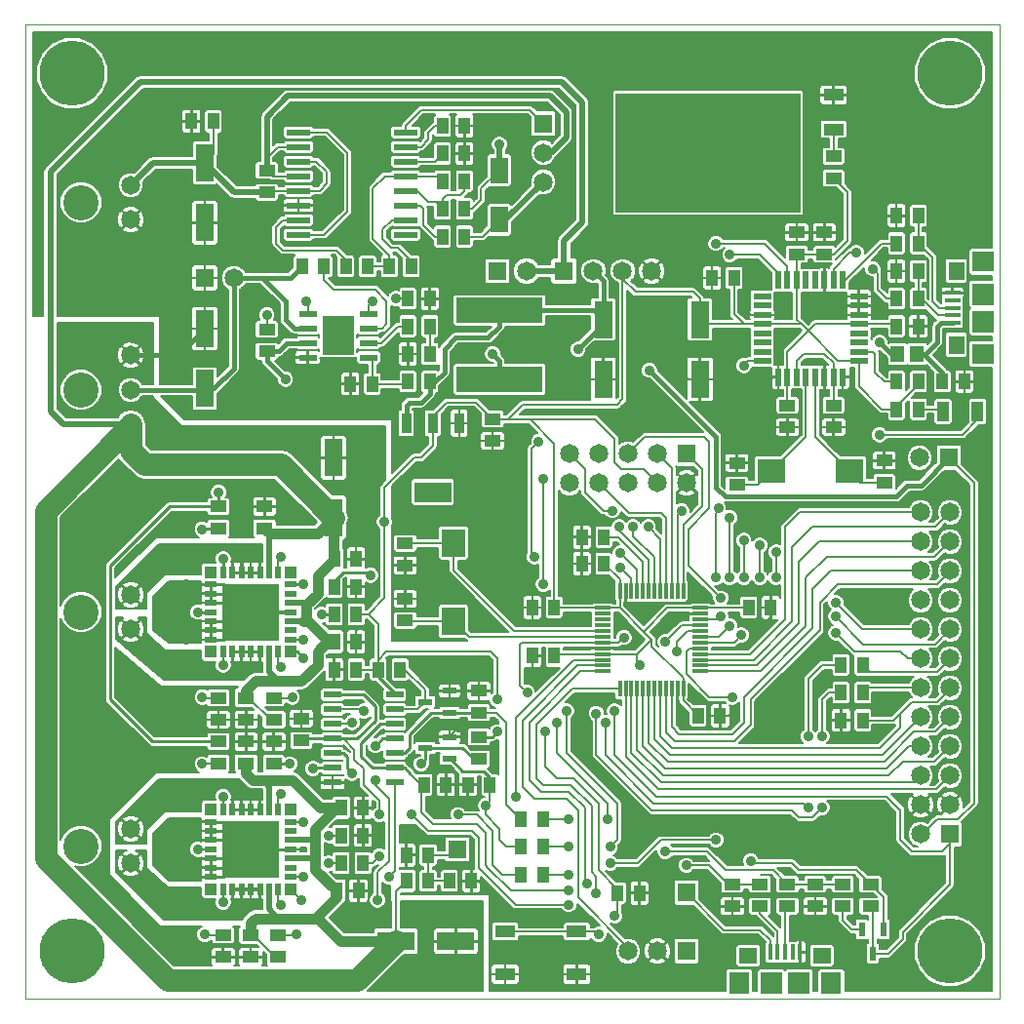
<source format=gtl>
G04 (created by PCBNEW (2013-mar-13)-testing) date Tue 03 Sep 2013 03:09:10 PM EDT*
%MOIN*%
G04 Gerber Fmt 3.4, Leading zero omitted, Abs format*
%FSLAX34Y34*%
G01*
G70*
G90*
G04 APERTURE LIST*
%ADD10C,0.005906*%
%ADD11C,0.003937*%
%ADD12R,0.039370X0.057087*%
%ADD13R,0.057087X0.039370*%
%ADD14R,0.064961X0.127953*%
%ADD15R,0.061024X0.090551*%
%ADD16R,0.068898X0.041339*%
%ADD17R,0.041339X0.068898*%
%ADD18R,0.047244X0.057087*%
%ADD19R,0.015748X0.053150*%
%ADD20R,0.062992X0.055118*%
%ADD21R,0.070866X0.074803*%
%ADD22R,0.074803X0.074803*%
%ADD23R,0.053150X0.015748*%
%ADD24R,0.055118X0.062992*%
%ADD25R,0.074803X0.070866*%
%ADD26R,0.295276X0.086614*%
%ADD27C,0.222441*%
%ADD28R,0.064961X0.064961*%
%ADD29C,0.064961*%
%ADD30R,0.023622X0.051181*%
%ADD31R,0.051181X0.023622*%
%ADD32R,0.070866X0.043307*%
%ADD33R,0.057087X0.011811*%
%ADD34R,0.011811X0.057087*%
%ADD35R,0.080709X0.023622*%
%ADD36R,0.035433X0.070866*%
%ADD37R,0.125984X0.070866*%
%ADD38R,0.061024X0.023622*%
%ADD39R,0.106299X0.131890*%
%ADD40R,0.042520X0.042520*%
%ADD41R,0.042520X0.021654*%
%ADD42R,0.021654X0.042520*%
%ADD43R,0.196850X0.196850*%
%ADD44R,0.021654X0.059055*%
%ADD45R,0.059055X0.021654*%
%ADD46R,0.082677X0.096457*%
%ADD47R,0.096457X0.082677*%
%ADD48R,0.127953X0.064961*%
%ADD49R,0.631890X0.405512*%
%ADD50C,0.120079*%
%ADD51C,0.035000*%
%ADD52C,0.016000*%
%ADD53C,0.075000*%
%ADD54C,0.020000*%
%ADD55C,0.035000*%
%ADD56C,0.008000*%
%ADD57C,0.010000*%
G04 APERTURE END LIST*
G54D10*
G54D11*
X43385Y-47637D02*
X43385Y-14330D01*
X76692Y-47637D02*
X43385Y-47637D01*
X76692Y-14330D02*
X76692Y-47637D01*
X43385Y-14330D02*
X76692Y-14330D01*
G54D12*
X57893Y-43602D03*
X58641Y-43602D03*
G54D13*
X70393Y-43720D03*
X70393Y-44468D03*
X67559Y-43720D03*
X67559Y-44468D03*
G54D12*
X61476Y-34251D03*
X60728Y-34251D03*
X66397Y-37952D03*
X67145Y-37952D03*
G54D13*
X56377Y-32066D03*
X56377Y-32814D03*
G54D12*
X63169Y-32755D03*
X62421Y-32755D03*
X61476Y-35905D03*
X60728Y-35905D03*
X63641Y-44015D03*
X64389Y-44015D03*
X68129Y-34251D03*
X68877Y-34251D03*
G54D13*
X56377Y-34704D03*
X56377Y-33956D03*
G54D14*
X49527Y-19055D03*
X49527Y-21102D03*
G54D12*
X49822Y-17637D03*
X49074Y-17637D03*
X57657Y-18740D03*
X58405Y-18740D03*
G54D14*
X66456Y-24409D03*
X66456Y-26456D03*
G54D13*
X59370Y-27814D03*
X59370Y-28562D03*
G54D14*
X49527Y-26771D03*
X49527Y-24724D03*
G54D12*
X56476Y-23700D03*
X57224Y-23700D03*
G54D13*
X51653Y-24744D03*
X51653Y-25492D03*
G54D12*
X56476Y-24645D03*
X57224Y-24645D03*
G54D14*
X63149Y-24409D03*
X63149Y-26456D03*
G54D12*
X54704Y-36377D03*
X53956Y-36377D03*
G54D13*
X51889Y-38090D03*
X51889Y-37342D03*
X52047Y-46200D03*
X52047Y-45452D03*
G54D12*
X53956Y-35433D03*
X54704Y-35433D03*
G54D13*
X50944Y-39586D03*
X50944Y-38838D03*
G54D12*
X53956Y-32598D03*
X54704Y-32598D03*
X54192Y-41102D03*
X54940Y-41102D03*
G54D13*
X51574Y-31555D03*
X51574Y-30807D03*
G54D12*
X54035Y-43937D03*
X54783Y-43937D03*
G54D13*
X50944Y-37342D03*
X50944Y-38090D03*
X51102Y-45452D03*
X51102Y-46200D03*
G54D12*
X74744Y-26535D03*
X75492Y-26535D03*
X73917Y-22755D03*
X73169Y-22755D03*
X73917Y-20866D03*
X73169Y-20866D03*
G54D13*
X70708Y-22185D03*
X70708Y-21437D03*
X69448Y-27342D03*
X69448Y-28090D03*
G54D12*
X67618Y-22992D03*
X66870Y-22992D03*
G54D13*
X67716Y-30059D03*
X67716Y-29311D03*
G54D12*
X73169Y-24645D03*
X73917Y-24645D03*
G54D13*
X69763Y-22185D03*
X69763Y-21437D03*
X72755Y-29980D03*
X72755Y-29232D03*
X71023Y-27342D03*
X71023Y-28090D03*
G54D15*
X59606Y-21003D03*
X59606Y-19311D03*
G54D16*
X71023Y-17913D03*
X71023Y-16732D03*
G54D17*
X74763Y-27559D03*
X75944Y-27559D03*
G54D18*
X73877Y-25590D03*
X73208Y-25590D03*
G54D19*
X68858Y-46033D03*
X69114Y-46033D03*
X69370Y-46033D03*
X69625Y-46033D03*
X69881Y-46033D03*
G54D20*
X68110Y-46161D03*
X70629Y-46161D03*
G54D21*
X67795Y-47086D03*
X70944Y-47086D03*
G54D22*
X68897Y-47086D03*
X69842Y-47086D03*
G54D23*
X75088Y-24527D03*
X75088Y-24271D03*
X75088Y-24015D03*
X75088Y-23759D03*
X75088Y-23503D03*
G54D24*
X75216Y-25275D03*
X75216Y-22755D03*
G54D25*
X76141Y-25590D03*
X76141Y-22440D03*
G54D22*
X76141Y-24488D03*
X76141Y-23543D03*
G54D26*
X59606Y-24094D03*
X59606Y-26456D03*
G54D27*
X75000Y-46000D03*
X45000Y-16000D03*
X75000Y-16000D03*
X45000Y-46000D03*
G54D28*
X58169Y-42519D03*
X66000Y-44000D03*
X66000Y-46000D03*
G54D29*
X65000Y-46000D03*
X64000Y-46000D03*
G54D28*
X66000Y-29000D03*
G54D29*
X66000Y-30000D03*
X65000Y-29000D03*
X65000Y-30000D03*
X64000Y-29000D03*
X64000Y-30000D03*
X63000Y-29000D03*
X63000Y-30000D03*
X62000Y-29000D03*
X62000Y-30000D03*
G54D28*
X61811Y-22755D03*
G54D29*
X62811Y-22755D03*
X63811Y-22755D03*
X64811Y-22755D03*
G54D28*
X59527Y-22755D03*
G54D29*
X60527Y-22755D03*
G54D28*
X49527Y-22992D03*
G54D29*
X50527Y-22992D03*
G54D28*
X74960Y-29133D03*
G54D29*
X73960Y-29133D03*
G54D28*
X75000Y-42000D03*
G54D29*
X74000Y-42000D03*
X75000Y-41000D03*
X74000Y-41000D03*
X75000Y-40000D03*
X74000Y-40000D03*
X75000Y-39000D03*
X74000Y-39000D03*
X75000Y-38000D03*
X74000Y-38000D03*
X75000Y-37000D03*
X74000Y-37000D03*
X75000Y-36000D03*
X74000Y-36000D03*
X75000Y-35000D03*
X74000Y-35000D03*
X75000Y-34000D03*
X74000Y-34000D03*
X75000Y-33000D03*
X74000Y-33000D03*
X75000Y-32000D03*
X74000Y-32000D03*
X75000Y-31000D03*
X74000Y-31000D03*
G54D30*
X72736Y-45255D03*
X71988Y-45255D03*
X72362Y-46082D03*
G54D31*
X57893Y-39429D03*
X57893Y-38681D03*
X57066Y-39055D03*
X57893Y-37854D03*
X57893Y-37106D03*
X57066Y-37480D03*
G54D13*
X51889Y-39586D03*
X51889Y-38838D03*
G54D12*
X56417Y-43602D03*
X57165Y-43602D03*
X57165Y-42716D03*
X56417Y-42716D03*
G54D13*
X69448Y-43720D03*
X69448Y-44468D03*
X68503Y-43720D03*
X68503Y-44468D03*
X72283Y-44468D03*
X72283Y-43720D03*
X71338Y-44468D03*
X71338Y-43720D03*
G54D12*
X72027Y-38110D03*
X71279Y-38110D03*
X61082Y-43385D03*
X60334Y-43385D03*
X61082Y-42440D03*
X60334Y-42440D03*
X61082Y-41496D03*
X60334Y-41496D03*
X71279Y-37165D03*
X72027Y-37165D03*
X71279Y-36220D03*
X72027Y-36220D03*
G54D13*
X51653Y-20059D03*
X51653Y-19311D03*
G54D12*
X58405Y-17795D03*
X57657Y-17795D03*
X57657Y-21574D03*
X58405Y-21574D03*
X55846Y-22598D03*
X56594Y-22598D03*
X57657Y-20629D03*
X58405Y-20629D03*
X57657Y-19685D03*
X58405Y-19685D03*
X54350Y-22598D03*
X55098Y-22598D03*
G54D13*
X71023Y-19586D03*
X71023Y-18838D03*
G54D12*
X53602Y-22598D03*
X52854Y-22598D03*
X56476Y-25590D03*
X57224Y-25590D03*
X56476Y-26535D03*
X57224Y-26535D03*
X54507Y-26614D03*
X55255Y-26614D03*
X59271Y-40314D03*
X58523Y-40314D03*
G54D13*
X58897Y-37854D03*
X58897Y-37106D03*
X58897Y-38681D03*
X58897Y-39429D03*
G54D12*
X55452Y-36377D03*
X56200Y-36377D03*
G54D13*
X52834Y-38799D03*
X52834Y-38051D03*
G54D12*
X57027Y-40314D03*
X57775Y-40314D03*
G54D13*
X50000Y-30807D03*
X50000Y-31555D03*
X50000Y-37342D03*
X50000Y-38090D03*
X50000Y-38838D03*
X50000Y-39586D03*
X50157Y-45452D03*
X50157Y-46200D03*
G54D12*
X54704Y-34488D03*
X53956Y-34488D03*
X54940Y-42992D03*
X54192Y-42992D03*
X53956Y-33543D03*
X54704Y-33543D03*
X54192Y-42047D03*
X54940Y-42047D03*
X73169Y-23700D03*
X73917Y-23700D03*
X73169Y-21811D03*
X73917Y-21811D03*
X73917Y-26535D03*
X73169Y-26535D03*
X73169Y-27480D03*
X73917Y-27480D03*
X63169Y-31850D03*
X62421Y-31850D03*
G54D32*
X62244Y-46791D03*
X59803Y-46791D03*
X62244Y-45334D03*
X59803Y-45334D03*
G54D33*
X63129Y-34271D03*
X63129Y-34468D03*
X63129Y-34665D03*
X63129Y-34862D03*
X63129Y-35059D03*
X63129Y-35255D03*
X63129Y-35452D03*
X63129Y-35649D03*
X63129Y-35846D03*
X63129Y-36043D03*
X63129Y-36240D03*
X63129Y-36437D03*
G54D34*
X63720Y-37027D03*
X63917Y-37027D03*
X64114Y-37027D03*
X64311Y-37027D03*
X64507Y-37027D03*
X64704Y-37027D03*
X64901Y-37027D03*
X65098Y-37027D03*
X65295Y-37027D03*
X65492Y-37027D03*
X65688Y-37027D03*
X65885Y-37027D03*
G54D33*
X66476Y-36437D03*
X66476Y-36240D03*
X66476Y-36043D03*
X66476Y-35846D03*
X66476Y-35649D03*
X66476Y-35452D03*
X66476Y-35255D03*
X66476Y-35059D03*
X66476Y-34862D03*
X66476Y-34665D03*
X66476Y-34468D03*
X66476Y-34271D03*
G54D34*
X65885Y-33681D03*
X65688Y-33681D03*
X65492Y-33681D03*
X65295Y-33681D03*
X65098Y-33681D03*
X64901Y-33681D03*
X64704Y-33681D03*
X64507Y-33681D03*
X64311Y-33681D03*
X64114Y-33681D03*
X63917Y-33681D03*
X63720Y-33681D03*
G54D35*
X52736Y-18013D03*
X52736Y-18513D03*
X52736Y-19013D03*
X52736Y-19513D03*
X52736Y-20013D03*
X52736Y-20513D03*
X52736Y-21013D03*
X52736Y-21513D03*
X56397Y-21513D03*
X56397Y-21013D03*
X56397Y-20513D03*
X56397Y-20013D03*
X56397Y-19513D03*
X56397Y-19013D03*
X56397Y-18513D03*
X56397Y-18013D03*
G54D36*
X58228Y-27952D03*
X57322Y-27952D03*
X56417Y-27952D03*
G54D37*
X57322Y-30314D03*
G54D38*
X53051Y-24210D03*
X53051Y-24710D03*
X53051Y-25210D03*
X53051Y-25710D03*
X55137Y-25710D03*
X55137Y-25210D03*
X55137Y-24710D03*
X55137Y-24210D03*
G54D39*
X54094Y-24960D03*
G54D38*
X53897Y-37240D03*
X53897Y-37740D03*
X53897Y-38240D03*
X53897Y-38740D03*
X53897Y-39240D03*
X53897Y-39740D03*
X53897Y-40240D03*
X56023Y-40240D03*
X56023Y-39740D03*
X56023Y-39240D03*
X56023Y-38740D03*
X56023Y-38240D03*
X56023Y-37740D03*
X56023Y-37240D03*
G54D40*
X52460Y-35767D03*
G54D41*
X52460Y-35354D03*
X52460Y-35039D03*
X52460Y-34724D03*
X52460Y-34409D03*
X52460Y-34094D03*
X52460Y-33779D03*
X52460Y-33464D03*
G54D40*
X52460Y-33051D03*
G54D42*
X52047Y-33051D03*
X51732Y-33051D03*
X51417Y-33051D03*
X51102Y-33051D03*
X50787Y-33051D03*
X50472Y-33051D03*
X50157Y-33051D03*
G54D40*
X49744Y-33051D03*
G54D41*
X49744Y-33464D03*
X49744Y-33779D03*
X49744Y-34094D03*
X49744Y-34409D03*
X49744Y-34724D03*
X49744Y-35039D03*
X49744Y-35354D03*
G54D40*
X49744Y-35767D03*
G54D42*
X50157Y-35767D03*
X50472Y-35767D03*
X50787Y-35767D03*
X51102Y-35767D03*
X51417Y-35767D03*
X51732Y-35767D03*
X52047Y-35767D03*
G54D43*
X51102Y-34409D03*
G54D40*
X52460Y-43877D03*
G54D41*
X52460Y-43464D03*
X52460Y-43149D03*
X52460Y-42834D03*
X52460Y-42519D03*
X52460Y-42204D03*
X52460Y-41889D03*
X52460Y-41574D03*
G54D40*
X52460Y-41161D03*
G54D42*
X52047Y-41161D03*
X51732Y-41161D03*
X51417Y-41161D03*
X51102Y-41161D03*
X50787Y-41161D03*
X50472Y-41161D03*
X50157Y-41161D03*
G54D40*
X49744Y-41161D03*
G54D41*
X49744Y-41574D03*
X49744Y-41889D03*
X49744Y-42204D03*
X49744Y-42519D03*
X49744Y-42834D03*
X49744Y-43149D03*
X49744Y-43464D03*
G54D40*
X49744Y-43877D03*
G54D42*
X50157Y-43877D03*
X50472Y-43877D03*
X50787Y-43877D03*
X51102Y-43877D03*
X51417Y-43877D03*
X51732Y-43877D03*
X52047Y-43877D03*
G54D43*
X51102Y-42519D03*
G54D44*
X69133Y-26377D03*
X69448Y-26377D03*
X69763Y-26377D03*
X70078Y-26377D03*
X70393Y-26377D03*
X70708Y-26377D03*
X71023Y-26377D03*
X71338Y-26377D03*
G54D45*
X71889Y-25826D03*
X71889Y-25511D03*
X71889Y-25196D03*
X71889Y-24881D03*
X71889Y-24566D03*
X71889Y-24251D03*
X71889Y-23937D03*
X71889Y-23622D03*
G54D44*
X71338Y-23070D03*
X71023Y-23070D03*
X70708Y-23070D03*
X70393Y-23070D03*
X70078Y-23070D03*
X69763Y-23070D03*
X69448Y-23070D03*
X69133Y-23070D03*
G54D45*
X68582Y-23622D03*
X68582Y-23937D03*
X68582Y-24251D03*
X68582Y-24566D03*
X68582Y-24881D03*
X68582Y-25196D03*
X68582Y-25511D03*
X68582Y-25826D03*
G54D46*
X58031Y-34724D03*
X58031Y-32047D03*
G54D47*
X71574Y-29606D03*
X68897Y-29606D03*
G54D14*
X53937Y-31181D03*
X53937Y-29133D03*
G54D48*
X56062Y-45669D03*
X58110Y-45669D03*
G54D28*
X61102Y-17716D03*
G54D29*
X61102Y-18716D03*
X61102Y-19716D03*
G54D49*
X66732Y-18716D03*
G54D29*
X47000Y-28000D03*
X47000Y-26818D03*
G54D50*
X45299Y-26818D03*
G54D29*
X47000Y-25637D03*
X47000Y-43000D03*
X47000Y-41818D03*
G54D50*
X45299Y-42409D03*
G54D29*
X47000Y-35000D03*
X47000Y-33818D03*
G54D50*
X45299Y-34409D03*
G54D29*
X47000Y-21000D03*
X47000Y-19818D03*
G54D50*
X45299Y-20409D03*
G54D51*
X55511Y-42755D03*
X59527Y-37401D03*
X64409Y-36220D03*
X63543Y-37795D03*
X55669Y-31338D03*
X50000Y-30314D03*
X59527Y-38503D03*
X62283Y-25433D03*
X64724Y-26141D03*
X64685Y-31496D03*
X67952Y-31968D03*
X67952Y-33228D03*
X71102Y-35118D03*
X64173Y-31496D03*
X68503Y-32125D03*
X68503Y-33228D03*
X71102Y-34566D03*
X63700Y-31496D03*
X69055Y-32362D03*
X69055Y-33228D03*
X71102Y-34094D03*
X63740Y-32401D03*
X63740Y-32874D03*
X67480Y-22204D03*
X67480Y-31181D03*
X67480Y-33228D03*
X67874Y-35196D03*
X67007Y-33228D03*
X67480Y-34881D03*
X67086Y-30866D03*
X67007Y-21811D03*
X63228Y-38188D03*
X70157Y-41102D03*
X70157Y-38661D03*
X60944Y-28582D03*
X60787Y-32519D03*
X61889Y-37795D03*
X63385Y-42440D03*
X61968Y-42440D03*
X63307Y-41496D03*
X61574Y-38188D03*
X61102Y-33464D03*
X61102Y-29842D03*
X61968Y-41496D03*
X63464Y-30944D03*
X65826Y-30944D03*
X62913Y-37874D03*
X70629Y-41102D03*
X70629Y-38661D03*
X67007Y-42204D03*
X63385Y-42992D03*
X61968Y-43385D03*
X67165Y-33937D03*
X67165Y-34566D03*
X52125Y-32519D03*
X58188Y-41338D03*
X52125Y-40629D03*
X52440Y-39606D03*
X62598Y-43700D03*
X61968Y-43937D03*
X59133Y-41023D03*
X54960Y-37795D03*
X56614Y-41338D03*
X61968Y-44409D03*
X62913Y-44015D03*
X55511Y-41338D03*
X67559Y-37322D03*
X68188Y-42913D03*
X60157Y-40708D03*
X63858Y-35275D03*
X61181Y-38503D03*
X60551Y-37165D03*
X62992Y-45433D03*
X63543Y-44803D03*
X58976Y-17795D03*
X72440Y-20866D03*
X71811Y-27874D03*
X65669Y-26062D03*
X62204Y-26535D03*
X52913Y-37559D03*
X72677Y-41338D03*
X66850Y-44173D03*
X70629Y-45118D03*
X52992Y-28818D03*
X57244Y-33070D03*
X55039Y-29133D03*
X50787Y-30787D03*
X49212Y-35039D03*
X48503Y-35039D03*
X49212Y-33779D03*
X48503Y-33779D03*
X49212Y-41889D03*
X48503Y-41889D03*
X49212Y-43149D03*
X48503Y-43149D03*
X49448Y-46220D03*
X49370Y-38110D03*
X71417Y-38740D03*
X48614Y-25637D03*
X48897Y-34724D03*
X48897Y-34094D03*
X48897Y-42204D03*
X48897Y-42834D03*
X48897Y-43464D03*
X48897Y-41574D03*
X48897Y-35354D03*
X48897Y-33464D03*
X58897Y-36456D03*
X59133Y-43858D03*
X58110Y-46456D03*
X58110Y-44881D03*
X57480Y-41259D03*
X68346Y-27007D03*
X61811Y-32755D03*
X68503Y-34960D03*
X65826Y-38031D03*
X64566Y-34566D03*
X64330Y-35354D03*
X60078Y-34251D03*
X60866Y-36692D03*
X65511Y-34724D03*
X58188Y-38346D03*
X49448Y-37322D03*
X50157Y-36220D03*
X53543Y-34488D03*
X49291Y-34409D03*
X52913Y-35354D03*
X54566Y-38188D03*
X52125Y-36299D03*
X52519Y-37322D03*
X55196Y-33149D03*
X52913Y-33464D03*
X53228Y-39763D03*
X52913Y-35984D03*
X72598Y-25196D03*
X72598Y-28346D03*
X67952Y-25984D03*
X71811Y-22125D03*
X72362Y-22677D03*
X65669Y-35748D03*
X65984Y-43070D03*
X65275Y-35433D03*
X65275Y-42598D03*
X51653Y-24251D03*
X52992Y-23779D03*
X59370Y-25590D03*
X52283Y-26456D03*
X56062Y-23700D03*
X55275Y-23779D03*
X59606Y-18425D03*
X49291Y-42519D03*
X53779Y-42992D03*
X52125Y-44409D03*
X52677Y-45433D03*
X52913Y-41574D03*
X53779Y-42047D03*
X56929Y-39606D03*
X54566Y-39921D03*
X50157Y-40708D03*
X49448Y-39606D03*
X50157Y-44330D03*
X49527Y-45433D03*
X55433Y-44251D03*
X52834Y-44251D03*
X55354Y-40157D03*
X55354Y-38976D03*
X52913Y-43464D03*
X55826Y-43464D03*
X49448Y-31574D03*
X50157Y-32598D03*
G54D52*
X50527Y-22992D02*
X52460Y-22992D01*
X52460Y-22992D02*
X52854Y-22598D01*
X49527Y-26771D02*
X49842Y-26771D01*
X50527Y-26086D02*
X50527Y-22992D01*
X49842Y-26771D02*
X50527Y-26086D01*
X53051Y-24710D02*
X52584Y-24710D01*
X52584Y-24710D02*
X52283Y-24409D01*
X52283Y-24409D02*
X52283Y-23779D01*
X52283Y-23779D02*
X51496Y-22992D01*
X51496Y-22992D02*
X50527Y-22992D01*
X47000Y-26818D02*
X49480Y-26818D01*
X49480Y-26818D02*
X49527Y-26771D01*
G54D53*
X53937Y-31181D02*
X52125Y-29370D01*
X47000Y-28889D02*
X47000Y-28000D01*
X47480Y-29370D02*
X47000Y-28889D01*
X52125Y-29370D02*
X47480Y-29370D01*
G54D54*
X52460Y-42834D02*
X53149Y-42834D01*
X53149Y-42834D02*
X53307Y-42992D01*
X52460Y-42204D02*
X53307Y-42204D01*
X53307Y-42204D02*
X53228Y-42204D01*
X53228Y-42204D02*
X53307Y-42204D01*
G54D55*
X54192Y-41102D02*
X54015Y-41102D01*
X54015Y-43937D02*
X54035Y-43937D01*
X53307Y-43228D02*
X54015Y-43937D01*
X53307Y-41811D02*
X53307Y-42204D01*
X53307Y-42204D02*
X53307Y-42992D01*
X53307Y-42992D02*
X53307Y-43228D01*
X54015Y-41102D02*
X53307Y-41811D01*
X54192Y-41102D02*
X53464Y-41102D01*
X53464Y-41102D02*
X52519Y-40157D01*
X52519Y-40157D02*
X51515Y-40157D01*
G54D54*
X51732Y-35767D02*
X51732Y-36456D01*
X51732Y-36456D02*
X52047Y-36771D01*
X51732Y-43877D02*
X51732Y-44566D01*
X51732Y-44566D02*
X52047Y-44881D01*
G54D55*
X53956Y-35433D02*
X53700Y-35433D01*
X50944Y-37086D02*
X50944Y-37342D01*
X51259Y-36771D02*
X50944Y-37086D01*
X52834Y-36771D02*
X52047Y-36771D01*
X52047Y-36771D02*
X51259Y-36771D01*
X53385Y-36220D02*
X52834Y-36771D01*
X53385Y-35748D02*
X53385Y-36220D01*
X53700Y-35433D02*
X53385Y-35748D01*
X52913Y-34724D02*
X53070Y-34724D01*
X53779Y-35433D02*
X53956Y-35433D01*
X53070Y-34724D02*
X53779Y-35433D01*
X52992Y-34173D02*
X52992Y-34645D01*
X52992Y-34645D02*
X52913Y-34724D01*
X52992Y-34173D02*
X53385Y-33779D01*
X53385Y-33169D02*
X53956Y-32598D01*
X53385Y-33779D02*
X53385Y-33169D01*
X53937Y-31181D02*
X53385Y-31732D01*
X51751Y-31732D02*
X51574Y-31555D01*
X53385Y-31732D02*
X51751Y-31732D01*
X53937Y-31181D02*
X53937Y-32578D01*
X53937Y-32578D02*
X53956Y-32598D01*
X50944Y-39586D02*
X50944Y-39921D01*
X51181Y-40157D02*
X51515Y-40157D01*
X50944Y-39921D02*
X51181Y-40157D01*
X54035Y-43937D02*
X54035Y-44153D01*
X54035Y-44153D02*
X53307Y-44881D01*
X56062Y-45669D02*
X54173Y-45669D01*
X51102Y-45039D02*
X51102Y-45452D01*
X51259Y-44881D02*
X51102Y-45039D01*
X53385Y-44881D02*
X53307Y-44881D01*
X53307Y-44881D02*
X52047Y-44881D01*
X52047Y-44881D02*
X51259Y-44881D01*
X54173Y-45669D02*
X53385Y-44881D01*
G54D53*
X47000Y-28000D02*
X47000Y-28039D01*
X47000Y-28039D02*
X44094Y-30944D01*
X44094Y-30944D02*
X44094Y-42834D01*
X44094Y-42834D02*
X48267Y-47007D01*
X48267Y-47007D02*
X54724Y-47007D01*
X54724Y-47007D02*
X56062Y-45669D01*
G54D54*
X61811Y-22755D02*
X61811Y-21732D01*
X61811Y-21732D02*
X62440Y-21102D01*
X62440Y-21102D02*
X62440Y-17007D01*
X62440Y-17007D02*
X61732Y-16299D01*
X61732Y-16299D02*
X47322Y-16299D01*
X47322Y-16299D02*
X44251Y-19370D01*
X44251Y-19370D02*
X44251Y-27559D01*
X44251Y-27559D02*
X44692Y-28000D01*
X44692Y-28000D02*
X47000Y-28000D01*
G54D56*
X56062Y-45669D02*
X56062Y-43956D01*
X56062Y-43956D02*
X56417Y-43602D01*
G54D54*
X60527Y-22755D02*
X61811Y-22755D01*
X52992Y-34173D02*
X52913Y-34094D01*
X52913Y-34094D02*
X52460Y-34094D01*
X51732Y-33051D02*
X51732Y-32519D01*
X51732Y-32125D02*
X51732Y-31712D01*
X51732Y-31712D02*
X51574Y-31555D01*
X51732Y-32519D02*
X51732Y-32125D01*
G54D56*
X50944Y-37342D02*
X51043Y-37342D01*
X51791Y-38090D02*
X51889Y-38090D01*
X51043Y-37342D02*
X51791Y-38090D01*
G54D54*
X52460Y-34724D02*
X52913Y-34724D01*
X51732Y-41161D02*
X51732Y-40374D01*
X51732Y-40374D02*
X51515Y-40157D01*
G54D56*
X51102Y-45452D02*
X51200Y-45452D01*
X51948Y-46200D02*
X52047Y-46200D01*
X51200Y-45452D02*
X51948Y-46200D01*
X54940Y-42992D02*
X55196Y-42992D01*
X55275Y-42992D02*
X55511Y-42755D01*
X55196Y-42992D02*
X55275Y-42992D01*
X59527Y-36692D02*
X59527Y-35984D01*
X55748Y-35748D02*
X55452Y-36043D01*
X56614Y-35748D02*
X55748Y-35748D01*
X59527Y-37401D02*
X59527Y-36692D01*
X55452Y-36043D02*
X55452Y-36377D01*
X59291Y-35748D02*
X56614Y-35748D01*
X59527Y-35984D02*
X59291Y-35748D01*
X73169Y-27480D02*
X72677Y-27480D01*
X71889Y-26692D02*
X71889Y-25826D01*
X72677Y-27480D02*
X71889Y-26692D01*
X65885Y-36673D02*
X64803Y-35590D01*
X65885Y-37027D02*
X65885Y-36673D01*
X75000Y-42000D02*
X75000Y-42322D01*
X64311Y-36122D02*
X64311Y-35846D01*
X64409Y-36220D02*
X64311Y-36122D01*
X63543Y-39291D02*
X63543Y-37795D01*
X64960Y-40708D02*
X63543Y-39291D01*
X72834Y-40708D02*
X64960Y-40708D01*
X73307Y-41181D02*
X72834Y-40708D01*
X73307Y-42204D02*
X73307Y-41181D01*
X73700Y-42598D02*
X73307Y-42204D01*
X74724Y-42598D02*
X73700Y-42598D01*
X75000Y-42322D02*
X74724Y-42598D01*
X75000Y-42000D02*
X75000Y-43740D01*
X72893Y-46082D02*
X72362Y-46082D01*
X73385Y-45590D02*
X72893Y-46082D01*
X73385Y-45354D02*
X73385Y-45590D01*
X75000Y-43740D02*
X73385Y-45354D01*
X71889Y-24566D02*
X73090Y-24566D01*
X73090Y-24566D02*
X73169Y-24645D01*
X69763Y-23070D02*
X69763Y-22185D01*
X70708Y-22185D02*
X71043Y-22185D01*
X71496Y-20059D02*
X71023Y-19586D01*
X71496Y-21732D02*
X71496Y-20059D01*
X71043Y-22185D02*
X71496Y-21732D01*
X70708Y-22185D02*
X69763Y-22185D01*
X73917Y-26535D02*
X73917Y-26633D01*
X73169Y-27381D02*
X73169Y-27480D01*
X73917Y-26633D02*
X73169Y-27381D01*
X71889Y-25826D02*
X71181Y-25826D01*
X71181Y-25826D02*
X70157Y-24803D01*
X69448Y-26377D02*
X69448Y-27342D01*
X71889Y-24566D02*
X70393Y-24566D01*
X70393Y-24566D02*
X70157Y-24803D01*
X69763Y-23070D02*
X69763Y-24409D01*
X69763Y-24409D02*
X69921Y-24566D01*
X68582Y-24566D02*
X69921Y-24566D01*
X69448Y-25511D02*
X70157Y-24803D01*
X69448Y-25511D02*
X69448Y-26377D01*
X69921Y-24566D02*
X70157Y-24803D01*
X68582Y-24566D02*
X67952Y-24566D01*
X67618Y-24232D02*
X67618Y-22992D01*
X67952Y-24566D02*
X67618Y-24232D01*
X68582Y-24566D02*
X66614Y-24566D01*
X66614Y-24566D02*
X66456Y-24409D01*
X61476Y-34251D02*
X61476Y-28641D01*
X61476Y-28641D02*
X60649Y-27814D01*
X63720Y-33681D02*
X63720Y-33307D01*
X63720Y-33307D02*
X63169Y-32755D01*
X66476Y-34271D02*
X65334Y-34271D01*
X65334Y-34271D02*
X64527Y-35078D01*
X65885Y-37027D02*
X65885Y-37440D01*
X65885Y-37440D02*
X66397Y-37952D01*
X64803Y-35590D02*
X64803Y-35354D01*
X72362Y-46082D02*
X72362Y-44547D01*
X72362Y-44547D02*
X72283Y-44468D01*
X66476Y-34271D02*
X68110Y-34271D01*
X68110Y-34271D02*
X68129Y-34251D01*
X59370Y-27814D02*
X60649Y-27814D01*
X60649Y-27814D02*
X60846Y-27814D01*
X64527Y-29527D02*
X65000Y-30000D01*
X63779Y-29527D02*
X64527Y-29527D01*
X63543Y-29291D02*
X63779Y-29527D01*
X63543Y-28503D02*
X63543Y-29291D01*
X62854Y-27814D02*
X63543Y-28503D01*
X60846Y-27814D02*
X62854Y-27814D01*
X63720Y-33681D02*
X63720Y-34271D01*
X63129Y-34271D02*
X63720Y-34271D01*
X64311Y-35846D02*
X64803Y-35354D01*
X64311Y-35846D02*
X63129Y-35846D01*
X63720Y-34271D02*
X64527Y-35078D01*
X64527Y-35078D02*
X64803Y-35354D01*
X63129Y-34271D02*
X61496Y-34271D01*
X61496Y-34271D02*
X61476Y-34251D01*
X63129Y-35846D02*
X61535Y-35846D01*
X61535Y-35846D02*
X61476Y-35905D01*
X59370Y-27814D02*
X59901Y-27814D01*
X63811Y-27133D02*
X63811Y-22755D01*
X63622Y-27322D02*
X63811Y-27133D01*
X60393Y-27322D02*
X63622Y-27322D01*
X59901Y-27814D02*
X60393Y-27322D01*
X63811Y-22755D02*
X63811Y-23023D01*
X63811Y-23023D02*
X64251Y-23464D01*
X64251Y-23464D02*
X66220Y-23464D01*
X66220Y-23464D02*
X66456Y-23700D01*
X66456Y-23700D02*
X66456Y-24409D01*
X57322Y-27952D02*
X57322Y-27716D01*
X58799Y-27244D02*
X59370Y-27814D01*
X57795Y-27244D02*
X58799Y-27244D01*
X57322Y-27716D02*
X57795Y-27244D01*
X55669Y-31338D02*
X55669Y-30157D01*
X57322Y-28740D02*
X57322Y-27952D01*
X56929Y-29133D02*
X57322Y-28740D01*
X56692Y-29133D02*
X56929Y-29133D01*
X55669Y-30157D02*
X56692Y-29133D01*
G54D57*
X50000Y-38838D02*
X47736Y-38838D01*
X48326Y-30807D02*
X50000Y-30807D01*
X46299Y-32834D02*
X48326Y-30807D01*
X46299Y-37401D02*
X46299Y-32834D01*
X47736Y-38838D02*
X46299Y-37401D01*
X50000Y-30807D02*
X50000Y-30314D01*
G54D56*
X55669Y-31338D02*
X55669Y-33937D01*
X55669Y-33937D02*
X55118Y-34488D01*
G54D57*
X58897Y-38681D02*
X59350Y-38681D01*
X59350Y-38681D02*
X59527Y-38503D01*
X56023Y-37240D02*
X56023Y-37204D01*
X56023Y-37204D02*
X55452Y-36633D01*
X55452Y-36633D02*
X55452Y-36377D01*
G54D56*
X55452Y-36377D02*
X55452Y-34822D01*
X55452Y-34822D02*
X55118Y-34488D01*
X55118Y-34488D02*
X54704Y-34488D01*
X54704Y-36377D02*
X55452Y-36377D01*
X74000Y-42000D02*
X74062Y-42000D01*
X75826Y-30000D02*
X74960Y-29133D01*
X75826Y-40944D02*
X75826Y-30000D01*
X75275Y-41496D02*
X75826Y-40944D01*
X74566Y-41496D02*
X75275Y-41496D01*
X74062Y-42000D02*
X74566Y-41496D01*
G54D52*
X74960Y-29133D02*
X74015Y-30078D01*
X63149Y-24566D02*
X63149Y-24409D01*
X62283Y-25433D02*
X63149Y-24566D01*
X67007Y-28425D02*
X64724Y-26141D01*
X67007Y-30157D02*
X67007Y-28425D01*
X67322Y-30472D02*
X67007Y-30157D01*
X73149Y-30472D02*
X67322Y-30472D01*
X73543Y-30078D02*
X73149Y-30472D01*
X74015Y-30078D02*
X73543Y-30078D01*
X59606Y-24094D02*
X62834Y-24094D01*
X62834Y-24094D02*
X63149Y-24409D01*
X63149Y-24409D02*
X63149Y-23094D01*
X63149Y-23094D02*
X62811Y-22755D01*
X57224Y-26535D02*
X57401Y-26535D01*
X57401Y-26535D02*
X57716Y-26220D01*
X57716Y-26220D02*
X57716Y-25433D01*
X57716Y-25433D02*
X58110Y-25039D01*
X58110Y-25039D02*
X59212Y-25039D01*
X59212Y-25039D02*
X59606Y-24645D01*
X59606Y-24645D02*
X59606Y-24094D01*
X57224Y-26535D02*
X57224Y-26948D01*
X57224Y-26948D02*
X56929Y-27244D01*
X56929Y-27244D02*
X56535Y-27244D01*
X56535Y-27244D02*
X56417Y-27362D01*
X56417Y-27362D02*
X56417Y-27952D01*
G54D56*
X64704Y-37027D02*
X64704Y-38877D01*
X74496Y-38503D02*
X75000Y-38000D01*
X73779Y-38503D02*
X74496Y-38503D01*
X72755Y-39527D02*
X73779Y-38503D01*
X65354Y-39527D02*
X72755Y-39527D01*
X64704Y-38877D02*
X65354Y-39527D01*
X64901Y-37027D02*
X64901Y-38759D01*
X72708Y-39291D02*
X74000Y-38000D01*
X65433Y-39291D02*
X72708Y-39291D01*
X64901Y-38759D02*
X65433Y-39291D01*
X75000Y-33000D02*
X75000Y-33031D01*
X65295Y-38523D02*
X65295Y-37027D01*
X65590Y-38818D02*
X65295Y-38523D01*
X67637Y-38818D02*
X65590Y-38818D01*
X68188Y-38267D02*
X67637Y-38818D01*
X68188Y-37401D02*
X68188Y-38267D01*
X70551Y-35039D02*
X68188Y-37401D01*
X70551Y-34094D02*
X70551Y-35039D01*
X71181Y-33464D02*
X70551Y-34094D01*
X74566Y-33464D02*
X71181Y-33464D01*
X75000Y-33031D02*
X74566Y-33464D01*
X74000Y-33000D02*
X70937Y-33000D01*
X65492Y-38326D02*
X65492Y-37027D01*
X65748Y-38582D02*
X65492Y-38326D01*
X67559Y-38582D02*
X65748Y-38582D01*
X67952Y-38188D02*
X67559Y-38582D01*
X67952Y-37322D02*
X67952Y-38188D01*
X70314Y-34960D02*
X67952Y-37322D01*
X70314Y-33622D02*
X70314Y-34960D01*
X70937Y-33000D02*
X70314Y-33622D01*
X66476Y-36437D02*
X68523Y-36437D01*
X74480Y-32519D02*
X75000Y-32000D01*
X70787Y-32519D02*
X74480Y-32519D01*
X70078Y-33228D02*
X70787Y-32519D01*
X70078Y-34881D02*
X70078Y-33228D01*
X68523Y-36437D02*
X70078Y-34881D01*
X66476Y-36240D02*
X68405Y-36240D01*
X70519Y-32000D02*
X74000Y-32000D01*
X69842Y-32677D02*
X70519Y-32000D01*
X69842Y-34803D02*
X69842Y-32677D01*
X68405Y-36240D02*
X69842Y-34803D01*
X66476Y-36043D02*
X68287Y-36043D01*
X74503Y-31496D02*
X75000Y-31000D01*
X70314Y-31496D02*
X74503Y-31496D01*
X69606Y-32204D02*
X70314Y-31496D01*
X69606Y-34724D02*
X69606Y-32204D01*
X68287Y-36043D02*
X69606Y-34724D01*
X74000Y-31000D02*
X69866Y-31000D01*
X68169Y-35846D02*
X66476Y-35846D01*
X69370Y-34645D02*
X68169Y-35846D01*
X69370Y-31496D02*
X69370Y-34645D01*
X69866Y-31000D02*
X69370Y-31496D01*
X72027Y-38110D02*
X73070Y-38110D01*
X73070Y-38110D02*
X73307Y-37874D01*
X75000Y-37000D02*
X75000Y-37047D01*
X65098Y-38641D02*
X65511Y-39055D01*
X65511Y-39055D02*
X72283Y-39055D01*
X65098Y-38641D02*
X65098Y-37027D01*
X72598Y-39055D02*
X72283Y-39055D01*
X73307Y-38346D02*
X72598Y-39055D01*
X73307Y-37874D02*
X73307Y-38346D01*
X73700Y-37480D02*
X73307Y-37874D01*
X74566Y-37480D02*
X73700Y-37480D01*
X75000Y-37047D02*
X74566Y-37480D01*
X74000Y-37000D02*
X72192Y-37000D01*
X72192Y-37000D02*
X72027Y-37165D01*
X75000Y-36000D02*
X75000Y-36023D01*
X72263Y-36456D02*
X72027Y-36220D01*
X74566Y-36456D02*
X72263Y-36456D01*
X75000Y-36023D02*
X74566Y-36456D01*
X74000Y-36000D02*
X73559Y-36000D01*
X65098Y-31909D02*
X65098Y-33681D01*
X65098Y-31909D02*
X64685Y-31496D01*
X67952Y-33228D02*
X67952Y-31968D01*
X71732Y-35748D02*
X71102Y-35118D01*
X73307Y-35748D02*
X71732Y-35748D01*
X73559Y-36000D02*
X73307Y-35748D01*
X75000Y-35000D02*
X74488Y-35511D01*
X64901Y-32539D02*
X64901Y-33681D01*
X64173Y-31811D02*
X64173Y-31496D01*
X64901Y-32539D02*
X64173Y-31811D01*
X68503Y-33228D02*
X68503Y-32125D01*
X72047Y-35511D02*
X71102Y-34566D01*
X74488Y-35511D02*
X72047Y-35511D01*
X74000Y-35000D02*
X72007Y-35000D01*
X64704Y-32618D02*
X63700Y-31614D01*
X63700Y-31614D02*
X63700Y-31496D01*
X64704Y-32618D02*
X64704Y-33681D01*
X69055Y-33228D02*
X69055Y-32362D01*
X72007Y-35000D02*
X71102Y-34094D01*
X64311Y-32972D02*
X63740Y-32401D01*
X64311Y-32972D02*
X64311Y-33681D01*
X64114Y-33248D02*
X64114Y-33681D01*
X64114Y-33248D02*
X63740Y-32874D01*
X64311Y-37027D02*
X64311Y-39114D01*
X74472Y-39527D02*
X75000Y-39000D01*
X73385Y-39527D02*
X74472Y-39527D01*
X72913Y-40000D02*
X73385Y-39527D01*
X65196Y-40000D02*
X72913Y-40000D01*
X64311Y-39114D02*
X65196Y-40000D01*
X64507Y-37027D02*
X64507Y-38996D01*
X73598Y-39000D02*
X74000Y-39000D01*
X72834Y-39763D02*
X73598Y-39000D01*
X65275Y-39763D02*
X72834Y-39763D01*
X64507Y-38996D02*
X65275Y-39763D01*
X64114Y-37027D02*
X64114Y-39232D01*
X73763Y-40236D02*
X74000Y-40000D01*
X65118Y-40236D02*
X73763Y-40236D01*
X64114Y-39232D02*
X65118Y-40236D01*
X63917Y-37027D02*
X63917Y-39350D01*
X74527Y-40472D02*
X75000Y-40000D01*
X65039Y-40472D02*
X74527Y-40472D01*
X63917Y-39350D02*
X65039Y-40472D01*
X66476Y-35452D02*
X67618Y-35452D01*
X69133Y-22834D02*
X69133Y-23070D01*
X68503Y-22204D02*
X69133Y-22834D01*
X68188Y-22204D02*
X68503Y-22204D01*
X67480Y-22204D02*
X68188Y-22204D01*
X67480Y-33228D02*
X67480Y-31181D01*
X67618Y-35452D02*
X67874Y-35196D01*
X69448Y-23070D02*
X69448Y-22598D01*
X67007Y-33228D02*
X67007Y-31181D01*
X67007Y-31181D02*
X67007Y-31023D01*
X67007Y-31023D02*
X67086Y-30944D01*
X67086Y-30944D02*
X67086Y-30866D01*
X67106Y-35255D02*
X66476Y-35255D01*
X67480Y-34881D02*
X67106Y-35255D01*
X68661Y-21811D02*
X67007Y-21811D01*
X69448Y-22598D02*
X68661Y-21811D01*
X70157Y-37401D02*
X70157Y-36692D01*
X63228Y-38188D02*
X63228Y-39212D01*
X63228Y-39212D02*
X63228Y-39291D01*
X63228Y-39291D02*
X64881Y-40944D01*
X64881Y-40944D02*
X70000Y-40944D01*
X70000Y-40944D02*
X70157Y-41102D01*
X70157Y-38661D02*
X70157Y-37401D01*
X70629Y-36220D02*
X71279Y-36220D01*
X70157Y-36692D02*
X70629Y-36220D01*
X65295Y-33681D02*
X65295Y-31200D01*
X64023Y-31023D02*
X63000Y-30000D01*
X65118Y-31023D02*
X64023Y-31023D01*
X65295Y-31200D02*
X65118Y-31023D01*
X61082Y-42440D02*
X61968Y-42440D01*
X60708Y-28818D02*
X60944Y-28582D01*
X60708Y-32440D02*
X60708Y-28818D01*
X60787Y-32519D02*
X60708Y-32440D01*
X61889Y-39212D02*
X61889Y-37795D01*
X63622Y-40944D02*
X61889Y-39212D01*
X63622Y-42204D02*
X63622Y-40944D01*
X63385Y-42440D02*
X63622Y-42204D01*
X65885Y-33681D02*
X65885Y-31437D01*
X66535Y-29535D02*
X66000Y-29000D01*
X66535Y-30787D02*
X66535Y-29535D01*
X65885Y-31437D02*
X66535Y-30787D01*
X61574Y-39212D02*
X63307Y-40944D01*
X63307Y-40944D02*
X63307Y-41496D01*
X61102Y-29842D02*
X61102Y-33464D01*
X61574Y-38188D02*
X61574Y-39212D01*
X61968Y-41496D02*
X61082Y-41496D01*
X65688Y-33681D02*
X65688Y-31082D01*
X62519Y-29519D02*
X62000Y-29000D01*
X62519Y-30314D02*
X62519Y-29519D01*
X63149Y-30944D02*
X62519Y-30314D01*
X63464Y-30944D02*
X63149Y-30944D01*
X65688Y-31082D02*
X65826Y-30944D01*
X70629Y-37874D02*
X70629Y-37401D01*
X62913Y-37874D02*
X62913Y-39133D01*
X62913Y-39133D02*
X62913Y-39212D01*
X62913Y-39212D02*
X62913Y-39291D01*
X62913Y-39291D02*
X64803Y-41181D01*
X64803Y-41181D02*
X69606Y-41181D01*
X69606Y-41181D02*
X69842Y-41417D01*
X69842Y-41417D02*
X70314Y-41417D01*
X70314Y-41417D02*
X70629Y-41102D01*
X70629Y-38661D02*
X70629Y-37874D01*
X70866Y-37165D02*
X71279Y-37165D01*
X70629Y-37401D02*
X70866Y-37165D01*
X65492Y-33681D02*
X65492Y-29492D01*
X65492Y-29492D02*
X65000Y-29000D01*
X67007Y-42204D02*
X66062Y-42204D01*
X66062Y-42204D02*
X65118Y-42204D01*
X65118Y-42204D02*
X64330Y-42992D01*
X64330Y-42992D02*
X63385Y-42992D01*
X61082Y-43385D02*
X61968Y-43385D01*
X66476Y-34665D02*
X67066Y-34665D01*
X64574Y-28425D02*
X64000Y-29000D01*
X66614Y-28425D02*
X64574Y-28425D01*
X66771Y-28582D02*
X66614Y-28425D01*
X66771Y-30866D02*
X66771Y-28582D01*
X66062Y-31574D02*
X66771Y-30866D01*
X66062Y-32834D02*
X66062Y-31574D01*
X67165Y-33937D02*
X66062Y-32834D01*
X67066Y-34665D02*
X67165Y-34566D01*
X52047Y-32598D02*
X52047Y-33051D01*
X52047Y-32598D02*
X52125Y-32519D01*
X60334Y-43385D02*
X59685Y-43385D01*
X59370Y-43070D02*
X59685Y-43385D01*
X59370Y-41889D02*
X59370Y-43070D01*
X58818Y-41338D02*
X59370Y-41889D01*
X58818Y-41338D02*
X58188Y-41338D01*
X52047Y-41161D02*
X52047Y-40708D01*
X52047Y-40708D02*
X52125Y-40629D01*
G54D57*
X52421Y-39586D02*
X51889Y-39586D01*
X52440Y-39606D02*
X52421Y-39586D01*
G54D56*
X58897Y-37854D02*
X59507Y-37854D01*
X59842Y-41003D02*
X60334Y-41496D01*
X59842Y-38188D02*
X59842Y-41003D01*
X59507Y-37854D02*
X59842Y-38188D01*
G54D57*
X56023Y-39240D02*
X56350Y-39240D01*
X57263Y-37854D02*
X57893Y-37854D01*
X56535Y-38582D02*
X57263Y-37854D01*
X56535Y-39055D02*
X56535Y-38582D01*
X56350Y-39240D02*
X56535Y-39055D01*
X57893Y-37854D02*
X58897Y-37854D01*
X50787Y-33051D02*
X50787Y-32440D01*
X48614Y-32204D02*
X47000Y-33818D01*
X50551Y-32204D02*
X48614Y-32204D01*
X50787Y-32440D02*
X50551Y-32204D01*
X51102Y-33051D02*
X51417Y-33051D01*
X50787Y-33051D02*
X51102Y-33051D01*
X50472Y-33051D02*
X50787Y-33051D01*
G54D56*
X50787Y-35767D02*
X50787Y-36377D01*
X48614Y-36614D02*
X47000Y-35000D01*
X50551Y-36614D02*
X48614Y-36614D01*
X50787Y-36377D02*
X50551Y-36614D01*
G54D57*
X51102Y-35767D02*
X51417Y-35767D01*
X50787Y-35767D02*
X51102Y-35767D01*
X50472Y-35767D02*
X50787Y-35767D01*
G54D56*
X57952Y-41653D02*
X57322Y-41653D01*
X62381Y-36437D02*
X60629Y-38188D01*
X60629Y-38188D02*
X60629Y-40157D01*
X60629Y-40157D02*
X61023Y-40551D01*
X61023Y-40551D02*
X61968Y-40551D01*
X61968Y-40551D02*
X62519Y-41102D01*
X62519Y-41102D02*
X62519Y-43622D01*
X62519Y-43622D02*
X62598Y-43700D01*
X61968Y-43937D02*
X60078Y-43937D01*
X60078Y-43937D02*
X60000Y-43937D01*
X60000Y-43937D02*
X59212Y-43149D01*
X59212Y-43149D02*
X59133Y-43070D01*
X59133Y-43070D02*
X59133Y-41968D01*
X59133Y-41968D02*
X58818Y-41653D01*
X58818Y-41653D02*
X57952Y-41653D01*
X63129Y-36437D02*
X62381Y-36437D01*
X56929Y-40413D02*
X57027Y-40314D01*
X56929Y-41259D02*
X56929Y-40413D01*
X57322Y-41653D02*
X56929Y-41259D01*
X57027Y-40314D02*
X56929Y-40314D01*
X56929Y-40314D02*
X56535Y-39921D01*
G54D57*
X56354Y-39740D02*
X56535Y-39921D01*
X56354Y-39740D02*
X56023Y-39740D01*
X56023Y-38240D02*
X55539Y-38240D01*
X55251Y-39740D02*
X56023Y-39740D01*
X54881Y-39370D02*
X55251Y-39740D01*
X54881Y-38897D02*
X54881Y-39370D01*
X55539Y-38240D02*
X54881Y-38897D01*
G54D56*
X59133Y-41023D02*
X59133Y-41338D01*
X59842Y-42440D02*
X60334Y-42440D01*
X59606Y-42204D02*
X59842Y-42440D01*
X59606Y-41811D02*
X59606Y-42204D01*
X59133Y-41338D02*
X59606Y-41811D01*
X54905Y-37740D02*
X53897Y-37740D01*
X59271Y-40314D02*
X59271Y-40885D01*
X59133Y-41023D02*
X59271Y-40885D01*
X54905Y-37740D02*
X54960Y-37795D01*
G54D57*
X57893Y-39429D02*
X57933Y-39429D01*
X59271Y-40059D02*
X59271Y-40314D01*
X59055Y-39842D02*
X59271Y-40059D01*
X58346Y-39842D02*
X59055Y-39842D01*
X57933Y-39429D02*
X58346Y-39842D01*
G54D56*
X50787Y-41161D02*
X50787Y-40551D01*
X50787Y-40551D02*
X50551Y-40314D01*
X50551Y-40314D02*
X48503Y-40314D01*
X48503Y-40314D02*
X47000Y-41818D01*
G54D57*
X51417Y-41161D02*
X51102Y-41161D01*
X50787Y-41161D02*
X51102Y-41161D01*
X50472Y-41161D02*
X50787Y-41161D01*
G54D56*
X50787Y-43877D02*
X50787Y-44409D01*
X50787Y-44409D02*
X50472Y-44724D01*
X50472Y-44724D02*
X48724Y-44724D01*
X48724Y-44724D02*
X47000Y-43000D01*
G54D57*
X51102Y-43877D02*
X51417Y-43877D01*
X50787Y-43877D02*
X51102Y-43877D01*
X50472Y-43877D02*
X50787Y-43877D01*
G54D56*
X55433Y-40787D02*
X55511Y-40866D01*
X53897Y-38740D02*
X54251Y-38740D01*
X54960Y-40314D02*
X55433Y-40787D01*
X54960Y-39763D02*
X54960Y-40314D01*
X54645Y-39448D02*
X54960Y-39763D01*
X54645Y-39133D02*
X54645Y-39448D01*
X54251Y-38740D02*
X54645Y-39133D01*
X55511Y-40866D02*
X55511Y-41338D01*
X56614Y-41338D02*
X57165Y-41889D01*
X57165Y-41889D02*
X58661Y-41889D01*
X58661Y-41889D02*
X58897Y-42125D01*
X58897Y-42125D02*
X58897Y-43149D01*
X58897Y-43149D02*
X60157Y-44409D01*
X60157Y-44409D02*
X61968Y-44409D01*
X62913Y-44015D02*
X62913Y-43464D01*
X62913Y-43464D02*
X62755Y-43307D01*
X62755Y-43307D02*
X62755Y-41023D01*
X62755Y-41023D02*
X62047Y-40314D01*
X62047Y-40314D02*
X61102Y-40314D01*
X61102Y-40314D02*
X60866Y-40078D01*
X60866Y-40078D02*
X60866Y-38267D01*
X60866Y-38267D02*
X62106Y-37027D01*
X63720Y-37027D02*
X62106Y-37027D01*
G54D57*
X53897Y-38740D02*
X54645Y-38740D01*
X54645Y-38740D02*
X54724Y-38740D01*
X54956Y-37240D02*
X53897Y-37240D01*
X55354Y-37637D02*
X54956Y-37240D01*
X55354Y-38110D02*
X55354Y-37637D01*
X54724Y-38740D02*
X55354Y-38110D01*
X53897Y-38740D02*
X52893Y-38740D01*
X52893Y-38740D02*
X52834Y-38799D01*
G54D54*
X49527Y-19055D02*
X47763Y-19055D01*
X47763Y-19055D02*
X47000Y-19818D01*
G54D56*
X52736Y-19013D02*
X53344Y-19013D01*
X53450Y-20013D02*
X52736Y-20013D01*
X53700Y-19763D02*
X53450Y-20013D01*
X53700Y-19370D02*
X53700Y-19763D01*
X53344Y-19013D02*
X53700Y-19370D01*
X52736Y-20013D02*
X51698Y-20013D01*
X51698Y-20013D02*
X51653Y-20059D01*
G54D54*
X51653Y-20059D02*
X50531Y-20059D01*
X50531Y-20059D02*
X49527Y-19055D01*
G54D56*
X49822Y-17637D02*
X49822Y-18759D01*
X49822Y-18759D02*
X49527Y-19055D01*
X63129Y-36240D02*
X62263Y-36240D01*
X64000Y-45889D02*
X64000Y-46000D01*
X62283Y-44173D02*
X64000Y-45889D01*
X62283Y-41181D02*
X62283Y-44173D01*
X61889Y-40787D02*
X62283Y-41181D01*
X60787Y-40787D02*
X61889Y-40787D01*
X60393Y-40393D02*
X60787Y-40787D01*
X60393Y-39842D02*
X60393Y-40393D01*
X60393Y-38110D02*
X60393Y-39842D01*
X62263Y-36240D02*
X60393Y-38110D01*
X66082Y-35649D02*
X65984Y-35748D01*
X65984Y-35748D02*
X65984Y-36535D01*
X65984Y-36535D02*
X66771Y-37322D01*
X66771Y-37322D02*
X67559Y-37322D01*
X69842Y-43228D02*
X71791Y-43228D01*
X72283Y-43720D02*
X71791Y-43228D01*
X66082Y-35649D02*
X66476Y-35649D01*
X69606Y-42992D02*
X69842Y-43228D01*
X68267Y-42992D02*
X69606Y-42992D01*
X68188Y-42913D02*
X68267Y-42992D01*
X72736Y-45255D02*
X72736Y-44173D01*
X72736Y-44173D02*
X72283Y-43720D01*
X63129Y-36043D02*
X62145Y-36043D01*
X60157Y-38031D02*
X60157Y-40708D01*
X62145Y-36043D02*
X60157Y-38031D01*
X57165Y-43602D02*
X57893Y-43602D01*
X57165Y-42716D02*
X57972Y-42716D01*
X57972Y-42716D02*
X58169Y-42519D01*
X57165Y-43602D02*
X57165Y-42716D01*
X63129Y-35452D02*
X63681Y-35452D01*
X63681Y-35452D02*
X63858Y-35275D01*
X63129Y-35452D02*
X60374Y-35452D01*
X63641Y-43877D02*
X63641Y-44015D01*
X62992Y-43228D02*
X63641Y-43877D01*
X62992Y-40944D02*
X62992Y-43228D01*
X62125Y-40078D02*
X62992Y-40944D01*
X61574Y-40078D02*
X62125Y-40078D01*
X61181Y-39685D02*
X61574Y-40078D01*
X61181Y-38503D02*
X61181Y-39685D01*
X60314Y-36929D02*
X60551Y-37165D01*
X60314Y-35511D02*
X60314Y-36929D01*
X60374Y-35452D02*
X60314Y-35511D01*
X62244Y-45334D02*
X62893Y-45334D01*
X62893Y-45334D02*
X62992Y-45433D01*
X63543Y-44803D02*
X63641Y-44704D01*
X63641Y-44704D02*
X63641Y-44015D01*
X62244Y-45334D02*
X59803Y-45334D01*
X58405Y-17795D02*
X58976Y-17795D01*
X73169Y-20866D02*
X72440Y-20866D01*
X71023Y-28090D02*
X71594Y-28090D01*
X71594Y-28090D02*
X71811Y-27874D01*
X66456Y-26456D02*
X66062Y-26456D01*
X66062Y-26456D02*
X65669Y-26062D01*
X63149Y-26456D02*
X62283Y-26456D01*
X62283Y-26456D02*
X62204Y-26535D01*
X52834Y-38051D02*
X52834Y-37637D01*
X52834Y-37637D02*
X52913Y-37559D01*
X67559Y-44468D02*
X67145Y-44468D01*
X67145Y-44468D02*
X66850Y-44173D01*
X70393Y-44468D02*
X70393Y-44881D01*
X70393Y-44881D02*
X70629Y-45118D01*
X53937Y-29133D02*
X53307Y-29133D01*
X53307Y-29133D02*
X52992Y-28818D01*
X56377Y-32814D02*
X56988Y-32814D01*
X56988Y-32814D02*
X57244Y-33070D01*
X53937Y-29133D02*
X55039Y-29133D01*
X51574Y-30807D02*
X50807Y-30807D01*
X50807Y-30807D02*
X50787Y-30787D01*
X48503Y-35039D02*
X49212Y-35039D01*
X49212Y-35039D02*
X49744Y-35039D01*
X48503Y-33779D02*
X49212Y-33779D01*
X49212Y-33779D02*
X49744Y-33779D01*
X48503Y-41889D02*
X49212Y-41889D01*
X49212Y-41889D02*
X49744Y-41889D01*
X48503Y-43149D02*
X49212Y-43149D01*
X49212Y-43149D02*
X49744Y-43149D01*
X50157Y-46200D02*
X49468Y-46200D01*
X49468Y-46200D02*
X49448Y-46220D01*
X50000Y-38090D02*
X49389Y-38090D01*
X49389Y-38090D02*
X49370Y-38110D01*
X71279Y-38110D02*
X71279Y-38602D01*
X71279Y-38602D02*
X71417Y-38740D01*
G54D52*
X47000Y-25637D02*
X48614Y-25637D01*
X48614Y-25637D02*
X49527Y-24724D01*
G54D56*
X49744Y-34724D02*
X48897Y-34724D01*
X49744Y-34094D02*
X48897Y-34094D01*
X49744Y-42204D02*
X48897Y-42204D01*
X49744Y-42834D02*
X48897Y-42834D01*
X49744Y-43464D02*
X48897Y-43464D01*
X49744Y-41574D02*
X48897Y-41574D01*
X49744Y-35354D02*
X48897Y-35354D01*
X49744Y-33464D02*
X48897Y-33464D01*
X58897Y-37106D02*
X58897Y-36456D01*
X58641Y-43602D02*
X58877Y-43602D01*
X58877Y-43602D02*
X59133Y-43858D01*
X58110Y-45669D02*
X58110Y-46456D01*
X58110Y-45669D02*
X58110Y-44881D01*
X57775Y-40314D02*
X57775Y-40964D01*
X57775Y-40964D02*
X57480Y-41259D01*
X69133Y-26377D02*
X68976Y-26377D01*
X68976Y-26377D02*
X68346Y-27007D01*
X62421Y-32755D02*
X61811Y-32755D01*
X68877Y-34251D02*
X68877Y-34586D01*
X68877Y-34586D02*
X68503Y-34960D01*
X65688Y-37027D02*
X65688Y-37893D01*
X65688Y-37893D02*
X65826Y-38031D01*
X63917Y-33681D02*
X63917Y-34074D01*
X64409Y-34566D02*
X64566Y-34566D01*
X63917Y-34074D02*
X64409Y-34566D01*
X63129Y-35649D02*
X64035Y-35649D01*
X64035Y-35649D02*
X64330Y-35354D01*
X60728Y-34251D02*
X60078Y-34251D01*
X60728Y-35905D02*
X60728Y-36555D01*
X60728Y-36555D02*
X60866Y-36692D01*
X66476Y-34468D02*
X65767Y-34468D01*
X65767Y-34468D02*
X65511Y-34724D01*
X57893Y-38681D02*
X57893Y-38641D01*
X57893Y-38641D02*
X58188Y-38346D01*
G54D57*
X49744Y-43464D02*
X50157Y-43464D01*
X50157Y-43464D02*
X51102Y-42519D01*
X49744Y-43149D02*
X50472Y-43149D01*
X50472Y-43149D02*
X51102Y-42519D01*
X49744Y-42834D02*
X50787Y-42834D01*
X50787Y-42834D02*
X51102Y-42519D01*
X52460Y-42519D02*
X51102Y-42519D01*
X49744Y-41574D02*
X50157Y-41574D01*
X50157Y-41574D02*
X51102Y-42519D01*
X49744Y-41889D02*
X50472Y-41889D01*
X50472Y-41889D02*
X51102Y-42519D01*
X49744Y-42204D02*
X50787Y-42204D01*
X50787Y-42204D02*
X51102Y-42519D01*
X49744Y-35354D02*
X50157Y-35354D01*
X50157Y-35354D02*
X51102Y-34409D01*
X49744Y-35039D02*
X50472Y-35039D01*
X50472Y-35039D02*
X51102Y-34409D01*
X49744Y-34724D02*
X50787Y-34724D01*
X50787Y-34724D02*
X51102Y-34409D01*
X52460Y-34409D02*
X51102Y-34409D01*
X49744Y-33464D02*
X50157Y-33464D01*
X50157Y-33464D02*
X51102Y-34409D01*
X49744Y-33779D02*
X50472Y-33779D01*
X50472Y-33779D02*
X51102Y-34409D01*
X49744Y-34094D02*
X50787Y-34094D01*
X50787Y-34094D02*
X51102Y-34409D01*
G54D56*
X50157Y-35767D02*
X50157Y-36220D01*
X49468Y-37342D02*
X50000Y-37342D01*
X49448Y-37322D02*
X49468Y-37342D01*
G54D57*
X49744Y-34409D02*
X49291Y-34409D01*
X53543Y-34488D02*
X53956Y-34488D01*
G54D56*
X52460Y-35354D02*
X52913Y-35354D01*
X54566Y-38188D02*
X54515Y-38240D01*
X54515Y-38240D02*
X53897Y-38240D01*
X52047Y-35767D02*
X52047Y-36220D01*
X52047Y-36220D02*
X52125Y-36299D01*
X52519Y-37322D02*
X52500Y-37342D01*
X52500Y-37342D02*
X51889Y-37342D01*
G54D57*
X52460Y-33464D02*
X52834Y-33464D01*
X53956Y-33366D02*
X53956Y-33543D01*
X54251Y-33070D02*
X53956Y-33366D01*
X55118Y-33070D02*
X54251Y-33070D01*
X55196Y-33149D02*
X55118Y-33070D01*
X52834Y-33464D02*
X52913Y-33464D01*
X52460Y-35767D02*
X52696Y-35767D01*
X53251Y-39740D02*
X53897Y-39740D01*
X53228Y-39763D02*
X53251Y-39740D01*
X52696Y-35767D02*
X52913Y-35984D01*
G54D56*
X67716Y-30059D02*
X68444Y-30059D01*
X68444Y-30059D02*
X68897Y-29606D01*
X70078Y-26377D02*
X70078Y-28425D01*
X70078Y-28425D02*
X68897Y-29606D01*
X72755Y-29980D02*
X71948Y-29980D01*
X71948Y-29980D02*
X71574Y-29606D01*
X70393Y-26377D02*
X70393Y-28425D01*
X70393Y-28425D02*
X71574Y-29606D01*
X71889Y-25511D02*
X72362Y-25511D01*
X72755Y-26535D02*
X73169Y-26535D01*
X72440Y-26220D02*
X72755Y-26535D01*
X72440Y-25590D02*
X72440Y-26220D01*
X72362Y-25511D02*
X72440Y-25590D01*
X73917Y-27480D02*
X74685Y-27480D01*
X74685Y-27480D02*
X74763Y-27559D01*
G54D52*
X73208Y-25590D02*
X72992Y-25590D01*
X72992Y-25590D02*
X72598Y-25196D01*
G54D56*
X71023Y-26377D02*
X71023Y-25905D01*
X69763Y-25826D02*
X69763Y-26377D01*
X70000Y-25590D02*
X69763Y-25826D01*
X70708Y-25590D02*
X70000Y-25590D01*
X71023Y-25905D02*
X70708Y-25590D01*
X71023Y-26377D02*
X71023Y-27342D01*
X68582Y-25826D02*
X68110Y-25826D01*
X75944Y-27834D02*
X75944Y-27559D01*
X75433Y-28346D02*
X75944Y-27834D01*
X75039Y-28346D02*
X75433Y-28346D01*
X72598Y-28346D02*
X75039Y-28346D01*
X68110Y-25826D02*
X67952Y-25984D01*
X73169Y-23700D02*
X72834Y-23700D01*
X71023Y-22677D02*
X71023Y-23070D01*
X71574Y-22125D02*
X71023Y-22677D01*
X71811Y-22125D02*
X71574Y-22125D01*
X72519Y-22834D02*
X72362Y-22677D01*
X72519Y-23385D02*
X72519Y-22834D01*
X72834Y-23700D02*
X72519Y-23385D01*
G54D52*
X75088Y-24527D02*
X74685Y-24527D01*
X74685Y-24527D02*
X74566Y-24645D01*
X74566Y-24645D02*
X74566Y-25196D01*
X74566Y-25196D02*
X74173Y-25590D01*
X74173Y-25590D02*
X73877Y-25590D01*
X73877Y-25590D02*
X74094Y-25590D01*
X74094Y-25590D02*
X74744Y-26240D01*
X74744Y-26240D02*
X74744Y-26535D01*
G54D56*
X71338Y-23070D02*
X71417Y-23070D01*
X72677Y-21811D02*
X73169Y-21811D01*
X71417Y-23070D02*
X72677Y-21811D01*
X75088Y-24271D02*
X74586Y-24271D01*
X74586Y-24271D02*
X74015Y-23700D01*
X74015Y-23700D02*
X73917Y-23700D01*
X73917Y-23700D02*
X73917Y-22755D01*
X75088Y-24015D02*
X74645Y-24015D01*
X74645Y-24015D02*
X74409Y-23779D01*
X74409Y-23779D02*
X74409Y-22303D01*
X74409Y-22303D02*
X73917Y-21811D01*
X73917Y-21811D02*
X73917Y-20866D01*
X69114Y-46033D02*
X69114Y-45334D01*
X69114Y-45334D02*
X68503Y-44724D01*
X68503Y-44724D02*
X68503Y-44468D01*
X68858Y-46033D02*
X68858Y-45629D01*
X68503Y-45275D02*
X67275Y-45275D01*
X67275Y-45275D02*
X66000Y-44000D01*
X68858Y-45629D02*
X68503Y-45275D01*
X66043Y-35059D02*
X65669Y-35433D01*
X65669Y-35433D02*
X65669Y-35748D01*
X66476Y-35059D02*
X66043Y-35059D01*
X67421Y-43720D02*
X67559Y-43720D01*
X66771Y-43070D02*
X67421Y-43720D01*
X65984Y-43070D02*
X66771Y-43070D01*
X68503Y-43543D02*
X68503Y-43720D01*
X67559Y-43720D02*
X68503Y-43720D01*
X69370Y-46033D02*
X69370Y-44547D01*
X69370Y-44547D02*
X69448Y-44468D01*
X69370Y-44547D02*
X69448Y-44468D01*
X71988Y-45255D02*
X71633Y-45255D01*
X71338Y-44960D02*
X71338Y-44468D01*
X71633Y-45255D02*
X71338Y-44960D01*
X65846Y-34862D02*
X65275Y-35433D01*
X68661Y-43228D02*
X68956Y-43228D01*
X69448Y-43720D02*
X68956Y-43228D01*
X65846Y-34862D02*
X66476Y-34862D01*
X67322Y-43228D02*
X68661Y-43228D01*
X66692Y-42598D02*
X67322Y-43228D01*
X66377Y-42598D02*
X66692Y-42598D01*
X65275Y-42598D02*
X66377Y-42598D01*
X70393Y-43720D02*
X71338Y-43720D01*
X69448Y-43720D02*
X70393Y-43720D01*
X56377Y-32066D02*
X58011Y-32066D01*
X58011Y-32066D02*
X58031Y-32047D01*
X63129Y-35059D02*
X60098Y-35059D01*
X58031Y-32992D02*
X58031Y-32047D01*
X60098Y-35059D02*
X58031Y-32992D01*
X58031Y-34724D02*
X56397Y-34724D01*
X56397Y-34724D02*
X56377Y-34704D01*
X63129Y-35255D02*
X58562Y-35255D01*
X58562Y-35255D02*
X58031Y-34724D01*
X53051Y-24210D02*
X53051Y-23838D01*
X51653Y-24251D02*
X51653Y-24744D01*
X53051Y-23838D02*
X52992Y-23779D01*
X71023Y-18838D02*
X71023Y-17913D01*
X55137Y-24710D02*
X55604Y-24710D01*
X53602Y-23051D02*
X53602Y-22598D01*
X53937Y-23385D02*
X53602Y-23051D01*
X55354Y-23385D02*
X53937Y-23385D01*
X55748Y-23779D02*
X55354Y-23385D01*
X55748Y-24566D02*
X55748Y-23779D01*
X55604Y-24710D02*
X55748Y-24566D01*
X57224Y-25590D02*
X57224Y-24645D01*
X55137Y-25210D02*
X55576Y-25210D01*
X56141Y-24645D02*
X56476Y-24645D01*
X55576Y-25210D02*
X56141Y-24645D01*
X55255Y-26614D02*
X56397Y-26614D01*
X56397Y-26614D02*
X56476Y-26535D01*
X55255Y-26614D02*
X55255Y-25828D01*
X55255Y-25828D02*
X55137Y-25710D01*
G54D52*
X59606Y-26456D02*
X59606Y-25826D01*
X59606Y-25826D02*
X59370Y-25590D01*
X52283Y-26456D02*
X51653Y-25826D01*
X51653Y-25826D02*
X51653Y-25492D01*
X53051Y-25210D02*
X52348Y-25210D01*
X52348Y-25210D02*
X52066Y-25492D01*
X52066Y-25492D02*
X51653Y-25492D01*
G54D56*
X55137Y-24210D02*
X55137Y-23917D01*
X56062Y-23700D02*
X56476Y-23700D01*
X55137Y-23917D02*
X55275Y-23779D01*
X56397Y-19013D02*
X57383Y-19013D01*
X57383Y-19013D02*
X57657Y-18740D01*
X59448Y-17244D02*
X60629Y-17244D01*
X56397Y-17775D02*
X56929Y-17244D01*
X56929Y-17244D02*
X59448Y-17244D01*
X56397Y-18013D02*
X56397Y-17775D01*
X60629Y-17244D02*
X61102Y-17716D01*
X64507Y-33681D02*
X64507Y-32696D01*
X63661Y-31850D02*
X63169Y-31850D01*
X64507Y-32696D02*
X63661Y-31850D01*
G54D54*
X61102Y-18716D02*
X61362Y-18716D01*
X51653Y-17480D02*
X51653Y-19311D01*
X52362Y-16771D02*
X51653Y-17480D01*
X61338Y-16771D02*
X52362Y-16771D01*
X61889Y-17322D02*
X61338Y-16771D01*
X61889Y-18188D02*
X61889Y-17322D01*
X61362Y-18716D02*
X61889Y-18188D01*
G54D56*
X52736Y-18513D02*
X52037Y-18513D01*
X51653Y-18897D02*
X51653Y-19311D01*
X52037Y-18513D02*
X51653Y-18897D01*
X52736Y-19513D02*
X51856Y-19513D01*
X51856Y-19513D02*
X51653Y-19311D01*
G54D54*
X59606Y-19311D02*
X59606Y-18425D01*
G54D56*
X58405Y-20629D02*
X58661Y-20629D01*
X58976Y-19940D02*
X59606Y-19311D01*
X58976Y-20314D02*
X58976Y-19940D01*
X58661Y-20629D02*
X58976Y-20314D01*
X52736Y-18013D02*
X53683Y-18013D01*
X53604Y-21513D02*
X52736Y-21513D01*
X54409Y-20708D02*
X53604Y-21513D01*
X54409Y-18740D02*
X54409Y-20708D01*
X53683Y-18013D02*
X54409Y-18740D01*
G54D54*
X59606Y-21003D02*
X59814Y-21003D01*
X59814Y-21003D02*
X61102Y-19716D01*
G54D56*
X58405Y-21574D02*
X59035Y-21574D01*
X59035Y-21574D02*
X59606Y-21003D01*
X56397Y-20513D02*
X56891Y-20513D01*
X57401Y-21574D02*
X57657Y-21574D01*
X57007Y-21181D02*
X57401Y-21574D01*
X57007Y-20629D02*
X57007Y-21181D01*
X56891Y-20513D02*
X57007Y-20629D01*
X56397Y-18513D02*
X56919Y-18513D01*
X57401Y-17795D02*
X57657Y-17795D01*
X57165Y-18031D02*
X57401Y-17795D01*
X57165Y-18267D02*
X57165Y-18031D01*
X56919Y-18513D02*
X57165Y-18267D01*
X54350Y-22598D02*
X54350Y-22381D01*
X52214Y-21013D02*
X52736Y-21013D01*
X51968Y-21259D02*
X52214Y-21013D01*
X51968Y-21811D02*
X51968Y-21259D01*
X52204Y-22047D02*
X51968Y-21811D01*
X54015Y-22047D02*
X52204Y-22047D01*
X54350Y-22381D02*
X54015Y-22047D01*
X56397Y-19513D02*
X57486Y-19513D01*
X57486Y-19513D02*
X57657Y-19685D01*
X55846Y-22598D02*
X55846Y-22224D01*
X55683Y-19513D02*
X56397Y-19513D01*
X55275Y-19921D02*
X55683Y-19513D01*
X55275Y-21653D02*
X55275Y-19921D01*
X55846Y-22224D02*
X55275Y-21653D01*
X55098Y-22598D02*
X55846Y-22598D01*
X56594Y-22598D02*
X56594Y-22421D01*
X55915Y-21013D02*
X56397Y-21013D01*
X55590Y-21338D02*
X55915Y-21013D01*
X55590Y-21653D02*
X55590Y-21338D01*
X55905Y-21968D02*
X55590Y-21653D01*
X56141Y-21968D02*
X55905Y-21968D01*
X56594Y-22421D02*
X56141Y-21968D01*
X57657Y-20629D02*
X57657Y-20295D01*
X58405Y-20019D02*
X58405Y-19685D01*
X58267Y-20157D02*
X58405Y-20019D01*
X57795Y-20157D02*
X58267Y-20157D01*
X57657Y-20295D02*
X57795Y-20157D01*
X56397Y-20013D02*
X56785Y-20013D01*
X57421Y-20393D02*
X57657Y-20629D01*
X57165Y-20393D02*
X57421Y-20393D01*
X56785Y-20013D02*
X57165Y-20393D01*
X54192Y-42992D02*
X53779Y-42992D01*
X49291Y-42519D02*
X49744Y-42519D01*
X52047Y-43877D02*
X52047Y-44330D01*
X52047Y-44330D02*
X52125Y-44409D01*
X52677Y-45433D02*
X52657Y-45452D01*
X52657Y-45452D02*
X52047Y-45452D01*
X54192Y-42047D02*
X53779Y-42047D01*
X52913Y-41574D02*
X52460Y-41574D01*
G54D57*
X53897Y-39240D02*
X54279Y-39240D01*
X57066Y-39468D02*
X57066Y-39055D01*
X56929Y-39606D02*
X57066Y-39468D01*
X54409Y-39763D02*
X54566Y-39921D01*
X54409Y-39370D02*
X54409Y-39763D01*
X54279Y-39240D02*
X54409Y-39370D01*
X58897Y-39429D02*
X58720Y-39429D01*
X58346Y-39055D02*
X57066Y-39055D01*
X58720Y-39429D02*
X58346Y-39055D01*
G54D56*
X56200Y-36377D02*
X56377Y-36377D01*
X56377Y-36377D02*
X57066Y-37066D01*
X57066Y-37066D02*
X57066Y-37480D01*
X56023Y-37740D02*
X56807Y-37740D01*
X56807Y-37740D02*
X57066Y-37480D01*
X50157Y-41161D02*
X50157Y-40708D01*
X49448Y-39606D02*
X49468Y-39586D01*
X49468Y-39586D02*
X50000Y-39586D01*
X50157Y-43877D02*
X50157Y-44330D01*
X49527Y-45433D02*
X49547Y-45452D01*
X49547Y-45452D02*
X50157Y-45452D01*
X55433Y-43307D02*
X55826Y-42913D01*
X52460Y-43877D02*
X52834Y-44251D01*
X55433Y-43307D02*
X55433Y-44251D01*
X55354Y-40314D02*
X55354Y-40157D01*
X55826Y-40787D02*
X55354Y-40314D01*
X55826Y-42913D02*
X55826Y-40787D01*
G54D57*
X56023Y-38740D02*
X55590Y-38740D01*
X55354Y-40157D02*
X55433Y-40236D01*
X55590Y-38740D02*
X55354Y-38976D01*
G54D56*
X52460Y-43464D02*
X52913Y-43464D01*
X55826Y-43464D02*
X56023Y-43267D01*
X56023Y-43267D02*
X56023Y-40240D01*
G54D57*
X50157Y-33051D02*
X50157Y-32598D01*
X49468Y-31555D02*
X50000Y-31555D01*
X49448Y-31574D02*
X49468Y-31555D01*
G54D10*
G36*
X61651Y-36310D02*
X61065Y-36897D01*
X61065Y-36218D01*
X61065Y-36163D01*
X61065Y-35950D01*
X61030Y-35915D01*
X60738Y-35915D01*
X60738Y-36295D01*
X60773Y-36330D01*
X60953Y-36330D01*
X61004Y-36309D01*
X61043Y-36270D01*
X61065Y-36218D01*
X61065Y-36897D01*
X60846Y-37116D01*
X60846Y-37106D01*
X60801Y-36998D01*
X60718Y-36915D01*
X60610Y-36870D01*
X60492Y-36870D01*
X60485Y-36873D01*
X60474Y-36862D01*
X60474Y-36319D01*
X60503Y-36330D01*
X60683Y-36330D01*
X60718Y-36295D01*
X60718Y-35915D01*
X60710Y-35915D01*
X60710Y-35895D01*
X60718Y-35895D01*
X60718Y-35887D01*
X60738Y-35887D01*
X60738Y-35895D01*
X61030Y-35895D01*
X61065Y-35860D01*
X61065Y-35647D01*
X61065Y-35612D01*
X61159Y-35612D01*
X61159Y-35643D01*
X61159Y-36214D01*
X61177Y-36258D01*
X61211Y-36292D01*
X61255Y-36310D01*
X61303Y-36310D01*
X61651Y-36310D01*
X61651Y-36310D01*
G37*
G54D56*
X61651Y-36310D02*
X61065Y-36897D01*
X61065Y-36218D01*
X61065Y-36163D01*
X61065Y-35950D01*
X61030Y-35915D01*
X60738Y-35915D01*
X60738Y-36295D01*
X60773Y-36330D01*
X60953Y-36330D01*
X61004Y-36309D01*
X61043Y-36270D01*
X61065Y-36218D01*
X61065Y-36897D01*
X60846Y-37116D01*
X60846Y-37106D01*
X60801Y-36998D01*
X60718Y-36915D01*
X60610Y-36870D01*
X60492Y-36870D01*
X60485Y-36873D01*
X60474Y-36862D01*
X60474Y-36319D01*
X60503Y-36330D01*
X60683Y-36330D01*
X60718Y-36295D01*
X60718Y-35915D01*
X60710Y-35915D01*
X60710Y-35895D01*
X60718Y-35895D01*
X60718Y-35887D01*
X60738Y-35887D01*
X60738Y-35895D01*
X61030Y-35895D01*
X61065Y-35860D01*
X61065Y-35647D01*
X61065Y-35612D01*
X61159Y-35612D01*
X61159Y-35643D01*
X61159Y-36214D01*
X61177Y-36258D01*
X61211Y-36292D01*
X61255Y-36310D01*
X61303Y-36310D01*
X61651Y-36310D01*
G54D10*
G36*
X62730Y-34763D02*
X62724Y-34779D01*
X62724Y-34827D01*
X62724Y-34899D01*
X61065Y-34899D01*
X61065Y-34565D01*
X61065Y-34509D01*
X61065Y-34296D01*
X61065Y-34206D01*
X61065Y-33994D01*
X61065Y-33938D01*
X61043Y-33887D01*
X61004Y-33847D01*
X60953Y-33826D01*
X60773Y-33826D01*
X60738Y-33861D01*
X60738Y-34241D01*
X61030Y-34241D01*
X61065Y-34206D01*
X61065Y-34296D01*
X61030Y-34261D01*
X60738Y-34261D01*
X60738Y-34642D01*
X60773Y-34677D01*
X60953Y-34677D01*
X61004Y-34656D01*
X61043Y-34616D01*
X61065Y-34565D01*
X61065Y-34899D01*
X60718Y-34899D01*
X60718Y-34642D01*
X60718Y-34261D01*
X60718Y-34241D01*
X60718Y-33861D01*
X60683Y-33826D01*
X60503Y-33826D01*
X60452Y-33847D01*
X60412Y-33887D01*
X60391Y-33938D01*
X60391Y-33994D01*
X60391Y-34206D01*
X60426Y-34241D01*
X60718Y-34241D01*
X60718Y-34261D01*
X60426Y-34261D01*
X60391Y-34296D01*
X60391Y-34509D01*
X60391Y-34565D01*
X60412Y-34616D01*
X60452Y-34656D01*
X60503Y-34677D01*
X60683Y-34677D01*
X60718Y-34642D01*
X60718Y-34899D01*
X60164Y-34899D01*
X59795Y-34529D01*
X59795Y-28787D01*
X59795Y-28607D01*
X59795Y-28517D01*
X59795Y-28338D01*
X59774Y-28286D01*
X59734Y-28247D01*
X59683Y-28226D01*
X59627Y-28226D01*
X59415Y-28226D01*
X59380Y-28261D01*
X59380Y-28552D01*
X59760Y-28552D01*
X59795Y-28517D01*
X59795Y-28607D01*
X59760Y-28572D01*
X59380Y-28572D01*
X59380Y-28864D01*
X59415Y-28899D01*
X59627Y-28899D01*
X59683Y-28899D01*
X59734Y-28878D01*
X59774Y-28839D01*
X59795Y-28787D01*
X59795Y-34529D01*
X59360Y-34094D01*
X59360Y-28864D01*
X59360Y-28572D01*
X59360Y-28552D01*
X59360Y-28261D01*
X59325Y-28226D01*
X59112Y-28226D01*
X59056Y-28226D01*
X59005Y-28247D01*
X58965Y-28286D01*
X58944Y-28338D01*
X58944Y-28517D01*
X58979Y-28552D01*
X59360Y-28552D01*
X59360Y-28572D01*
X58979Y-28572D01*
X58944Y-28607D01*
X58944Y-28787D01*
X58965Y-28839D01*
X59005Y-28878D01*
X59056Y-28899D01*
X59112Y-28899D01*
X59325Y-28899D01*
X59360Y-28864D01*
X59360Y-34094D01*
X58191Y-32925D01*
X58191Y-32649D01*
X58468Y-32649D01*
X58512Y-32631D01*
X58546Y-32597D01*
X58564Y-32553D01*
X58564Y-32505D01*
X58564Y-31541D01*
X58546Y-31496D01*
X58545Y-31495D01*
X58545Y-28334D01*
X58545Y-27997D01*
X58545Y-27907D01*
X58545Y-27570D01*
X58524Y-27519D01*
X58484Y-27479D01*
X58433Y-27458D01*
X58377Y-27458D01*
X58273Y-27458D01*
X58238Y-27493D01*
X58238Y-27942D01*
X58510Y-27942D01*
X58545Y-27907D01*
X58545Y-27997D01*
X58510Y-27962D01*
X58238Y-27962D01*
X58238Y-28412D01*
X58273Y-28447D01*
X58377Y-28447D01*
X58433Y-28447D01*
X58484Y-28425D01*
X58524Y-28386D01*
X58545Y-28334D01*
X58545Y-31495D01*
X58512Y-31463D01*
X58468Y-31444D01*
X58421Y-31444D01*
X58218Y-31444D01*
X58218Y-28412D01*
X58218Y-27962D01*
X58218Y-27942D01*
X58218Y-27493D01*
X58183Y-27458D01*
X58079Y-27458D01*
X58023Y-27458D01*
X57971Y-27479D01*
X57932Y-27519D01*
X57911Y-27570D01*
X57911Y-27907D01*
X57946Y-27942D01*
X58218Y-27942D01*
X58218Y-27962D01*
X57946Y-27962D01*
X57911Y-27997D01*
X57911Y-28334D01*
X57932Y-28386D01*
X57971Y-28425D01*
X58023Y-28447D01*
X58079Y-28447D01*
X58183Y-28447D01*
X58218Y-28412D01*
X58218Y-31444D01*
X58072Y-31444D01*
X58072Y-30693D01*
X58072Y-30645D01*
X58072Y-29936D01*
X58054Y-29892D01*
X58020Y-29858D01*
X57976Y-29840D01*
X57928Y-29840D01*
X56669Y-29840D01*
X56624Y-29858D01*
X56591Y-29892D01*
X56572Y-29936D01*
X56572Y-29984D01*
X56572Y-30693D01*
X56591Y-30737D01*
X56624Y-30771D01*
X56669Y-30789D01*
X56716Y-30789D01*
X57976Y-30789D01*
X58020Y-30771D01*
X58054Y-30737D01*
X58072Y-30693D01*
X58072Y-31444D01*
X57594Y-31444D01*
X57550Y-31463D01*
X57516Y-31496D01*
X57498Y-31541D01*
X57498Y-31588D01*
X57498Y-31906D01*
X56783Y-31906D01*
X56783Y-31846D01*
X56765Y-31802D01*
X56731Y-31768D01*
X56687Y-31750D01*
X56639Y-31750D01*
X56068Y-31750D01*
X56024Y-31768D01*
X55990Y-31802D01*
X55972Y-31846D01*
X55972Y-31893D01*
X55972Y-32287D01*
X55990Y-32331D01*
X56024Y-32365D01*
X56068Y-32383D01*
X56116Y-32383D01*
X56687Y-32383D01*
X56731Y-32365D01*
X56765Y-32331D01*
X56783Y-32287D01*
X56783Y-32239D01*
X56783Y-32226D01*
X57498Y-32226D01*
X57498Y-32553D01*
X57516Y-32597D01*
X57550Y-32631D01*
X57594Y-32649D01*
X57641Y-32649D01*
X57871Y-32649D01*
X57871Y-32992D01*
X57883Y-33053D01*
X57918Y-33105D01*
X59909Y-35095D01*
X58629Y-35095D01*
X58564Y-35031D01*
X58564Y-34218D01*
X58546Y-34174D01*
X58512Y-34140D01*
X58468Y-34122D01*
X58421Y-34122D01*
X57594Y-34122D01*
X57550Y-34140D01*
X57516Y-34174D01*
X57498Y-34218D01*
X57498Y-34265D01*
X57498Y-34564D01*
X56803Y-34564D01*
X56803Y-34181D01*
X56803Y-34001D01*
X56803Y-33911D01*
X56803Y-33731D01*
X56803Y-33039D01*
X56803Y-32859D01*
X56803Y-32769D01*
X56803Y-32590D01*
X56782Y-32538D01*
X56742Y-32499D01*
X56691Y-32478D01*
X56635Y-32478D01*
X56422Y-32478D01*
X56387Y-32513D01*
X56387Y-32804D01*
X56768Y-32804D01*
X56803Y-32769D01*
X56803Y-32859D01*
X56768Y-32824D01*
X56387Y-32824D01*
X56387Y-33116D01*
X56422Y-33151D01*
X56635Y-33151D01*
X56691Y-33151D01*
X56742Y-33130D01*
X56782Y-33091D01*
X56803Y-33039D01*
X56803Y-33731D01*
X56782Y-33680D01*
X56742Y-33641D01*
X56691Y-33619D01*
X56635Y-33619D01*
X56422Y-33619D01*
X56387Y-33654D01*
X56387Y-33946D01*
X56768Y-33946D01*
X56803Y-33911D01*
X56803Y-34001D01*
X56768Y-33966D01*
X56387Y-33966D01*
X56387Y-34258D01*
X56422Y-34293D01*
X56635Y-34293D01*
X56691Y-34293D01*
X56742Y-34272D01*
X56782Y-34232D01*
X56803Y-34181D01*
X56803Y-34564D01*
X56783Y-34564D01*
X56783Y-34484D01*
X56765Y-34439D01*
X56731Y-34406D01*
X56687Y-34387D01*
X56639Y-34387D01*
X56367Y-34387D01*
X56367Y-34258D01*
X56367Y-33966D01*
X56367Y-33946D01*
X56367Y-33654D01*
X56367Y-33116D01*
X56367Y-32824D01*
X56367Y-32804D01*
X56367Y-32513D01*
X56332Y-32478D01*
X56120Y-32478D01*
X56064Y-32478D01*
X56013Y-32499D01*
X55973Y-32538D01*
X55952Y-32590D01*
X55952Y-32769D01*
X55987Y-32804D01*
X56367Y-32804D01*
X56367Y-32824D01*
X55987Y-32824D01*
X55952Y-32859D01*
X55952Y-33039D01*
X55973Y-33091D01*
X56013Y-33130D01*
X56064Y-33151D01*
X56120Y-33151D01*
X56332Y-33151D01*
X56367Y-33116D01*
X56367Y-33654D01*
X56332Y-33619D01*
X56120Y-33619D01*
X56064Y-33619D01*
X56013Y-33641D01*
X55973Y-33680D01*
X55952Y-33731D01*
X55952Y-33911D01*
X55987Y-33946D01*
X56367Y-33946D01*
X56367Y-33966D01*
X55987Y-33966D01*
X55952Y-34001D01*
X55952Y-34181D01*
X55973Y-34232D01*
X56013Y-34272D01*
X56064Y-34293D01*
X56120Y-34293D01*
X56332Y-34293D01*
X56367Y-34258D01*
X56367Y-34387D01*
X56068Y-34387D01*
X56024Y-34406D01*
X55990Y-34439D01*
X55972Y-34484D01*
X55972Y-34531D01*
X55972Y-34925D01*
X55990Y-34969D01*
X56024Y-35003D01*
X56068Y-35021D01*
X56116Y-35021D01*
X56687Y-35021D01*
X56731Y-35003D01*
X56765Y-34969D01*
X56783Y-34925D01*
X56783Y-34884D01*
X57498Y-34884D01*
X57498Y-35230D01*
X57516Y-35274D01*
X57550Y-35308D01*
X57594Y-35326D01*
X57641Y-35326D01*
X58407Y-35326D01*
X58449Y-35369D01*
X58485Y-35393D01*
X55945Y-35393D01*
X55945Y-31442D01*
X55964Y-31397D01*
X55964Y-31280D01*
X55945Y-31234D01*
X55945Y-30107D01*
X56759Y-29293D01*
X56929Y-29293D01*
X56990Y-29281D01*
X56990Y-29281D01*
X57042Y-29246D01*
X57435Y-28853D01*
X57435Y-28853D01*
X57470Y-28801D01*
X57470Y-28801D01*
X57482Y-28740D01*
X57482Y-28427D01*
X57523Y-28427D01*
X57567Y-28408D01*
X57601Y-28375D01*
X57620Y-28330D01*
X57620Y-28283D01*
X57620Y-27645D01*
X57861Y-27404D01*
X58732Y-27404D01*
X58964Y-27635D01*
X58964Y-27641D01*
X58964Y-28035D01*
X58982Y-28079D01*
X59016Y-28113D01*
X59060Y-28131D01*
X59108Y-28131D01*
X59679Y-28131D01*
X59723Y-28113D01*
X59757Y-28079D01*
X59775Y-28035D01*
X59775Y-27987D01*
X59775Y-27974D01*
X59901Y-27974D01*
X60583Y-27974D01*
X60896Y-28287D01*
X60886Y-28287D01*
X60777Y-28332D01*
X60694Y-28415D01*
X60649Y-28523D01*
X60649Y-28641D01*
X60652Y-28648D01*
X60595Y-28705D01*
X60560Y-28757D01*
X60548Y-28818D01*
X60548Y-32341D01*
X60537Y-32352D01*
X60492Y-32460D01*
X60492Y-32578D01*
X60537Y-32686D01*
X60620Y-32769D01*
X60728Y-32814D01*
X60845Y-32814D01*
X60942Y-32774D01*
X60942Y-33211D01*
X60935Y-33214D01*
X60852Y-33297D01*
X60807Y-33405D01*
X60807Y-33522D01*
X60852Y-33631D01*
X60935Y-33714D01*
X61043Y-33759D01*
X61160Y-33759D01*
X61269Y-33714D01*
X61316Y-33667D01*
X61316Y-33846D01*
X61255Y-33846D01*
X61211Y-33864D01*
X61177Y-33898D01*
X61159Y-33942D01*
X61159Y-33990D01*
X61159Y-34561D01*
X61177Y-34605D01*
X61211Y-34639D01*
X61255Y-34657D01*
X61303Y-34657D01*
X61697Y-34657D01*
X61741Y-34639D01*
X61774Y-34605D01*
X61793Y-34561D01*
X61793Y-34513D01*
X61793Y-34431D01*
X62724Y-34431D01*
X62724Y-34433D01*
X62724Y-34551D01*
X62730Y-34566D01*
X62724Y-34582D01*
X62724Y-34630D01*
X62724Y-34748D01*
X62730Y-34763D01*
X62730Y-34763D01*
G37*
G54D56*
X62730Y-34763D02*
X62724Y-34779D01*
X62724Y-34827D01*
X62724Y-34899D01*
X61065Y-34899D01*
X61065Y-34565D01*
X61065Y-34509D01*
X61065Y-34296D01*
X61065Y-34206D01*
X61065Y-33994D01*
X61065Y-33938D01*
X61043Y-33887D01*
X61004Y-33847D01*
X60953Y-33826D01*
X60773Y-33826D01*
X60738Y-33861D01*
X60738Y-34241D01*
X61030Y-34241D01*
X61065Y-34206D01*
X61065Y-34296D01*
X61030Y-34261D01*
X60738Y-34261D01*
X60738Y-34642D01*
X60773Y-34677D01*
X60953Y-34677D01*
X61004Y-34656D01*
X61043Y-34616D01*
X61065Y-34565D01*
X61065Y-34899D01*
X60718Y-34899D01*
X60718Y-34642D01*
X60718Y-34261D01*
X60718Y-34241D01*
X60718Y-33861D01*
X60683Y-33826D01*
X60503Y-33826D01*
X60452Y-33847D01*
X60412Y-33887D01*
X60391Y-33938D01*
X60391Y-33994D01*
X60391Y-34206D01*
X60426Y-34241D01*
X60718Y-34241D01*
X60718Y-34261D01*
X60426Y-34261D01*
X60391Y-34296D01*
X60391Y-34509D01*
X60391Y-34565D01*
X60412Y-34616D01*
X60452Y-34656D01*
X60503Y-34677D01*
X60683Y-34677D01*
X60718Y-34642D01*
X60718Y-34899D01*
X60164Y-34899D01*
X59795Y-34529D01*
X59795Y-28787D01*
X59795Y-28607D01*
X59795Y-28517D01*
X59795Y-28338D01*
X59774Y-28286D01*
X59734Y-28247D01*
X59683Y-28226D01*
X59627Y-28226D01*
X59415Y-28226D01*
X59380Y-28261D01*
X59380Y-28552D01*
X59760Y-28552D01*
X59795Y-28517D01*
X59795Y-28607D01*
X59760Y-28572D01*
X59380Y-28572D01*
X59380Y-28864D01*
X59415Y-28899D01*
X59627Y-28899D01*
X59683Y-28899D01*
X59734Y-28878D01*
X59774Y-28839D01*
X59795Y-28787D01*
X59795Y-34529D01*
X59360Y-34094D01*
X59360Y-28864D01*
X59360Y-28572D01*
X59360Y-28552D01*
X59360Y-28261D01*
X59325Y-28226D01*
X59112Y-28226D01*
X59056Y-28226D01*
X59005Y-28247D01*
X58965Y-28286D01*
X58944Y-28338D01*
X58944Y-28517D01*
X58979Y-28552D01*
X59360Y-28552D01*
X59360Y-28572D01*
X58979Y-28572D01*
X58944Y-28607D01*
X58944Y-28787D01*
X58965Y-28839D01*
X59005Y-28878D01*
X59056Y-28899D01*
X59112Y-28899D01*
X59325Y-28899D01*
X59360Y-28864D01*
X59360Y-34094D01*
X58191Y-32925D01*
X58191Y-32649D01*
X58468Y-32649D01*
X58512Y-32631D01*
X58546Y-32597D01*
X58564Y-32553D01*
X58564Y-32505D01*
X58564Y-31541D01*
X58546Y-31496D01*
X58545Y-31495D01*
X58545Y-28334D01*
X58545Y-27997D01*
X58545Y-27907D01*
X58545Y-27570D01*
X58524Y-27519D01*
X58484Y-27479D01*
X58433Y-27458D01*
X58377Y-27458D01*
X58273Y-27458D01*
X58238Y-27493D01*
X58238Y-27942D01*
X58510Y-27942D01*
X58545Y-27907D01*
X58545Y-27997D01*
X58510Y-27962D01*
X58238Y-27962D01*
X58238Y-28412D01*
X58273Y-28447D01*
X58377Y-28447D01*
X58433Y-28447D01*
X58484Y-28425D01*
X58524Y-28386D01*
X58545Y-28334D01*
X58545Y-31495D01*
X58512Y-31463D01*
X58468Y-31444D01*
X58421Y-31444D01*
X58218Y-31444D01*
X58218Y-28412D01*
X58218Y-27962D01*
X58218Y-27942D01*
X58218Y-27493D01*
X58183Y-27458D01*
X58079Y-27458D01*
X58023Y-27458D01*
X57971Y-27479D01*
X57932Y-27519D01*
X57911Y-27570D01*
X57911Y-27907D01*
X57946Y-27942D01*
X58218Y-27942D01*
X58218Y-27962D01*
X57946Y-27962D01*
X57911Y-27997D01*
X57911Y-28334D01*
X57932Y-28386D01*
X57971Y-28425D01*
X58023Y-28447D01*
X58079Y-28447D01*
X58183Y-28447D01*
X58218Y-28412D01*
X58218Y-31444D01*
X58072Y-31444D01*
X58072Y-30693D01*
X58072Y-30645D01*
X58072Y-29936D01*
X58054Y-29892D01*
X58020Y-29858D01*
X57976Y-29840D01*
X57928Y-29840D01*
X56669Y-29840D01*
X56624Y-29858D01*
X56591Y-29892D01*
X56572Y-29936D01*
X56572Y-29984D01*
X56572Y-30693D01*
X56591Y-30737D01*
X56624Y-30771D01*
X56669Y-30789D01*
X56716Y-30789D01*
X57976Y-30789D01*
X58020Y-30771D01*
X58054Y-30737D01*
X58072Y-30693D01*
X58072Y-31444D01*
X57594Y-31444D01*
X57550Y-31463D01*
X57516Y-31496D01*
X57498Y-31541D01*
X57498Y-31588D01*
X57498Y-31906D01*
X56783Y-31906D01*
X56783Y-31846D01*
X56765Y-31802D01*
X56731Y-31768D01*
X56687Y-31750D01*
X56639Y-31750D01*
X56068Y-31750D01*
X56024Y-31768D01*
X55990Y-31802D01*
X55972Y-31846D01*
X55972Y-31893D01*
X55972Y-32287D01*
X55990Y-32331D01*
X56024Y-32365D01*
X56068Y-32383D01*
X56116Y-32383D01*
X56687Y-32383D01*
X56731Y-32365D01*
X56765Y-32331D01*
X56783Y-32287D01*
X56783Y-32239D01*
X56783Y-32226D01*
X57498Y-32226D01*
X57498Y-32553D01*
X57516Y-32597D01*
X57550Y-32631D01*
X57594Y-32649D01*
X57641Y-32649D01*
X57871Y-32649D01*
X57871Y-32992D01*
X57883Y-33053D01*
X57918Y-33105D01*
X59909Y-35095D01*
X58629Y-35095D01*
X58564Y-35031D01*
X58564Y-34218D01*
X58546Y-34174D01*
X58512Y-34140D01*
X58468Y-34122D01*
X58421Y-34122D01*
X57594Y-34122D01*
X57550Y-34140D01*
X57516Y-34174D01*
X57498Y-34218D01*
X57498Y-34265D01*
X57498Y-34564D01*
X56803Y-34564D01*
X56803Y-34181D01*
X56803Y-34001D01*
X56803Y-33911D01*
X56803Y-33731D01*
X56803Y-33039D01*
X56803Y-32859D01*
X56803Y-32769D01*
X56803Y-32590D01*
X56782Y-32538D01*
X56742Y-32499D01*
X56691Y-32478D01*
X56635Y-32478D01*
X56422Y-32478D01*
X56387Y-32513D01*
X56387Y-32804D01*
X56768Y-32804D01*
X56803Y-32769D01*
X56803Y-32859D01*
X56768Y-32824D01*
X56387Y-32824D01*
X56387Y-33116D01*
X56422Y-33151D01*
X56635Y-33151D01*
X56691Y-33151D01*
X56742Y-33130D01*
X56782Y-33091D01*
X56803Y-33039D01*
X56803Y-33731D01*
X56782Y-33680D01*
X56742Y-33641D01*
X56691Y-33619D01*
X56635Y-33619D01*
X56422Y-33619D01*
X56387Y-33654D01*
X56387Y-33946D01*
X56768Y-33946D01*
X56803Y-33911D01*
X56803Y-34001D01*
X56768Y-33966D01*
X56387Y-33966D01*
X56387Y-34258D01*
X56422Y-34293D01*
X56635Y-34293D01*
X56691Y-34293D01*
X56742Y-34272D01*
X56782Y-34232D01*
X56803Y-34181D01*
X56803Y-34564D01*
X56783Y-34564D01*
X56783Y-34484D01*
X56765Y-34439D01*
X56731Y-34406D01*
X56687Y-34387D01*
X56639Y-34387D01*
X56367Y-34387D01*
X56367Y-34258D01*
X56367Y-33966D01*
X56367Y-33946D01*
X56367Y-33654D01*
X56367Y-33116D01*
X56367Y-32824D01*
X56367Y-32804D01*
X56367Y-32513D01*
X56332Y-32478D01*
X56120Y-32478D01*
X56064Y-32478D01*
X56013Y-32499D01*
X55973Y-32538D01*
X55952Y-32590D01*
X55952Y-32769D01*
X55987Y-32804D01*
X56367Y-32804D01*
X56367Y-32824D01*
X55987Y-32824D01*
X55952Y-32859D01*
X55952Y-33039D01*
X55973Y-33091D01*
X56013Y-33130D01*
X56064Y-33151D01*
X56120Y-33151D01*
X56332Y-33151D01*
X56367Y-33116D01*
X56367Y-33654D01*
X56332Y-33619D01*
X56120Y-33619D01*
X56064Y-33619D01*
X56013Y-33641D01*
X55973Y-33680D01*
X55952Y-33731D01*
X55952Y-33911D01*
X55987Y-33946D01*
X56367Y-33946D01*
X56367Y-33966D01*
X55987Y-33966D01*
X55952Y-34001D01*
X55952Y-34181D01*
X55973Y-34232D01*
X56013Y-34272D01*
X56064Y-34293D01*
X56120Y-34293D01*
X56332Y-34293D01*
X56367Y-34258D01*
X56367Y-34387D01*
X56068Y-34387D01*
X56024Y-34406D01*
X55990Y-34439D01*
X55972Y-34484D01*
X55972Y-34531D01*
X55972Y-34925D01*
X55990Y-34969D01*
X56024Y-35003D01*
X56068Y-35021D01*
X56116Y-35021D01*
X56687Y-35021D01*
X56731Y-35003D01*
X56765Y-34969D01*
X56783Y-34925D01*
X56783Y-34884D01*
X57498Y-34884D01*
X57498Y-35230D01*
X57516Y-35274D01*
X57550Y-35308D01*
X57594Y-35326D01*
X57641Y-35326D01*
X58407Y-35326D01*
X58449Y-35369D01*
X58485Y-35393D01*
X55945Y-35393D01*
X55945Y-31442D01*
X55964Y-31397D01*
X55964Y-31280D01*
X55945Y-31234D01*
X55945Y-30107D01*
X56759Y-29293D01*
X56929Y-29293D01*
X56990Y-29281D01*
X56990Y-29281D01*
X57042Y-29246D01*
X57435Y-28853D01*
X57435Y-28853D01*
X57470Y-28801D01*
X57470Y-28801D01*
X57482Y-28740D01*
X57482Y-28427D01*
X57523Y-28427D01*
X57567Y-28408D01*
X57601Y-28375D01*
X57620Y-28330D01*
X57620Y-28283D01*
X57620Y-27645D01*
X57861Y-27404D01*
X58732Y-27404D01*
X58964Y-27635D01*
X58964Y-27641D01*
X58964Y-28035D01*
X58982Y-28079D01*
X59016Y-28113D01*
X59060Y-28131D01*
X59108Y-28131D01*
X59679Y-28131D01*
X59723Y-28113D01*
X59757Y-28079D01*
X59775Y-28035D01*
X59775Y-27987D01*
X59775Y-27974D01*
X59901Y-27974D01*
X60583Y-27974D01*
X60896Y-28287D01*
X60886Y-28287D01*
X60777Y-28332D01*
X60694Y-28415D01*
X60649Y-28523D01*
X60649Y-28641D01*
X60652Y-28648D01*
X60595Y-28705D01*
X60560Y-28757D01*
X60548Y-28818D01*
X60548Y-32341D01*
X60537Y-32352D01*
X60492Y-32460D01*
X60492Y-32578D01*
X60537Y-32686D01*
X60620Y-32769D01*
X60728Y-32814D01*
X60845Y-32814D01*
X60942Y-32774D01*
X60942Y-33211D01*
X60935Y-33214D01*
X60852Y-33297D01*
X60807Y-33405D01*
X60807Y-33522D01*
X60852Y-33631D01*
X60935Y-33714D01*
X61043Y-33759D01*
X61160Y-33759D01*
X61269Y-33714D01*
X61316Y-33667D01*
X61316Y-33846D01*
X61255Y-33846D01*
X61211Y-33864D01*
X61177Y-33898D01*
X61159Y-33942D01*
X61159Y-33990D01*
X61159Y-34561D01*
X61177Y-34605D01*
X61211Y-34639D01*
X61255Y-34657D01*
X61303Y-34657D01*
X61697Y-34657D01*
X61741Y-34639D01*
X61774Y-34605D01*
X61793Y-34561D01*
X61793Y-34513D01*
X61793Y-34431D01*
X62724Y-34431D01*
X62724Y-34433D01*
X62724Y-34551D01*
X62730Y-34566D01*
X62724Y-34582D01*
X62724Y-34630D01*
X62724Y-34748D01*
X62730Y-34763D01*
G54D10*
G36*
X64576Y-35354D02*
X64244Y-35686D01*
X63555Y-35686D01*
X63547Y-35686D01*
X63520Y-35659D01*
X63139Y-35659D01*
X63139Y-35667D01*
X63119Y-35667D01*
X63119Y-35659D01*
X62739Y-35659D01*
X62712Y-35686D01*
X62704Y-35686D01*
X61793Y-35686D01*
X61793Y-35612D01*
X62704Y-35612D01*
X62712Y-35612D01*
X62739Y-35639D01*
X63119Y-35639D01*
X63119Y-35631D01*
X63139Y-35631D01*
X63139Y-35639D01*
X63520Y-35639D01*
X63547Y-35612D01*
X63555Y-35612D01*
X63681Y-35612D01*
X63742Y-35600D01*
X63742Y-35600D01*
X63791Y-35567D01*
X63799Y-35570D01*
X63916Y-35570D01*
X64025Y-35525D01*
X64108Y-35442D01*
X64153Y-35334D01*
X64153Y-35217D01*
X64108Y-35108D01*
X64025Y-35025D01*
X63917Y-34980D01*
X63799Y-34980D01*
X63691Y-35025D01*
X63608Y-35108D01*
X63563Y-35216D01*
X63563Y-35292D01*
X63535Y-35292D01*
X63535Y-35291D01*
X63535Y-35172D01*
X63528Y-35157D01*
X63535Y-35141D01*
X63535Y-35094D01*
X63535Y-34976D01*
X63528Y-34960D01*
X63535Y-34945D01*
X63535Y-34897D01*
X63535Y-34779D01*
X63528Y-34763D01*
X63535Y-34748D01*
X63535Y-34700D01*
X63535Y-34582D01*
X63528Y-34566D01*
X63535Y-34551D01*
X63535Y-34503D01*
X63535Y-34431D01*
X63654Y-34431D01*
X64414Y-35191D01*
X64576Y-35354D01*
X64576Y-35354D01*
G37*
G54D56*
X64576Y-35354D02*
X64244Y-35686D01*
X63555Y-35686D01*
X63547Y-35686D01*
X63520Y-35659D01*
X63139Y-35659D01*
X63139Y-35667D01*
X63119Y-35667D01*
X63119Y-35659D01*
X62739Y-35659D01*
X62712Y-35686D01*
X62704Y-35686D01*
X61793Y-35686D01*
X61793Y-35612D01*
X62704Y-35612D01*
X62712Y-35612D01*
X62739Y-35639D01*
X63119Y-35639D01*
X63119Y-35631D01*
X63139Y-35631D01*
X63139Y-35639D01*
X63520Y-35639D01*
X63547Y-35612D01*
X63555Y-35612D01*
X63681Y-35612D01*
X63742Y-35600D01*
X63742Y-35600D01*
X63791Y-35567D01*
X63799Y-35570D01*
X63916Y-35570D01*
X64025Y-35525D01*
X64108Y-35442D01*
X64153Y-35334D01*
X64153Y-35217D01*
X64108Y-35108D01*
X64025Y-35025D01*
X63917Y-34980D01*
X63799Y-34980D01*
X63691Y-35025D01*
X63608Y-35108D01*
X63563Y-35216D01*
X63563Y-35292D01*
X63535Y-35292D01*
X63535Y-35291D01*
X63535Y-35172D01*
X63528Y-35157D01*
X63535Y-35141D01*
X63535Y-35094D01*
X63535Y-34976D01*
X63528Y-34960D01*
X63535Y-34945D01*
X63535Y-34897D01*
X63535Y-34779D01*
X63528Y-34763D01*
X63535Y-34748D01*
X63535Y-34700D01*
X63535Y-34582D01*
X63528Y-34566D01*
X63535Y-34551D01*
X63535Y-34503D01*
X63535Y-34431D01*
X63654Y-34431D01*
X64414Y-35191D01*
X64576Y-35354D01*
G54D10*
G36*
X65135Y-31720D02*
X64977Y-31561D01*
X64979Y-31554D01*
X64980Y-31437D01*
X64935Y-31329D01*
X64852Y-31246D01*
X64743Y-31201D01*
X64626Y-31201D01*
X64518Y-31245D01*
X64435Y-31328D01*
X64429Y-31343D01*
X64423Y-31329D01*
X64340Y-31246D01*
X64232Y-31201D01*
X64114Y-31201D01*
X64006Y-31245D01*
X63936Y-31315D01*
X63868Y-31246D01*
X63759Y-31201D01*
X63642Y-31201D01*
X63533Y-31245D01*
X63450Y-31328D01*
X63405Y-31437D01*
X63405Y-31451D01*
X63390Y-31444D01*
X63342Y-31444D01*
X62948Y-31444D01*
X62904Y-31463D01*
X62870Y-31496D01*
X62852Y-31541D01*
X62852Y-31588D01*
X62852Y-32159D01*
X62870Y-32203D01*
X62904Y-32237D01*
X62948Y-32255D01*
X62996Y-32255D01*
X63390Y-32255D01*
X63434Y-32237D01*
X63467Y-32203D01*
X63486Y-32159D01*
X63486Y-32111D01*
X63486Y-32010D01*
X63595Y-32010D01*
X63691Y-32106D01*
X63681Y-32106D01*
X63573Y-32151D01*
X63490Y-32234D01*
X63445Y-32342D01*
X63445Y-32379D01*
X63434Y-32368D01*
X63390Y-32350D01*
X63342Y-32350D01*
X62948Y-32350D01*
X62904Y-32368D01*
X62870Y-32402D01*
X62852Y-32446D01*
X62852Y-32494D01*
X62852Y-33065D01*
X62870Y-33109D01*
X62904Y-33143D01*
X62948Y-33161D01*
X62996Y-33161D01*
X63348Y-33161D01*
X63546Y-33359D01*
X63541Y-33371D01*
X63541Y-33419D01*
X63541Y-33990D01*
X63559Y-34034D01*
X63560Y-34035D01*
X63560Y-34111D01*
X63484Y-34111D01*
X63483Y-34110D01*
X63439Y-34092D01*
X63391Y-34092D01*
X62820Y-34092D01*
X62776Y-34110D01*
X62775Y-34111D01*
X62758Y-34111D01*
X62758Y-33069D01*
X62758Y-33013D01*
X62758Y-32800D01*
X62758Y-32710D01*
X62758Y-32498D01*
X62758Y-32442D01*
X62758Y-32163D01*
X62758Y-32107D01*
X62758Y-31895D01*
X62758Y-31805D01*
X62758Y-31592D01*
X62758Y-31537D01*
X62736Y-31485D01*
X62697Y-31446D01*
X62645Y-31424D01*
X62466Y-31424D01*
X62431Y-31459D01*
X62431Y-31840D01*
X62723Y-31840D01*
X62758Y-31805D01*
X62758Y-31895D01*
X62723Y-31860D01*
X62431Y-31860D01*
X62431Y-32240D01*
X62466Y-32275D01*
X62645Y-32275D01*
X62697Y-32254D01*
X62736Y-32215D01*
X62758Y-32163D01*
X62758Y-32442D01*
X62736Y-32391D01*
X62697Y-32351D01*
X62645Y-32330D01*
X62466Y-32330D01*
X62431Y-32365D01*
X62431Y-32745D01*
X62723Y-32745D01*
X62758Y-32710D01*
X62758Y-32800D01*
X62723Y-32765D01*
X62431Y-32765D01*
X62431Y-33146D01*
X62466Y-33181D01*
X62645Y-33181D01*
X62697Y-33160D01*
X62736Y-33120D01*
X62758Y-33069D01*
X62758Y-34111D01*
X62411Y-34111D01*
X62411Y-33146D01*
X62411Y-32765D01*
X62411Y-32745D01*
X62411Y-32365D01*
X62411Y-32240D01*
X62411Y-31860D01*
X62411Y-31840D01*
X62411Y-31459D01*
X62376Y-31424D01*
X62196Y-31424D01*
X62145Y-31446D01*
X62105Y-31485D01*
X62084Y-31537D01*
X62084Y-31592D01*
X62084Y-31805D01*
X62119Y-31840D01*
X62411Y-31840D01*
X62411Y-31860D01*
X62119Y-31860D01*
X62084Y-31895D01*
X62084Y-32107D01*
X62084Y-32163D01*
X62105Y-32215D01*
X62145Y-32254D01*
X62196Y-32275D01*
X62376Y-32275D01*
X62411Y-32240D01*
X62411Y-32365D01*
X62376Y-32330D01*
X62196Y-32330D01*
X62145Y-32351D01*
X62105Y-32391D01*
X62084Y-32442D01*
X62084Y-32498D01*
X62084Y-32710D01*
X62119Y-32745D01*
X62411Y-32745D01*
X62411Y-32765D01*
X62119Y-32765D01*
X62084Y-32800D01*
X62084Y-33013D01*
X62084Y-33069D01*
X62105Y-33120D01*
X62145Y-33160D01*
X62196Y-33181D01*
X62376Y-33181D01*
X62411Y-33146D01*
X62411Y-34111D01*
X61793Y-34111D01*
X61793Y-33942D01*
X61774Y-33898D01*
X61741Y-33864D01*
X61697Y-33846D01*
X61649Y-33846D01*
X61636Y-33846D01*
X61636Y-30265D01*
X61747Y-30376D01*
X61911Y-30444D01*
X62088Y-30444D01*
X62251Y-30377D01*
X62359Y-30269D01*
X62359Y-30314D01*
X62371Y-30376D01*
X62406Y-30428D01*
X63036Y-31058D01*
X63088Y-31092D01*
X63088Y-31092D01*
X63149Y-31104D01*
X63211Y-31104D01*
X63214Y-31111D01*
X63297Y-31194D01*
X63405Y-31239D01*
X63522Y-31239D01*
X63631Y-31195D01*
X63714Y-31112D01*
X63759Y-31003D01*
X63759Y-30985D01*
X63910Y-31136D01*
X63962Y-31171D01*
X64023Y-31183D01*
X65051Y-31183D01*
X65135Y-31267D01*
X65135Y-31720D01*
X65135Y-31720D01*
G37*
G54D56*
X65135Y-31720D02*
X64977Y-31561D01*
X64979Y-31554D01*
X64980Y-31437D01*
X64935Y-31329D01*
X64852Y-31246D01*
X64743Y-31201D01*
X64626Y-31201D01*
X64518Y-31245D01*
X64435Y-31328D01*
X64429Y-31343D01*
X64423Y-31329D01*
X64340Y-31246D01*
X64232Y-31201D01*
X64114Y-31201D01*
X64006Y-31245D01*
X63936Y-31315D01*
X63868Y-31246D01*
X63759Y-31201D01*
X63642Y-31201D01*
X63533Y-31245D01*
X63450Y-31328D01*
X63405Y-31437D01*
X63405Y-31451D01*
X63390Y-31444D01*
X63342Y-31444D01*
X62948Y-31444D01*
X62904Y-31463D01*
X62870Y-31496D01*
X62852Y-31541D01*
X62852Y-31588D01*
X62852Y-32159D01*
X62870Y-32203D01*
X62904Y-32237D01*
X62948Y-32255D01*
X62996Y-32255D01*
X63390Y-32255D01*
X63434Y-32237D01*
X63467Y-32203D01*
X63486Y-32159D01*
X63486Y-32111D01*
X63486Y-32010D01*
X63595Y-32010D01*
X63691Y-32106D01*
X63681Y-32106D01*
X63573Y-32151D01*
X63490Y-32234D01*
X63445Y-32342D01*
X63445Y-32379D01*
X63434Y-32368D01*
X63390Y-32350D01*
X63342Y-32350D01*
X62948Y-32350D01*
X62904Y-32368D01*
X62870Y-32402D01*
X62852Y-32446D01*
X62852Y-32494D01*
X62852Y-33065D01*
X62870Y-33109D01*
X62904Y-33143D01*
X62948Y-33161D01*
X62996Y-33161D01*
X63348Y-33161D01*
X63546Y-33359D01*
X63541Y-33371D01*
X63541Y-33419D01*
X63541Y-33990D01*
X63559Y-34034D01*
X63560Y-34035D01*
X63560Y-34111D01*
X63484Y-34111D01*
X63483Y-34110D01*
X63439Y-34092D01*
X63391Y-34092D01*
X62820Y-34092D01*
X62776Y-34110D01*
X62775Y-34111D01*
X62758Y-34111D01*
X62758Y-33069D01*
X62758Y-33013D01*
X62758Y-32800D01*
X62758Y-32710D01*
X62758Y-32498D01*
X62758Y-32442D01*
X62758Y-32163D01*
X62758Y-32107D01*
X62758Y-31895D01*
X62758Y-31805D01*
X62758Y-31592D01*
X62758Y-31537D01*
X62736Y-31485D01*
X62697Y-31446D01*
X62645Y-31424D01*
X62466Y-31424D01*
X62431Y-31459D01*
X62431Y-31840D01*
X62723Y-31840D01*
X62758Y-31805D01*
X62758Y-31895D01*
X62723Y-31860D01*
X62431Y-31860D01*
X62431Y-32240D01*
X62466Y-32275D01*
X62645Y-32275D01*
X62697Y-32254D01*
X62736Y-32215D01*
X62758Y-32163D01*
X62758Y-32442D01*
X62736Y-32391D01*
X62697Y-32351D01*
X62645Y-32330D01*
X62466Y-32330D01*
X62431Y-32365D01*
X62431Y-32745D01*
X62723Y-32745D01*
X62758Y-32710D01*
X62758Y-32800D01*
X62723Y-32765D01*
X62431Y-32765D01*
X62431Y-33146D01*
X62466Y-33181D01*
X62645Y-33181D01*
X62697Y-33160D01*
X62736Y-33120D01*
X62758Y-33069D01*
X62758Y-34111D01*
X62411Y-34111D01*
X62411Y-33146D01*
X62411Y-32765D01*
X62411Y-32745D01*
X62411Y-32365D01*
X62411Y-32240D01*
X62411Y-31860D01*
X62411Y-31840D01*
X62411Y-31459D01*
X62376Y-31424D01*
X62196Y-31424D01*
X62145Y-31446D01*
X62105Y-31485D01*
X62084Y-31537D01*
X62084Y-31592D01*
X62084Y-31805D01*
X62119Y-31840D01*
X62411Y-31840D01*
X62411Y-31860D01*
X62119Y-31860D01*
X62084Y-31895D01*
X62084Y-32107D01*
X62084Y-32163D01*
X62105Y-32215D01*
X62145Y-32254D01*
X62196Y-32275D01*
X62376Y-32275D01*
X62411Y-32240D01*
X62411Y-32365D01*
X62376Y-32330D01*
X62196Y-32330D01*
X62145Y-32351D01*
X62105Y-32391D01*
X62084Y-32442D01*
X62084Y-32498D01*
X62084Y-32710D01*
X62119Y-32745D01*
X62411Y-32745D01*
X62411Y-32765D01*
X62119Y-32765D01*
X62084Y-32800D01*
X62084Y-33013D01*
X62084Y-33069D01*
X62105Y-33120D01*
X62145Y-33160D01*
X62196Y-33181D01*
X62376Y-33181D01*
X62411Y-33146D01*
X62411Y-34111D01*
X61793Y-34111D01*
X61793Y-33942D01*
X61774Y-33898D01*
X61741Y-33864D01*
X61697Y-33846D01*
X61649Y-33846D01*
X61636Y-33846D01*
X61636Y-30265D01*
X61747Y-30376D01*
X61911Y-30444D01*
X62088Y-30444D01*
X62251Y-30377D01*
X62359Y-30269D01*
X62359Y-30314D01*
X62371Y-30376D01*
X62406Y-30428D01*
X63036Y-31058D01*
X63088Y-31092D01*
X63088Y-31092D01*
X63149Y-31104D01*
X63211Y-31104D01*
X63214Y-31111D01*
X63297Y-31194D01*
X63405Y-31239D01*
X63522Y-31239D01*
X63631Y-31195D01*
X63714Y-31112D01*
X63759Y-31003D01*
X63759Y-30985D01*
X63910Y-31136D01*
X63962Y-31171D01*
X64023Y-31183D01*
X65051Y-31183D01*
X65135Y-31267D01*
X65135Y-31720D01*
G54D10*
G36*
X66375Y-30721D02*
X66303Y-30793D01*
X66303Y-30317D01*
X66000Y-30014D01*
X65696Y-30317D01*
X65729Y-30389D01*
X65899Y-30463D01*
X66083Y-30466D01*
X66256Y-30398D01*
X66270Y-30389D01*
X66303Y-30317D01*
X66303Y-30793D01*
X66121Y-30974D01*
X66121Y-30886D01*
X66077Y-30777D01*
X65994Y-30694D01*
X65885Y-30649D01*
X65768Y-30649D01*
X65659Y-30694D01*
X65652Y-30702D01*
X65652Y-30289D01*
X65682Y-30303D01*
X65985Y-30000D01*
X65682Y-29696D01*
X65652Y-29710D01*
X65652Y-29492D01*
X65641Y-29440D01*
X65651Y-29444D01*
X65699Y-29444D01*
X66218Y-29444D01*
X66375Y-29601D01*
X66375Y-29723D01*
X66317Y-29696D01*
X66303Y-29710D01*
X66303Y-29682D01*
X66270Y-29610D01*
X66100Y-29536D01*
X65916Y-29533D01*
X65743Y-29601D01*
X65729Y-29610D01*
X65696Y-29682D01*
X66000Y-29985D01*
X66303Y-29682D01*
X66303Y-29710D01*
X66014Y-30000D01*
X66317Y-30303D01*
X66375Y-30276D01*
X66375Y-30721D01*
X66375Y-30721D01*
G37*
G54D56*
X66375Y-30721D02*
X66303Y-30793D01*
X66303Y-30317D01*
X66000Y-30014D01*
X65696Y-30317D01*
X65729Y-30389D01*
X65899Y-30463D01*
X66083Y-30466D01*
X66256Y-30398D01*
X66270Y-30389D01*
X66303Y-30317D01*
X66303Y-30793D01*
X66121Y-30974D01*
X66121Y-30886D01*
X66077Y-30777D01*
X65994Y-30694D01*
X65885Y-30649D01*
X65768Y-30649D01*
X65659Y-30694D01*
X65652Y-30702D01*
X65652Y-30289D01*
X65682Y-30303D01*
X65985Y-30000D01*
X65682Y-29696D01*
X65652Y-29710D01*
X65652Y-29492D01*
X65641Y-29440D01*
X65651Y-29444D01*
X65699Y-29444D01*
X66218Y-29444D01*
X66375Y-29601D01*
X66375Y-29723D01*
X66317Y-29696D01*
X66303Y-29710D01*
X66303Y-29682D01*
X66270Y-29610D01*
X66100Y-29536D01*
X65916Y-29533D01*
X65743Y-29601D01*
X65729Y-29610D01*
X65696Y-29682D01*
X66000Y-29985D01*
X66303Y-29682D01*
X66303Y-29710D01*
X66014Y-30000D01*
X66317Y-30303D01*
X66375Y-30276D01*
X66375Y-30721D01*
G54D10*
G36*
X66494Y-34478D02*
X66486Y-34478D01*
X66486Y-34486D01*
X66466Y-34486D01*
X66466Y-34478D01*
X66085Y-34478D01*
X66050Y-34513D01*
X66050Y-34555D01*
X66070Y-34603D01*
X66070Y-34630D01*
X66070Y-34702D01*
X65846Y-34702D01*
X65785Y-34714D01*
X65733Y-34749D01*
X65341Y-35140D01*
X65334Y-35138D01*
X65217Y-35138D01*
X65108Y-35182D01*
X65025Y-35265D01*
X64980Y-35374D01*
X64980Y-35491D01*
X65015Y-35576D01*
X64963Y-35524D01*
X64963Y-35354D01*
X64950Y-35293D01*
X64916Y-35241D01*
X64916Y-35241D01*
X64753Y-35078D01*
X65400Y-34431D01*
X66050Y-34431D01*
X66059Y-34431D01*
X66085Y-34458D01*
X66466Y-34458D01*
X66466Y-34450D01*
X66486Y-34450D01*
X66486Y-34458D01*
X66494Y-34458D01*
X66494Y-34478D01*
X66494Y-34478D01*
G37*
G54D56*
X66494Y-34478D02*
X66486Y-34478D01*
X66486Y-34486D01*
X66466Y-34486D01*
X66466Y-34478D01*
X66085Y-34478D01*
X66050Y-34513D01*
X66050Y-34555D01*
X66070Y-34603D01*
X66070Y-34630D01*
X66070Y-34702D01*
X65846Y-34702D01*
X65785Y-34714D01*
X65733Y-34749D01*
X65341Y-35140D01*
X65334Y-35138D01*
X65217Y-35138D01*
X65108Y-35182D01*
X65025Y-35265D01*
X64980Y-35374D01*
X64980Y-35491D01*
X65015Y-35576D01*
X64963Y-35524D01*
X64963Y-35354D01*
X64950Y-35293D01*
X64916Y-35241D01*
X64916Y-35241D01*
X64753Y-35078D01*
X65400Y-34431D01*
X66050Y-34431D01*
X66059Y-34431D01*
X66085Y-34458D01*
X66466Y-34458D01*
X66466Y-34450D01*
X66486Y-34450D01*
X66486Y-34458D01*
X66494Y-34458D01*
X66494Y-34478D01*
G54D10*
G36*
X66922Y-34111D02*
X66830Y-34111D01*
X66829Y-34110D01*
X66785Y-34092D01*
X66737Y-34092D01*
X66167Y-34092D01*
X66122Y-34110D01*
X66122Y-34111D01*
X65334Y-34111D01*
X65273Y-34123D01*
X65221Y-34158D01*
X64527Y-34852D01*
X63880Y-34205D01*
X63880Y-34098D01*
X63907Y-34071D01*
X63907Y-33691D01*
X63899Y-33691D01*
X63899Y-33671D01*
X63907Y-33671D01*
X63907Y-33663D01*
X63927Y-33663D01*
X63927Y-33671D01*
X63935Y-33671D01*
X63935Y-33691D01*
X63927Y-33691D01*
X63927Y-34071D01*
X63962Y-34106D01*
X64004Y-34106D01*
X64052Y-34086D01*
X64078Y-34086D01*
X64197Y-34086D01*
X64212Y-34080D01*
X64228Y-34086D01*
X64275Y-34086D01*
X64393Y-34086D01*
X64409Y-34080D01*
X64424Y-34086D01*
X64472Y-34086D01*
X64590Y-34086D01*
X64606Y-34080D01*
X64621Y-34086D01*
X64669Y-34086D01*
X64787Y-34086D01*
X64803Y-34080D01*
X64818Y-34086D01*
X64866Y-34086D01*
X64984Y-34086D01*
X64999Y-34080D01*
X65015Y-34086D01*
X65063Y-34086D01*
X65181Y-34086D01*
X65196Y-34080D01*
X65212Y-34086D01*
X65260Y-34086D01*
X65378Y-34086D01*
X65393Y-34080D01*
X65409Y-34086D01*
X65456Y-34086D01*
X65575Y-34086D01*
X65590Y-34080D01*
X65606Y-34086D01*
X65653Y-34086D01*
X65771Y-34086D01*
X65787Y-34080D01*
X65802Y-34086D01*
X65850Y-34086D01*
X65968Y-34086D01*
X66012Y-34068D01*
X66046Y-34034D01*
X66064Y-33990D01*
X66064Y-33942D01*
X66064Y-33371D01*
X66046Y-33327D01*
X66045Y-33326D01*
X66045Y-33043D01*
X66873Y-33871D01*
X66870Y-33878D01*
X66870Y-33995D01*
X66915Y-34103D01*
X66922Y-34111D01*
X66922Y-34111D01*
G37*
G54D56*
X66922Y-34111D02*
X66830Y-34111D01*
X66829Y-34110D01*
X66785Y-34092D01*
X66737Y-34092D01*
X66167Y-34092D01*
X66122Y-34110D01*
X66122Y-34111D01*
X65334Y-34111D01*
X65273Y-34123D01*
X65221Y-34158D01*
X64527Y-34852D01*
X63880Y-34205D01*
X63880Y-34098D01*
X63907Y-34071D01*
X63907Y-33691D01*
X63899Y-33691D01*
X63899Y-33671D01*
X63907Y-33671D01*
X63907Y-33663D01*
X63927Y-33663D01*
X63927Y-33671D01*
X63935Y-33671D01*
X63935Y-33691D01*
X63927Y-33691D01*
X63927Y-34071D01*
X63962Y-34106D01*
X64004Y-34106D01*
X64052Y-34086D01*
X64078Y-34086D01*
X64197Y-34086D01*
X64212Y-34080D01*
X64228Y-34086D01*
X64275Y-34086D01*
X64393Y-34086D01*
X64409Y-34080D01*
X64424Y-34086D01*
X64472Y-34086D01*
X64590Y-34086D01*
X64606Y-34080D01*
X64621Y-34086D01*
X64669Y-34086D01*
X64787Y-34086D01*
X64803Y-34080D01*
X64818Y-34086D01*
X64866Y-34086D01*
X64984Y-34086D01*
X64999Y-34080D01*
X65015Y-34086D01*
X65063Y-34086D01*
X65181Y-34086D01*
X65196Y-34080D01*
X65212Y-34086D01*
X65260Y-34086D01*
X65378Y-34086D01*
X65393Y-34080D01*
X65409Y-34086D01*
X65456Y-34086D01*
X65575Y-34086D01*
X65590Y-34080D01*
X65606Y-34086D01*
X65653Y-34086D01*
X65771Y-34086D01*
X65787Y-34080D01*
X65802Y-34086D01*
X65850Y-34086D01*
X65968Y-34086D01*
X66012Y-34068D01*
X66046Y-34034D01*
X66064Y-33990D01*
X66064Y-33942D01*
X66064Y-33371D01*
X66046Y-33327D01*
X66045Y-33326D01*
X66045Y-33043D01*
X66873Y-33871D01*
X66870Y-33878D01*
X66870Y-33995D01*
X66915Y-34103D01*
X66922Y-34111D01*
G54D10*
G36*
X67792Y-38122D02*
X67492Y-38422D01*
X67482Y-38422D01*
X67482Y-38266D01*
X67482Y-38210D01*
X67482Y-37997D01*
X67447Y-37962D01*
X67155Y-37962D01*
X67155Y-38343D01*
X67190Y-38378D01*
X67370Y-38378D01*
X67421Y-38356D01*
X67461Y-38317D01*
X67482Y-38266D01*
X67482Y-38422D01*
X67135Y-38422D01*
X67135Y-38343D01*
X67135Y-37962D01*
X67135Y-37942D01*
X67135Y-37562D01*
X67100Y-37527D01*
X66920Y-37527D01*
X66869Y-37548D01*
X66830Y-37588D01*
X66808Y-37639D01*
X66808Y-37695D01*
X66808Y-37907D01*
X66843Y-37942D01*
X67135Y-37942D01*
X67135Y-37962D01*
X66843Y-37962D01*
X66808Y-37997D01*
X66808Y-38210D01*
X66808Y-38266D01*
X66830Y-38317D01*
X66869Y-38356D01*
X66920Y-38378D01*
X67100Y-38378D01*
X67135Y-38343D01*
X67135Y-38422D01*
X65814Y-38422D01*
X65652Y-38260D01*
X65652Y-37444D01*
X65678Y-37417D01*
X65678Y-37037D01*
X65671Y-37037D01*
X65671Y-37017D01*
X65678Y-37017D01*
X65678Y-37009D01*
X65698Y-37009D01*
X65698Y-37017D01*
X65706Y-37017D01*
X65706Y-37037D01*
X65698Y-37037D01*
X65698Y-37417D01*
X65726Y-37445D01*
X65738Y-37502D01*
X65772Y-37554D01*
X66080Y-37862D01*
X66080Y-38262D01*
X66099Y-38306D01*
X66132Y-38339D01*
X66176Y-38358D01*
X66224Y-38358D01*
X66618Y-38358D01*
X66662Y-38339D01*
X66696Y-38306D01*
X66714Y-38262D01*
X66714Y-38214D01*
X66714Y-37643D01*
X66696Y-37599D01*
X66662Y-37565D01*
X66618Y-37547D01*
X66570Y-37547D01*
X66218Y-37547D01*
X66048Y-37377D01*
X66064Y-37336D01*
X66064Y-37289D01*
X66064Y-36842D01*
X66658Y-37435D01*
X66710Y-37470D01*
X66771Y-37482D01*
X67305Y-37482D01*
X67308Y-37489D01*
X67346Y-37527D01*
X67190Y-37527D01*
X67155Y-37562D01*
X67155Y-37942D01*
X67447Y-37942D01*
X67482Y-37907D01*
X67482Y-37695D01*
X67482Y-37639D01*
X67468Y-37604D01*
X67500Y-37617D01*
X67617Y-37617D01*
X67725Y-37573D01*
X67792Y-37506D01*
X67792Y-38122D01*
X67792Y-38122D01*
G37*
G54D56*
X67792Y-38122D02*
X67492Y-38422D01*
X67482Y-38422D01*
X67482Y-38266D01*
X67482Y-38210D01*
X67482Y-37997D01*
X67447Y-37962D01*
X67155Y-37962D01*
X67155Y-38343D01*
X67190Y-38378D01*
X67370Y-38378D01*
X67421Y-38356D01*
X67461Y-38317D01*
X67482Y-38266D01*
X67482Y-38422D01*
X67135Y-38422D01*
X67135Y-38343D01*
X67135Y-37962D01*
X67135Y-37942D01*
X67135Y-37562D01*
X67100Y-37527D01*
X66920Y-37527D01*
X66869Y-37548D01*
X66830Y-37588D01*
X66808Y-37639D01*
X66808Y-37695D01*
X66808Y-37907D01*
X66843Y-37942D01*
X67135Y-37942D01*
X67135Y-37962D01*
X66843Y-37962D01*
X66808Y-37997D01*
X66808Y-38210D01*
X66808Y-38266D01*
X66830Y-38317D01*
X66869Y-38356D01*
X66920Y-38378D01*
X67100Y-38378D01*
X67135Y-38343D01*
X67135Y-38422D01*
X65814Y-38422D01*
X65652Y-38260D01*
X65652Y-37444D01*
X65678Y-37417D01*
X65678Y-37037D01*
X65671Y-37037D01*
X65671Y-37017D01*
X65678Y-37017D01*
X65678Y-37009D01*
X65698Y-37009D01*
X65698Y-37017D01*
X65706Y-37017D01*
X65706Y-37037D01*
X65698Y-37037D01*
X65698Y-37417D01*
X65726Y-37445D01*
X65738Y-37502D01*
X65772Y-37554D01*
X66080Y-37862D01*
X66080Y-38262D01*
X66099Y-38306D01*
X66132Y-38339D01*
X66176Y-38358D01*
X66224Y-38358D01*
X66618Y-38358D01*
X66662Y-38339D01*
X66696Y-38306D01*
X66714Y-38262D01*
X66714Y-38214D01*
X66714Y-37643D01*
X66696Y-37599D01*
X66662Y-37565D01*
X66618Y-37547D01*
X66570Y-37547D01*
X66218Y-37547D01*
X66048Y-37377D01*
X66064Y-37336D01*
X66064Y-37289D01*
X66064Y-36842D01*
X66658Y-37435D01*
X66710Y-37470D01*
X66771Y-37482D01*
X67305Y-37482D01*
X67308Y-37489D01*
X67346Y-37527D01*
X67190Y-37527D01*
X67155Y-37562D01*
X67155Y-37942D01*
X67447Y-37942D01*
X67482Y-37907D01*
X67482Y-37695D01*
X67482Y-37639D01*
X67468Y-37604D01*
X67500Y-37617D01*
X67617Y-37617D01*
X67725Y-37573D01*
X67792Y-37506D01*
X67792Y-38122D01*
G54D10*
G36*
X69210Y-33927D02*
X69193Y-33887D01*
X69154Y-33847D01*
X69102Y-33826D01*
X68922Y-33826D01*
X68887Y-33861D01*
X68887Y-34241D01*
X68895Y-34241D01*
X68895Y-34261D01*
X68887Y-34261D01*
X68887Y-34642D01*
X68922Y-34677D01*
X69102Y-34677D01*
X69118Y-34670D01*
X68867Y-34921D01*
X68867Y-34642D01*
X68867Y-34261D01*
X68867Y-34241D01*
X68867Y-33861D01*
X68832Y-33826D01*
X68653Y-33826D01*
X68601Y-33847D01*
X68562Y-33887D01*
X68541Y-33938D01*
X68541Y-33994D01*
X68541Y-34206D01*
X68576Y-34241D01*
X68867Y-34241D01*
X68867Y-34261D01*
X68576Y-34261D01*
X68541Y-34296D01*
X68541Y-34509D01*
X68541Y-34565D01*
X68562Y-34616D01*
X68601Y-34656D01*
X68653Y-34677D01*
X68832Y-34677D01*
X68867Y-34642D01*
X68867Y-34921D01*
X68103Y-35686D01*
X66881Y-35686D01*
X66881Y-35684D01*
X66881Y-35612D01*
X67618Y-35612D01*
X67679Y-35600D01*
X67679Y-35600D01*
X67731Y-35565D01*
X67808Y-35488D01*
X67815Y-35491D01*
X67932Y-35491D01*
X68040Y-35447D01*
X68123Y-35364D01*
X68168Y-35255D01*
X68169Y-35138D01*
X68124Y-35029D01*
X68041Y-34946D01*
X67932Y-34901D01*
X67815Y-34901D01*
X67775Y-34918D01*
X67775Y-34823D01*
X67730Y-34715D01*
X67647Y-34631D01*
X67539Y-34586D01*
X67460Y-34586D01*
X67460Y-34508D01*
X67428Y-34431D01*
X67813Y-34431D01*
X67813Y-34561D01*
X67831Y-34605D01*
X67865Y-34639D01*
X67909Y-34657D01*
X67956Y-34657D01*
X68350Y-34657D01*
X68394Y-34639D01*
X68428Y-34605D01*
X68446Y-34561D01*
X68446Y-34513D01*
X68446Y-33942D01*
X68428Y-33898D01*
X68394Y-33864D01*
X68350Y-33846D01*
X68302Y-33846D01*
X67909Y-33846D01*
X67865Y-33864D01*
X67831Y-33898D01*
X67813Y-33942D01*
X67813Y-33990D01*
X67813Y-34111D01*
X67407Y-34111D01*
X67415Y-34104D01*
X67460Y-33995D01*
X67460Y-33878D01*
X67415Y-33770D01*
X67332Y-33687D01*
X67224Y-33642D01*
X67106Y-33641D01*
X67099Y-33644D01*
X66977Y-33523D01*
X67066Y-33523D01*
X67174Y-33478D01*
X67244Y-33409D01*
X67312Y-33478D01*
X67421Y-33523D01*
X67538Y-33523D01*
X67647Y-33478D01*
X67716Y-33409D01*
X67785Y-33478D01*
X67893Y-33523D01*
X68011Y-33523D01*
X68119Y-33478D01*
X68202Y-33395D01*
X68228Y-33333D01*
X68253Y-33395D01*
X68336Y-33478D01*
X68445Y-33523D01*
X68562Y-33523D01*
X68670Y-33478D01*
X68753Y-33395D01*
X68779Y-33333D01*
X68804Y-33395D01*
X68887Y-33478D01*
X68996Y-33523D01*
X69113Y-33523D01*
X69210Y-33483D01*
X69210Y-33927D01*
X69210Y-33927D01*
G37*
G54D56*
X69210Y-33927D02*
X69193Y-33887D01*
X69154Y-33847D01*
X69102Y-33826D01*
X68922Y-33826D01*
X68887Y-33861D01*
X68887Y-34241D01*
X68895Y-34241D01*
X68895Y-34261D01*
X68887Y-34261D01*
X68887Y-34642D01*
X68922Y-34677D01*
X69102Y-34677D01*
X69118Y-34670D01*
X68867Y-34921D01*
X68867Y-34642D01*
X68867Y-34261D01*
X68867Y-34241D01*
X68867Y-33861D01*
X68832Y-33826D01*
X68653Y-33826D01*
X68601Y-33847D01*
X68562Y-33887D01*
X68541Y-33938D01*
X68541Y-33994D01*
X68541Y-34206D01*
X68576Y-34241D01*
X68867Y-34241D01*
X68867Y-34261D01*
X68576Y-34261D01*
X68541Y-34296D01*
X68541Y-34509D01*
X68541Y-34565D01*
X68562Y-34616D01*
X68601Y-34656D01*
X68653Y-34677D01*
X68832Y-34677D01*
X68867Y-34642D01*
X68867Y-34921D01*
X68103Y-35686D01*
X66881Y-35686D01*
X66881Y-35684D01*
X66881Y-35612D01*
X67618Y-35612D01*
X67679Y-35600D01*
X67679Y-35600D01*
X67731Y-35565D01*
X67808Y-35488D01*
X67815Y-35491D01*
X67932Y-35491D01*
X68040Y-35447D01*
X68123Y-35364D01*
X68168Y-35255D01*
X68169Y-35138D01*
X68124Y-35029D01*
X68041Y-34946D01*
X67932Y-34901D01*
X67815Y-34901D01*
X67775Y-34918D01*
X67775Y-34823D01*
X67730Y-34715D01*
X67647Y-34631D01*
X67539Y-34586D01*
X67460Y-34586D01*
X67460Y-34508D01*
X67428Y-34431D01*
X67813Y-34431D01*
X67813Y-34561D01*
X67831Y-34605D01*
X67865Y-34639D01*
X67909Y-34657D01*
X67956Y-34657D01*
X68350Y-34657D01*
X68394Y-34639D01*
X68428Y-34605D01*
X68446Y-34561D01*
X68446Y-34513D01*
X68446Y-33942D01*
X68428Y-33898D01*
X68394Y-33864D01*
X68350Y-33846D01*
X68302Y-33846D01*
X67909Y-33846D01*
X67865Y-33864D01*
X67831Y-33898D01*
X67813Y-33942D01*
X67813Y-33990D01*
X67813Y-34111D01*
X67407Y-34111D01*
X67415Y-34104D01*
X67460Y-33995D01*
X67460Y-33878D01*
X67415Y-33770D01*
X67332Y-33687D01*
X67224Y-33642D01*
X67106Y-33641D01*
X67099Y-33644D01*
X66977Y-33523D01*
X67066Y-33523D01*
X67174Y-33478D01*
X67244Y-33409D01*
X67312Y-33478D01*
X67421Y-33523D01*
X67538Y-33523D01*
X67647Y-33478D01*
X67716Y-33409D01*
X67785Y-33478D01*
X67893Y-33523D01*
X68011Y-33523D01*
X68119Y-33478D01*
X68202Y-33395D01*
X68228Y-33333D01*
X68253Y-33395D01*
X68336Y-33478D01*
X68445Y-33523D01*
X68562Y-33523D01*
X68670Y-33478D01*
X68753Y-33395D01*
X68779Y-33333D01*
X68804Y-33395D01*
X68887Y-33478D01*
X68996Y-33523D01*
X69113Y-33523D01*
X69210Y-33483D01*
X69210Y-33927D01*
G54D10*
G36*
X69931Y-24803D02*
X69335Y-25398D01*
X69300Y-25450D01*
X69288Y-25511D01*
X69288Y-25950D01*
X69269Y-25942D01*
X69214Y-25942D01*
X69178Y-25942D01*
X69143Y-25977D01*
X69143Y-26367D01*
X69151Y-26367D01*
X69151Y-26387D01*
X69143Y-26387D01*
X69143Y-26778D01*
X69178Y-26813D01*
X69214Y-26813D01*
X69269Y-26813D01*
X69288Y-26805D01*
X69288Y-27025D01*
X69139Y-27025D01*
X69123Y-27032D01*
X69123Y-26778D01*
X69123Y-26387D01*
X68920Y-26387D01*
X68885Y-26422D01*
X68885Y-26701D01*
X68906Y-26752D01*
X68946Y-26791D01*
X68997Y-26813D01*
X69053Y-26813D01*
X69088Y-26813D01*
X69123Y-26778D01*
X69123Y-27032D01*
X69095Y-27043D01*
X69061Y-27077D01*
X69043Y-27121D01*
X69043Y-27169D01*
X69043Y-27563D01*
X69061Y-27607D01*
X69095Y-27641D01*
X69139Y-27659D01*
X69187Y-27659D01*
X69758Y-27659D01*
X69802Y-27641D01*
X69835Y-27607D01*
X69854Y-27563D01*
X69854Y-27515D01*
X69854Y-27121D01*
X69835Y-27077D01*
X69802Y-27043D01*
X69758Y-27025D01*
X69710Y-27025D01*
X69608Y-27025D01*
X69608Y-26799D01*
X69628Y-26807D01*
X69682Y-26807D01*
X69898Y-26807D01*
X69918Y-26799D01*
X69918Y-28358D01*
X69874Y-28403D01*
X69874Y-28315D01*
X69874Y-28135D01*
X69874Y-28045D01*
X69874Y-27865D01*
X69852Y-27814D01*
X69813Y-27775D01*
X69762Y-27753D01*
X69706Y-27753D01*
X69493Y-27753D01*
X69458Y-27788D01*
X69458Y-28080D01*
X69839Y-28080D01*
X69874Y-28045D01*
X69874Y-28135D01*
X69839Y-28100D01*
X69458Y-28100D01*
X69458Y-28392D01*
X69493Y-28427D01*
X69706Y-28427D01*
X69762Y-28427D01*
X69813Y-28406D01*
X69852Y-28366D01*
X69874Y-28315D01*
X69874Y-28403D01*
X69438Y-28838D01*
X69438Y-28392D01*
X69438Y-28100D01*
X69438Y-28080D01*
X69438Y-27788D01*
X69403Y-27753D01*
X69191Y-27753D01*
X69135Y-27753D01*
X69084Y-27775D01*
X69044Y-27814D01*
X69023Y-27865D01*
X69023Y-28045D01*
X69058Y-28080D01*
X69438Y-28080D01*
X69438Y-28100D01*
X69058Y-28100D01*
X69023Y-28135D01*
X69023Y-28315D01*
X69044Y-28366D01*
X69084Y-28406D01*
X69135Y-28427D01*
X69191Y-28427D01*
X69403Y-28427D01*
X69438Y-28392D01*
X69438Y-28838D01*
X69204Y-29072D01*
X68391Y-29072D01*
X68347Y-29091D01*
X68313Y-29124D01*
X68295Y-29169D01*
X68295Y-29216D01*
X68295Y-29899D01*
X68141Y-29899D01*
X68141Y-29535D01*
X68141Y-29356D01*
X68141Y-29266D01*
X68141Y-29086D01*
X68120Y-29034D01*
X68081Y-28995D01*
X68029Y-28974D01*
X67974Y-28974D01*
X67761Y-28974D01*
X67726Y-29009D01*
X67726Y-29301D01*
X68106Y-29301D01*
X68141Y-29266D01*
X68141Y-29356D01*
X68106Y-29321D01*
X67726Y-29321D01*
X67726Y-29612D01*
X67761Y-29647D01*
X67974Y-29647D01*
X68029Y-29647D01*
X68081Y-29626D01*
X68120Y-29587D01*
X68141Y-29535D01*
X68141Y-29899D01*
X68121Y-29899D01*
X68121Y-29838D01*
X68103Y-29794D01*
X68069Y-29760D01*
X68025Y-29742D01*
X67978Y-29742D01*
X67706Y-29742D01*
X67706Y-29612D01*
X67706Y-29321D01*
X67706Y-29301D01*
X67706Y-29009D01*
X67671Y-28974D01*
X67458Y-28974D01*
X67403Y-28974D01*
X67351Y-28995D01*
X67312Y-29034D01*
X67291Y-29086D01*
X67291Y-29266D01*
X67326Y-29301D01*
X67706Y-29301D01*
X67706Y-29321D01*
X67326Y-29321D01*
X67291Y-29356D01*
X67291Y-29535D01*
X67312Y-29587D01*
X67351Y-29626D01*
X67403Y-29647D01*
X67458Y-29647D01*
X67671Y-29647D01*
X67706Y-29612D01*
X67706Y-29742D01*
X67407Y-29742D01*
X67363Y-29760D01*
X67329Y-29794D01*
X67311Y-29838D01*
X67311Y-29886D01*
X67311Y-30177D01*
X67207Y-30074D01*
X67207Y-28425D01*
X67192Y-28348D01*
X67149Y-28283D01*
X66921Y-28055D01*
X66921Y-27124D01*
X66921Y-26501D01*
X66921Y-26411D01*
X66921Y-25789D01*
X66900Y-25737D01*
X66860Y-25698D01*
X66809Y-25676D01*
X66753Y-25676D01*
X66501Y-25676D01*
X66466Y-25711D01*
X66466Y-26446D01*
X66886Y-26446D01*
X66921Y-26411D01*
X66921Y-26501D01*
X66886Y-26466D01*
X66466Y-26466D01*
X66466Y-27201D01*
X66501Y-27236D01*
X66753Y-27236D01*
X66809Y-27236D01*
X66860Y-27215D01*
X66900Y-27175D01*
X66921Y-27124D01*
X66921Y-28055D01*
X66100Y-27234D01*
X66104Y-27236D01*
X66159Y-27236D01*
X66411Y-27236D01*
X66446Y-27201D01*
X66446Y-26466D01*
X66446Y-26446D01*
X66446Y-25711D01*
X66411Y-25676D01*
X66159Y-25676D01*
X66104Y-25676D01*
X66052Y-25698D01*
X66013Y-25737D01*
X65991Y-25789D01*
X65991Y-26411D01*
X66026Y-26446D01*
X66446Y-26446D01*
X66446Y-26466D01*
X66026Y-26466D01*
X65991Y-26501D01*
X65991Y-27124D01*
X65993Y-27127D01*
X65019Y-26153D01*
X65019Y-26083D01*
X64974Y-25974D01*
X64891Y-25891D01*
X64783Y-25846D01*
X64665Y-25846D01*
X64557Y-25891D01*
X64474Y-25974D01*
X64429Y-26082D01*
X64429Y-26200D01*
X64474Y-26308D01*
X64557Y-26391D01*
X64665Y-26436D01*
X64736Y-26436D01*
X66565Y-28265D01*
X64574Y-28265D01*
X64513Y-28277D01*
X64461Y-28312D01*
X64180Y-28593D01*
X64088Y-28555D01*
X63911Y-28555D01*
X63748Y-28622D01*
X63703Y-28667D01*
X63703Y-28503D01*
X63691Y-28442D01*
X63691Y-28442D01*
X63656Y-28390D01*
X62967Y-27701D01*
X62915Y-27667D01*
X62854Y-27654D01*
X60846Y-27654D01*
X60649Y-27654D01*
X60287Y-27654D01*
X60459Y-27482D01*
X63622Y-27482D01*
X63683Y-27470D01*
X63683Y-27470D01*
X63735Y-27435D01*
X63924Y-27246D01*
X63924Y-27246D01*
X63958Y-27195D01*
X63958Y-27195D01*
X63971Y-27133D01*
X63971Y-23409D01*
X64138Y-23577D01*
X64190Y-23612D01*
X64251Y-23624D01*
X66154Y-23624D01*
X66179Y-23649D01*
X66108Y-23649D01*
X66063Y-23667D01*
X66030Y-23701D01*
X66011Y-23745D01*
X66011Y-23793D01*
X66011Y-25073D01*
X66030Y-25117D01*
X66063Y-25150D01*
X66108Y-25169D01*
X66155Y-25169D01*
X66805Y-25169D01*
X66849Y-25150D01*
X66883Y-25117D01*
X66901Y-25073D01*
X66901Y-25025D01*
X66901Y-24726D01*
X67952Y-24726D01*
X68161Y-24726D01*
X68152Y-24746D01*
X68152Y-24800D01*
X68152Y-25016D01*
X68162Y-25039D01*
X68152Y-25061D01*
X68152Y-25115D01*
X68152Y-25331D01*
X68162Y-25354D01*
X68152Y-25376D01*
X68152Y-25430D01*
X68152Y-25646D01*
X68161Y-25666D01*
X68110Y-25666D01*
X68049Y-25678D01*
X68025Y-25694D01*
X68011Y-25689D01*
X67894Y-25689D01*
X67785Y-25734D01*
X67702Y-25816D01*
X67657Y-25925D01*
X67657Y-26042D01*
X67702Y-26151D01*
X67785Y-26234D01*
X67893Y-26279D01*
X68011Y-26279D01*
X68119Y-26234D01*
X68202Y-26151D01*
X68240Y-26061D01*
X68260Y-26069D01*
X68314Y-26069D01*
X68885Y-26069D01*
X68885Y-26332D01*
X68920Y-26367D01*
X69123Y-26367D01*
X69123Y-25977D01*
X69088Y-25942D01*
X69053Y-25942D01*
X69012Y-25942D01*
X69012Y-25908D01*
X69012Y-25691D01*
X69003Y-25669D01*
X69012Y-25646D01*
X69012Y-25593D01*
X69012Y-25376D01*
X69003Y-25354D01*
X69012Y-25331D01*
X69012Y-25278D01*
X69012Y-25061D01*
X69003Y-25039D01*
X69012Y-25016D01*
X69012Y-24963D01*
X69012Y-24746D01*
X69004Y-24726D01*
X69854Y-24726D01*
X69931Y-24803D01*
X69931Y-24803D01*
G37*
G54D56*
X69931Y-24803D02*
X69335Y-25398D01*
X69300Y-25450D01*
X69288Y-25511D01*
X69288Y-25950D01*
X69269Y-25942D01*
X69214Y-25942D01*
X69178Y-25942D01*
X69143Y-25977D01*
X69143Y-26367D01*
X69151Y-26367D01*
X69151Y-26387D01*
X69143Y-26387D01*
X69143Y-26778D01*
X69178Y-26813D01*
X69214Y-26813D01*
X69269Y-26813D01*
X69288Y-26805D01*
X69288Y-27025D01*
X69139Y-27025D01*
X69123Y-27032D01*
X69123Y-26778D01*
X69123Y-26387D01*
X68920Y-26387D01*
X68885Y-26422D01*
X68885Y-26701D01*
X68906Y-26752D01*
X68946Y-26791D01*
X68997Y-26813D01*
X69053Y-26813D01*
X69088Y-26813D01*
X69123Y-26778D01*
X69123Y-27032D01*
X69095Y-27043D01*
X69061Y-27077D01*
X69043Y-27121D01*
X69043Y-27169D01*
X69043Y-27563D01*
X69061Y-27607D01*
X69095Y-27641D01*
X69139Y-27659D01*
X69187Y-27659D01*
X69758Y-27659D01*
X69802Y-27641D01*
X69835Y-27607D01*
X69854Y-27563D01*
X69854Y-27515D01*
X69854Y-27121D01*
X69835Y-27077D01*
X69802Y-27043D01*
X69758Y-27025D01*
X69710Y-27025D01*
X69608Y-27025D01*
X69608Y-26799D01*
X69628Y-26807D01*
X69682Y-26807D01*
X69898Y-26807D01*
X69918Y-26799D01*
X69918Y-28358D01*
X69874Y-28403D01*
X69874Y-28315D01*
X69874Y-28135D01*
X69874Y-28045D01*
X69874Y-27865D01*
X69852Y-27814D01*
X69813Y-27775D01*
X69762Y-27753D01*
X69706Y-27753D01*
X69493Y-27753D01*
X69458Y-27788D01*
X69458Y-28080D01*
X69839Y-28080D01*
X69874Y-28045D01*
X69874Y-28135D01*
X69839Y-28100D01*
X69458Y-28100D01*
X69458Y-28392D01*
X69493Y-28427D01*
X69706Y-28427D01*
X69762Y-28427D01*
X69813Y-28406D01*
X69852Y-28366D01*
X69874Y-28315D01*
X69874Y-28403D01*
X69438Y-28838D01*
X69438Y-28392D01*
X69438Y-28100D01*
X69438Y-28080D01*
X69438Y-27788D01*
X69403Y-27753D01*
X69191Y-27753D01*
X69135Y-27753D01*
X69084Y-27775D01*
X69044Y-27814D01*
X69023Y-27865D01*
X69023Y-28045D01*
X69058Y-28080D01*
X69438Y-28080D01*
X69438Y-28100D01*
X69058Y-28100D01*
X69023Y-28135D01*
X69023Y-28315D01*
X69044Y-28366D01*
X69084Y-28406D01*
X69135Y-28427D01*
X69191Y-28427D01*
X69403Y-28427D01*
X69438Y-28392D01*
X69438Y-28838D01*
X69204Y-29072D01*
X68391Y-29072D01*
X68347Y-29091D01*
X68313Y-29124D01*
X68295Y-29169D01*
X68295Y-29216D01*
X68295Y-29899D01*
X68141Y-29899D01*
X68141Y-29535D01*
X68141Y-29356D01*
X68141Y-29266D01*
X68141Y-29086D01*
X68120Y-29034D01*
X68081Y-28995D01*
X68029Y-28974D01*
X67974Y-28974D01*
X67761Y-28974D01*
X67726Y-29009D01*
X67726Y-29301D01*
X68106Y-29301D01*
X68141Y-29266D01*
X68141Y-29356D01*
X68106Y-29321D01*
X67726Y-29321D01*
X67726Y-29612D01*
X67761Y-29647D01*
X67974Y-29647D01*
X68029Y-29647D01*
X68081Y-29626D01*
X68120Y-29587D01*
X68141Y-29535D01*
X68141Y-29899D01*
X68121Y-29899D01*
X68121Y-29838D01*
X68103Y-29794D01*
X68069Y-29760D01*
X68025Y-29742D01*
X67978Y-29742D01*
X67706Y-29742D01*
X67706Y-29612D01*
X67706Y-29321D01*
X67706Y-29301D01*
X67706Y-29009D01*
X67671Y-28974D01*
X67458Y-28974D01*
X67403Y-28974D01*
X67351Y-28995D01*
X67312Y-29034D01*
X67291Y-29086D01*
X67291Y-29266D01*
X67326Y-29301D01*
X67706Y-29301D01*
X67706Y-29321D01*
X67326Y-29321D01*
X67291Y-29356D01*
X67291Y-29535D01*
X67312Y-29587D01*
X67351Y-29626D01*
X67403Y-29647D01*
X67458Y-29647D01*
X67671Y-29647D01*
X67706Y-29612D01*
X67706Y-29742D01*
X67407Y-29742D01*
X67363Y-29760D01*
X67329Y-29794D01*
X67311Y-29838D01*
X67311Y-29886D01*
X67311Y-30177D01*
X67207Y-30074D01*
X67207Y-28425D01*
X67192Y-28348D01*
X67149Y-28283D01*
X66921Y-28055D01*
X66921Y-27124D01*
X66921Y-26501D01*
X66921Y-26411D01*
X66921Y-25789D01*
X66900Y-25737D01*
X66860Y-25698D01*
X66809Y-25676D01*
X66753Y-25676D01*
X66501Y-25676D01*
X66466Y-25711D01*
X66466Y-26446D01*
X66886Y-26446D01*
X66921Y-26411D01*
X66921Y-26501D01*
X66886Y-26466D01*
X66466Y-26466D01*
X66466Y-27201D01*
X66501Y-27236D01*
X66753Y-27236D01*
X66809Y-27236D01*
X66860Y-27215D01*
X66900Y-27175D01*
X66921Y-27124D01*
X66921Y-28055D01*
X66100Y-27234D01*
X66104Y-27236D01*
X66159Y-27236D01*
X66411Y-27236D01*
X66446Y-27201D01*
X66446Y-26466D01*
X66446Y-26446D01*
X66446Y-25711D01*
X66411Y-25676D01*
X66159Y-25676D01*
X66104Y-25676D01*
X66052Y-25698D01*
X66013Y-25737D01*
X65991Y-25789D01*
X65991Y-26411D01*
X66026Y-26446D01*
X66446Y-26446D01*
X66446Y-26466D01*
X66026Y-26466D01*
X65991Y-26501D01*
X65991Y-27124D01*
X65993Y-27127D01*
X65019Y-26153D01*
X65019Y-26083D01*
X64974Y-25974D01*
X64891Y-25891D01*
X64783Y-25846D01*
X64665Y-25846D01*
X64557Y-25891D01*
X64474Y-25974D01*
X64429Y-26082D01*
X64429Y-26200D01*
X64474Y-26308D01*
X64557Y-26391D01*
X64665Y-26436D01*
X64736Y-26436D01*
X66565Y-28265D01*
X64574Y-28265D01*
X64513Y-28277D01*
X64461Y-28312D01*
X64180Y-28593D01*
X64088Y-28555D01*
X63911Y-28555D01*
X63748Y-28622D01*
X63703Y-28667D01*
X63703Y-28503D01*
X63691Y-28442D01*
X63691Y-28442D01*
X63656Y-28390D01*
X62967Y-27701D01*
X62915Y-27667D01*
X62854Y-27654D01*
X60846Y-27654D01*
X60649Y-27654D01*
X60287Y-27654D01*
X60459Y-27482D01*
X63622Y-27482D01*
X63683Y-27470D01*
X63683Y-27470D01*
X63735Y-27435D01*
X63924Y-27246D01*
X63924Y-27246D01*
X63958Y-27195D01*
X63958Y-27195D01*
X63971Y-27133D01*
X63971Y-23409D01*
X64138Y-23577D01*
X64190Y-23612D01*
X64251Y-23624D01*
X66154Y-23624D01*
X66179Y-23649D01*
X66108Y-23649D01*
X66063Y-23667D01*
X66030Y-23701D01*
X66011Y-23745D01*
X66011Y-23793D01*
X66011Y-25073D01*
X66030Y-25117D01*
X66063Y-25150D01*
X66108Y-25169D01*
X66155Y-25169D01*
X66805Y-25169D01*
X66849Y-25150D01*
X66883Y-25117D01*
X66901Y-25073D01*
X66901Y-25025D01*
X66901Y-24726D01*
X67952Y-24726D01*
X68161Y-24726D01*
X68152Y-24746D01*
X68152Y-24800D01*
X68152Y-25016D01*
X68162Y-25039D01*
X68152Y-25061D01*
X68152Y-25115D01*
X68152Y-25331D01*
X68162Y-25354D01*
X68152Y-25376D01*
X68152Y-25430D01*
X68152Y-25646D01*
X68161Y-25666D01*
X68110Y-25666D01*
X68049Y-25678D01*
X68025Y-25694D01*
X68011Y-25689D01*
X67894Y-25689D01*
X67785Y-25734D01*
X67702Y-25816D01*
X67657Y-25925D01*
X67657Y-26042D01*
X67702Y-26151D01*
X67785Y-26234D01*
X67893Y-26279D01*
X68011Y-26279D01*
X68119Y-26234D01*
X68202Y-26151D01*
X68240Y-26061D01*
X68260Y-26069D01*
X68314Y-26069D01*
X68885Y-26069D01*
X68885Y-26332D01*
X68920Y-26367D01*
X69123Y-26367D01*
X69123Y-25977D01*
X69088Y-25942D01*
X69053Y-25942D01*
X69012Y-25942D01*
X69012Y-25908D01*
X69012Y-25691D01*
X69003Y-25669D01*
X69012Y-25646D01*
X69012Y-25593D01*
X69012Y-25376D01*
X69003Y-25354D01*
X69012Y-25331D01*
X69012Y-25278D01*
X69012Y-25061D01*
X69003Y-25039D01*
X69012Y-25016D01*
X69012Y-24963D01*
X69012Y-24746D01*
X69004Y-24726D01*
X69854Y-24726D01*
X69931Y-24803D01*
G54D10*
G36*
X73762Y-36616D02*
X73748Y-36622D01*
X73623Y-36747D01*
X73584Y-36840D01*
X72337Y-36840D01*
X72326Y-36811D01*
X72292Y-36778D01*
X72248Y-36759D01*
X72200Y-36759D01*
X71806Y-36759D01*
X71762Y-36778D01*
X71728Y-36811D01*
X71710Y-36856D01*
X71710Y-36903D01*
X71710Y-37474D01*
X71728Y-37518D01*
X71762Y-37552D01*
X71806Y-37570D01*
X71854Y-37570D01*
X72248Y-37570D01*
X72292Y-37552D01*
X72326Y-37518D01*
X72344Y-37474D01*
X72344Y-37426D01*
X72344Y-37160D01*
X73584Y-37160D01*
X73622Y-37251D01*
X73692Y-37321D01*
X73639Y-37332D01*
X73587Y-37367D01*
X73193Y-37760D01*
X73004Y-37950D01*
X72344Y-37950D01*
X72344Y-37800D01*
X72326Y-37756D01*
X72292Y-37723D01*
X72248Y-37704D01*
X72200Y-37704D01*
X71806Y-37704D01*
X71762Y-37723D01*
X71728Y-37756D01*
X71710Y-37800D01*
X71710Y-37848D01*
X71710Y-38419D01*
X71728Y-38463D01*
X71762Y-38497D01*
X71806Y-38515D01*
X71854Y-38515D01*
X72248Y-38515D01*
X72292Y-38497D01*
X72326Y-38463D01*
X72344Y-38419D01*
X72344Y-38371D01*
X72344Y-38270D01*
X73070Y-38270D01*
X73132Y-38258D01*
X73132Y-38258D01*
X73147Y-38248D01*
X73147Y-38280D01*
X72532Y-38895D01*
X72283Y-38895D01*
X71616Y-38895D01*
X71616Y-38423D01*
X71616Y-38367D01*
X71616Y-38155D01*
X71616Y-38065D01*
X71616Y-37852D01*
X71616Y-37796D01*
X71595Y-37745D01*
X71555Y-37706D01*
X71504Y-37684D01*
X71324Y-37684D01*
X71289Y-37719D01*
X71289Y-38100D01*
X71581Y-38100D01*
X71616Y-38065D01*
X71616Y-38155D01*
X71581Y-38120D01*
X71289Y-38120D01*
X71289Y-38500D01*
X71324Y-38535D01*
X71504Y-38535D01*
X71555Y-38514D01*
X71595Y-38474D01*
X71616Y-38423D01*
X71616Y-38895D01*
X71269Y-38895D01*
X71269Y-38500D01*
X71269Y-38120D01*
X71269Y-38100D01*
X71269Y-37719D01*
X71234Y-37684D01*
X71054Y-37684D01*
X71003Y-37706D01*
X70963Y-37745D01*
X70942Y-37796D01*
X70942Y-37852D01*
X70942Y-38065D01*
X70977Y-38100D01*
X71269Y-38100D01*
X71269Y-38120D01*
X70977Y-38120D01*
X70942Y-38155D01*
X70942Y-38367D01*
X70942Y-38423D01*
X70963Y-38474D01*
X71003Y-38514D01*
X71054Y-38535D01*
X71234Y-38535D01*
X71269Y-38500D01*
X71269Y-38895D01*
X70813Y-38895D01*
X70879Y-38828D01*
X70924Y-38720D01*
X70924Y-38602D01*
X70880Y-38494D01*
X70797Y-38411D01*
X70789Y-38408D01*
X70789Y-37874D01*
X70789Y-37467D01*
X70932Y-37325D01*
X70962Y-37325D01*
X70962Y-37474D01*
X70980Y-37518D01*
X71014Y-37552D01*
X71058Y-37570D01*
X71106Y-37570D01*
X71500Y-37570D01*
X71544Y-37552D01*
X71578Y-37518D01*
X71596Y-37474D01*
X71596Y-37426D01*
X71596Y-36856D01*
X71578Y-36811D01*
X71544Y-36778D01*
X71500Y-36759D01*
X71452Y-36759D01*
X71058Y-36759D01*
X71014Y-36778D01*
X70980Y-36811D01*
X70962Y-36856D01*
X70962Y-36903D01*
X70962Y-37005D01*
X70866Y-37005D01*
X70804Y-37017D01*
X70753Y-37052D01*
X70516Y-37288D01*
X70482Y-37340D01*
X70469Y-37401D01*
X70469Y-37874D01*
X70469Y-38408D01*
X70463Y-38411D01*
X70393Y-38480D01*
X70324Y-38411D01*
X70317Y-38408D01*
X70317Y-37401D01*
X70317Y-36759D01*
X70696Y-36380D01*
X70962Y-36380D01*
X70962Y-36529D01*
X70980Y-36573D01*
X71014Y-36607D01*
X71058Y-36625D01*
X71106Y-36625D01*
X71500Y-36625D01*
X71544Y-36607D01*
X71578Y-36573D01*
X71596Y-36529D01*
X71596Y-36482D01*
X71596Y-35911D01*
X71578Y-35867D01*
X71544Y-35833D01*
X71500Y-35815D01*
X71452Y-35815D01*
X71058Y-35815D01*
X71014Y-35833D01*
X70980Y-35867D01*
X70962Y-35911D01*
X70962Y-35958D01*
X70962Y-36060D01*
X70629Y-36060D01*
X70568Y-36072D01*
X70516Y-36107D01*
X70044Y-36579D01*
X70009Y-36631D01*
X69997Y-36692D01*
X69997Y-37401D01*
X69997Y-38408D01*
X69990Y-38411D01*
X69907Y-38494D01*
X69862Y-38602D01*
X69862Y-38719D01*
X69907Y-38828D01*
X69973Y-38895D01*
X67787Y-38895D01*
X68302Y-38380D01*
X68336Y-38328D01*
X68336Y-38328D01*
X68348Y-38267D01*
X68348Y-37467D01*
X70664Y-35152D01*
X70699Y-35100D01*
X70711Y-35039D01*
X70711Y-35039D01*
X70711Y-34160D01*
X70807Y-34064D01*
X70807Y-34152D01*
X70852Y-34261D01*
X70921Y-34330D01*
X70852Y-34399D01*
X70807Y-34507D01*
X70807Y-34625D01*
X70852Y-34733D01*
X70935Y-34816D01*
X70996Y-34842D01*
X70935Y-34867D01*
X70852Y-34950D01*
X70807Y-35059D01*
X70807Y-35176D01*
X70852Y-35284D01*
X70935Y-35368D01*
X71043Y-35413D01*
X71160Y-35413D01*
X71168Y-35410D01*
X71619Y-35861D01*
X71671Y-35895D01*
X71671Y-35895D01*
X71713Y-35904D01*
X71710Y-35911D01*
X71710Y-35958D01*
X71710Y-36529D01*
X71728Y-36573D01*
X71762Y-36607D01*
X71806Y-36625D01*
X71854Y-36625D01*
X72248Y-36625D01*
X72270Y-36616D01*
X73762Y-36616D01*
X73762Y-36616D01*
G37*
G54D56*
X73762Y-36616D02*
X73748Y-36622D01*
X73623Y-36747D01*
X73584Y-36840D01*
X72337Y-36840D01*
X72326Y-36811D01*
X72292Y-36778D01*
X72248Y-36759D01*
X72200Y-36759D01*
X71806Y-36759D01*
X71762Y-36778D01*
X71728Y-36811D01*
X71710Y-36856D01*
X71710Y-36903D01*
X71710Y-37474D01*
X71728Y-37518D01*
X71762Y-37552D01*
X71806Y-37570D01*
X71854Y-37570D01*
X72248Y-37570D01*
X72292Y-37552D01*
X72326Y-37518D01*
X72344Y-37474D01*
X72344Y-37426D01*
X72344Y-37160D01*
X73584Y-37160D01*
X73622Y-37251D01*
X73692Y-37321D01*
X73639Y-37332D01*
X73587Y-37367D01*
X73193Y-37760D01*
X73004Y-37950D01*
X72344Y-37950D01*
X72344Y-37800D01*
X72326Y-37756D01*
X72292Y-37723D01*
X72248Y-37704D01*
X72200Y-37704D01*
X71806Y-37704D01*
X71762Y-37723D01*
X71728Y-37756D01*
X71710Y-37800D01*
X71710Y-37848D01*
X71710Y-38419D01*
X71728Y-38463D01*
X71762Y-38497D01*
X71806Y-38515D01*
X71854Y-38515D01*
X72248Y-38515D01*
X72292Y-38497D01*
X72326Y-38463D01*
X72344Y-38419D01*
X72344Y-38371D01*
X72344Y-38270D01*
X73070Y-38270D01*
X73132Y-38258D01*
X73132Y-38258D01*
X73147Y-38248D01*
X73147Y-38280D01*
X72532Y-38895D01*
X72283Y-38895D01*
X71616Y-38895D01*
X71616Y-38423D01*
X71616Y-38367D01*
X71616Y-38155D01*
X71616Y-38065D01*
X71616Y-37852D01*
X71616Y-37796D01*
X71595Y-37745D01*
X71555Y-37706D01*
X71504Y-37684D01*
X71324Y-37684D01*
X71289Y-37719D01*
X71289Y-38100D01*
X71581Y-38100D01*
X71616Y-38065D01*
X71616Y-38155D01*
X71581Y-38120D01*
X71289Y-38120D01*
X71289Y-38500D01*
X71324Y-38535D01*
X71504Y-38535D01*
X71555Y-38514D01*
X71595Y-38474D01*
X71616Y-38423D01*
X71616Y-38895D01*
X71269Y-38895D01*
X71269Y-38500D01*
X71269Y-38120D01*
X71269Y-38100D01*
X71269Y-37719D01*
X71234Y-37684D01*
X71054Y-37684D01*
X71003Y-37706D01*
X70963Y-37745D01*
X70942Y-37796D01*
X70942Y-37852D01*
X70942Y-38065D01*
X70977Y-38100D01*
X71269Y-38100D01*
X71269Y-38120D01*
X70977Y-38120D01*
X70942Y-38155D01*
X70942Y-38367D01*
X70942Y-38423D01*
X70963Y-38474D01*
X71003Y-38514D01*
X71054Y-38535D01*
X71234Y-38535D01*
X71269Y-38500D01*
X71269Y-38895D01*
X70813Y-38895D01*
X70879Y-38828D01*
X70924Y-38720D01*
X70924Y-38602D01*
X70880Y-38494D01*
X70797Y-38411D01*
X70789Y-38408D01*
X70789Y-37874D01*
X70789Y-37467D01*
X70932Y-37325D01*
X70962Y-37325D01*
X70962Y-37474D01*
X70980Y-37518D01*
X71014Y-37552D01*
X71058Y-37570D01*
X71106Y-37570D01*
X71500Y-37570D01*
X71544Y-37552D01*
X71578Y-37518D01*
X71596Y-37474D01*
X71596Y-37426D01*
X71596Y-36856D01*
X71578Y-36811D01*
X71544Y-36778D01*
X71500Y-36759D01*
X71452Y-36759D01*
X71058Y-36759D01*
X71014Y-36778D01*
X70980Y-36811D01*
X70962Y-36856D01*
X70962Y-36903D01*
X70962Y-37005D01*
X70866Y-37005D01*
X70804Y-37017D01*
X70753Y-37052D01*
X70516Y-37288D01*
X70482Y-37340D01*
X70469Y-37401D01*
X70469Y-37874D01*
X70469Y-38408D01*
X70463Y-38411D01*
X70393Y-38480D01*
X70324Y-38411D01*
X70317Y-38408D01*
X70317Y-37401D01*
X70317Y-36759D01*
X70696Y-36380D01*
X70962Y-36380D01*
X70962Y-36529D01*
X70980Y-36573D01*
X71014Y-36607D01*
X71058Y-36625D01*
X71106Y-36625D01*
X71500Y-36625D01*
X71544Y-36607D01*
X71578Y-36573D01*
X71596Y-36529D01*
X71596Y-36482D01*
X71596Y-35911D01*
X71578Y-35867D01*
X71544Y-35833D01*
X71500Y-35815D01*
X71452Y-35815D01*
X71058Y-35815D01*
X71014Y-35833D01*
X70980Y-35867D01*
X70962Y-35911D01*
X70962Y-35958D01*
X70962Y-36060D01*
X70629Y-36060D01*
X70568Y-36072D01*
X70516Y-36107D01*
X70044Y-36579D01*
X70009Y-36631D01*
X69997Y-36692D01*
X69997Y-37401D01*
X69997Y-38408D01*
X69990Y-38411D01*
X69907Y-38494D01*
X69862Y-38602D01*
X69862Y-38719D01*
X69907Y-38828D01*
X69973Y-38895D01*
X67787Y-38895D01*
X68302Y-38380D01*
X68336Y-38328D01*
X68336Y-38328D01*
X68348Y-38267D01*
X68348Y-37467D01*
X70664Y-35152D01*
X70699Y-35100D01*
X70711Y-35039D01*
X70711Y-35039D01*
X70711Y-34160D01*
X70807Y-34064D01*
X70807Y-34152D01*
X70852Y-34261D01*
X70921Y-34330D01*
X70852Y-34399D01*
X70807Y-34507D01*
X70807Y-34625D01*
X70852Y-34733D01*
X70935Y-34816D01*
X70996Y-34842D01*
X70935Y-34867D01*
X70852Y-34950D01*
X70807Y-35059D01*
X70807Y-35176D01*
X70852Y-35284D01*
X70935Y-35368D01*
X71043Y-35413D01*
X71160Y-35413D01*
X71168Y-35410D01*
X71619Y-35861D01*
X71671Y-35895D01*
X71671Y-35895D01*
X71713Y-35904D01*
X71710Y-35911D01*
X71710Y-35958D01*
X71710Y-36529D01*
X71728Y-36573D01*
X71762Y-36607D01*
X71806Y-36625D01*
X71854Y-36625D01*
X72248Y-36625D01*
X72270Y-36616D01*
X73762Y-36616D01*
G54D10*
G36*
X74840Y-43673D02*
X73272Y-45241D01*
X73238Y-45293D01*
X73225Y-45354D01*
X73225Y-45524D01*
X72827Y-45922D01*
X72600Y-45922D01*
X72600Y-45802D01*
X72582Y-45758D01*
X72548Y-45725D01*
X72522Y-45714D01*
X72522Y-45585D01*
X72550Y-45613D01*
X72594Y-45631D01*
X72641Y-45631D01*
X72878Y-45631D01*
X72922Y-45613D01*
X72956Y-45579D01*
X72974Y-45535D01*
X72974Y-45487D01*
X72974Y-44976D01*
X72956Y-44932D01*
X72922Y-44898D01*
X72896Y-44887D01*
X72896Y-44173D01*
X72884Y-44111D01*
X72884Y-44111D01*
X72849Y-44060D01*
X72688Y-43899D01*
X72688Y-43893D01*
X72688Y-43499D01*
X72670Y-43455D01*
X72636Y-43421D01*
X72592Y-43403D01*
X72545Y-43403D01*
X72192Y-43403D01*
X71904Y-43115D01*
X71852Y-43080D01*
X71791Y-43068D01*
X69908Y-43068D01*
X69719Y-42878D01*
X69667Y-42844D01*
X69606Y-42832D01*
X68474Y-42832D01*
X68439Y-42746D01*
X68356Y-42663D01*
X68247Y-42618D01*
X68130Y-42618D01*
X68022Y-42663D01*
X67939Y-42746D01*
X67894Y-42854D01*
X67893Y-42971D01*
X67933Y-43068D01*
X67389Y-43068D01*
X66806Y-42485D01*
X66754Y-42450D01*
X66692Y-42438D01*
X66377Y-42438D01*
X65528Y-42438D01*
X65525Y-42431D01*
X65459Y-42364D01*
X66062Y-42364D01*
X66754Y-42364D01*
X66757Y-42371D01*
X66840Y-42454D01*
X66948Y-42499D01*
X67066Y-42499D01*
X67174Y-42454D01*
X67257Y-42372D01*
X67302Y-42263D01*
X67302Y-42146D01*
X67258Y-42037D01*
X67175Y-41954D01*
X67066Y-41909D01*
X66949Y-41909D01*
X66840Y-41954D01*
X66757Y-42037D01*
X66754Y-42044D01*
X66062Y-42044D01*
X65118Y-42044D01*
X65056Y-42056D01*
X65004Y-42091D01*
X64264Y-42832D01*
X63638Y-42832D01*
X63636Y-42825D01*
X63553Y-42742D01*
X63491Y-42716D01*
X63552Y-42691D01*
X63635Y-42608D01*
X63680Y-42499D01*
X63680Y-42382D01*
X63677Y-42375D01*
X63735Y-42317D01*
X63769Y-42265D01*
X63782Y-42204D01*
X63782Y-40944D01*
X63769Y-40883D01*
X63769Y-40883D01*
X63735Y-40831D01*
X62049Y-39146D01*
X62049Y-38048D01*
X62056Y-38045D01*
X62139Y-37962D01*
X62184Y-37854D01*
X62184Y-37736D01*
X62139Y-37628D01*
X62057Y-37545D01*
X61948Y-37500D01*
X61859Y-37500D01*
X62172Y-37187D01*
X63541Y-37187D01*
X63541Y-37336D01*
X63559Y-37380D01*
X63593Y-37414D01*
X63637Y-37432D01*
X63685Y-37432D01*
X63757Y-37432D01*
X63757Y-37592D01*
X63710Y-37545D01*
X63602Y-37500D01*
X63484Y-37500D01*
X63376Y-37545D01*
X63293Y-37627D01*
X63248Y-37736D01*
X63248Y-37853D01*
X63264Y-37894D01*
X63208Y-37893D01*
X63208Y-37815D01*
X63163Y-37707D01*
X63080Y-37624D01*
X62972Y-37579D01*
X62854Y-37578D01*
X62746Y-37623D01*
X62663Y-37706D01*
X62618Y-37815D01*
X62618Y-37932D01*
X62663Y-38040D01*
X62746Y-38123D01*
X62753Y-38126D01*
X62753Y-39133D01*
X62753Y-39212D01*
X62753Y-39291D01*
X62765Y-39352D01*
X62800Y-39404D01*
X64690Y-41294D01*
X64741Y-41328D01*
X64803Y-41341D01*
X69540Y-41341D01*
X69729Y-41530D01*
X69781Y-41565D01*
X69842Y-41577D01*
X70314Y-41577D01*
X70376Y-41565D01*
X70376Y-41565D01*
X70428Y-41530D01*
X70564Y-41394D01*
X70570Y-41397D01*
X70688Y-41397D01*
X70796Y-41352D01*
X70879Y-41269D01*
X70924Y-41161D01*
X70924Y-41043D01*
X70880Y-40935D01*
X70813Y-40868D01*
X72768Y-40868D01*
X73147Y-41247D01*
X73147Y-42204D01*
X73159Y-42265D01*
X73193Y-42317D01*
X73587Y-42711D01*
X73639Y-42746D01*
X73639Y-42746D01*
X73700Y-42758D01*
X74724Y-42758D01*
X74785Y-42746D01*
X74785Y-42746D01*
X74837Y-42711D01*
X74840Y-42709D01*
X74840Y-43673D01*
X74840Y-43673D01*
G37*
G54D56*
X74840Y-43673D02*
X73272Y-45241D01*
X73238Y-45293D01*
X73225Y-45354D01*
X73225Y-45524D01*
X72827Y-45922D01*
X72600Y-45922D01*
X72600Y-45802D01*
X72582Y-45758D01*
X72548Y-45725D01*
X72522Y-45714D01*
X72522Y-45585D01*
X72550Y-45613D01*
X72594Y-45631D01*
X72641Y-45631D01*
X72878Y-45631D01*
X72922Y-45613D01*
X72956Y-45579D01*
X72974Y-45535D01*
X72974Y-45487D01*
X72974Y-44976D01*
X72956Y-44932D01*
X72922Y-44898D01*
X72896Y-44887D01*
X72896Y-44173D01*
X72884Y-44111D01*
X72884Y-44111D01*
X72849Y-44060D01*
X72688Y-43899D01*
X72688Y-43893D01*
X72688Y-43499D01*
X72670Y-43455D01*
X72636Y-43421D01*
X72592Y-43403D01*
X72545Y-43403D01*
X72192Y-43403D01*
X71904Y-43115D01*
X71852Y-43080D01*
X71791Y-43068D01*
X69908Y-43068D01*
X69719Y-42878D01*
X69667Y-42844D01*
X69606Y-42832D01*
X68474Y-42832D01*
X68439Y-42746D01*
X68356Y-42663D01*
X68247Y-42618D01*
X68130Y-42618D01*
X68022Y-42663D01*
X67939Y-42746D01*
X67894Y-42854D01*
X67893Y-42971D01*
X67933Y-43068D01*
X67389Y-43068D01*
X66806Y-42485D01*
X66754Y-42450D01*
X66692Y-42438D01*
X66377Y-42438D01*
X65528Y-42438D01*
X65525Y-42431D01*
X65459Y-42364D01*
X66062Y-42364D01*
X66754Y-42364D01*
X66757Y-42371D01*
X66840Y-42454D01*
X66948Y-42499D01*
X67066Y-42499D01*
X67174Y-42454D01*
X67257Y-42372D01*
X67302Y-42263D01*
X67302Y-42146D01*
X67258Y-42037D01*
X67175Y-41954D01*
X67066Y-41909D01*
X66949Y-41909D01*
X66840Y-41954D01*
X66757Y-42037D01*
X66754Y-42044D01*
X66062Y-42044D01*
X65118Y-42044D01*
X65056Y-42056D01*
X65004Y-42091D01*
X64264Y-42832D01*
X63638Y-42832D01*
X63636Y-42825D01*
X63553Y-42742D01*
X63491Y-42716D01*
X63552Y-42691D01*
X63635Y-42608D01*
X63680Y-42499D01*
X63680Y-42382D01*
X63677Y-42375D01*
X63735Y-42317D01*
X63769Y-42265D01*
X63782Y-42204D01*
X63782Y-40944D01*
X63769Y-40883D01*
X63769Y-40883D01*
X63735Y-40831D01*
X62049Y-39146D01*
X62049Y-38048D01*
X62056Y-38045D01*
X62139Y-37962D01*
X62184Y-37854D01*
X62184Y-37736D01*
X62139Y-37628D01*
X62057Y-37545D01*
X61948Y-37500D01*
X61859Y-37500D01*
X62172Y-37187D01*
X63541Y-37187D01*
X63541Y-37336D01*
X63559Y-37380D01*
X63593Y-37414D01*
X63637Y-37432D01*
X63685Y-37432D01*
X63757Y-37432D01*
X63757Y-37592D01*
X63710Y-37545D01*
X63602Y-37500D01*
X63484Y-37500D01*
X63376Y-37545D01*
X63293Y-37627D01*
X63248Y-37736D01*
X63248Y-37853D01*
X63264Y-37894D01*
X63208Y-37893D01*
X63208Y-37815D01*
X63163Y-37707D01*
X63080Y-37624D01*
X62972Y-37579D01*
X62854Y-37578D01*
X62746Y-37623D01*
X62663Y-37706D01*
X62618Y-37815D01*
X62618Y-37932D01*
X62663Y-38040D01*
X62746Y-38123D01*
X62753Y-38126D01*
X62753Y-39133D01*
X62753Y-39212D01*
X62753Y-39291D01*
X62765Y-39352D01*
X62800Y-39404D01*
X64690Y-41294D01*
X64741Y-41328D01*
X64803Y-41341D01*
X69540Y-41341D01*
X69729Y-41530D01*
X69781Y-41565D01*
X69842Y-41577D01*
X70314Y-41577D01*
X70376Y-41565D01*
X70376Y-41565D01*
X70428Y-41530D01*
X70564Y-41394D01*
X70570Y-41397D01*
X70688Y-41397D01*
X70796Y-41352D01*
X70879Y-41269D01*
X70924Y-41161D01*
X70924Y-41043D01*
X70880Y-40935D01*
X70813Y-40868D01*
X72768Y-40868D01*
X73147Y-41247D01*
X73147Y-42204D01*
X73159Y-42265D01*
X73193Y-42317D01*
X73587Y-42711D01*
X73639Y-42746D01*
X73639Y-42746D01*
X73700Y-42758D01*
X74724Y-42758D01*
X74785Y-42746D01*
X74785Y-42746D01*
X74837Y-42711D01*
X74840Y-42709D01*
X74840Y-43673D01*
G54D10*
G36*
X75666Y-40878D02*
X75463Y-41081D01*
X75466Y-40916D01*
X75398Y-40743D01*
X75389Y-40729D01*
X75317Y-40696D01*
X75303Y-40710D01*
X75303Y-40682D01*
X75270Y-40610D01*
X75100Y-40536D01*
X74916Y-40533D01*
X74743Y-40601D01*
X74729Y-40610D01*
X74696Y-40682D01*
X75000Y-40985D01*
X75303Y-40682D01*
X75303Y-40710D01*
X75014Y-41000D01*
X75019Y-41005D01*
X75005Y-41019D01*
X75000Y-41014D01*
X74985Y-41028D01*
X74985Y-41000D01*
X74682Y-40696D01*
X74610Y-40729D01*
X74536Y-40899D01*
X74533Y-41083D01*
X74601Y-41256D01*
X74610Y-41270D01*
X74682Y-41303D01*
X74985Y-41000D01*
X74985Y-41028D01*
X74696Y-41317D01*
X74705Y-41336D01*
X74566Y-41336D01*
X74505Y-41348D01*
X74466Y-41374D01*
X74466Y-40916D01*
X74398Y-40743D01*
X74389Y-40729D01*
X74317Y-40696D01*
X74014Y-41000D01*
X74317Y-41303D01*
X74389Y-41270D01*
X74463Y-41100D01*
X74466Y-40916D01*
X74466Y-41374D01*
X74453Y-41382D01*
X74303Y-41533D01*
X74303Y-41317D01*
X74000Y-41014D01*
X73985Y-41028D01*
X73985Y-41000D01*
X73682Y-40696D01*
X73610Y-40729D01*
X73536Y-40899D01*
X73533Y-41083D01*
X73601Y-41256D01*
X73610Y-41270D01*
X73682Y-41303D01*
X73985Y-41000D01*
X73985Y-41028D01*
X73696Y-41317D01*
X73729Y-41389D01*
X73899Y-41463D01*
X74083Y-41466D01*
X74256Y-41398D01*
X74270Y-41389D01*
X74303Y-41317D01*
X74303Y-41533D01*
X74224Y-41611D01*
X74088Y-41555D01*
X73911Y-41555D01*
X73748Y-41622D01*
X73623Y-41747D01*
X73555Y-41911D01*
X73555Y-42088D01*
X73622Y-42251D01*
X73747Y-42376D01*
X73895Y-42438D01*
X73767Y-42438D01*
X73467Y-42138D01*
X73467Y-41181D01*
X73454Y-41119D01*
X73420Y-41067D01*
X72984Y-40632D01*
X73719Y-40632D01*
X73696Y-40682D01*
X74000Y-40985D01*
X74303Y-40682D01*
X74280Y-40632D01*
X74527Y-40632D01*
X74588Y-40620D01*
X74588Y-40620D01*
X74640Y-40585D01*
X74819Y-40406D01*
X74911Y-40444D01*
X75088Y-40444D01*
X75251Y-40377D01*
X75376Y-40252D01*
X75444Y-40088D01*
X75444Y-39911D01*
X75377Y-39748D01*
X75252Y-39623D01*
X75088Y-39555D01*
X74911Y-39555D01*
X74748Y-39622D01*
X74623Y-39747D01*
X74555Y-39911D01*
X74555Y-40088D01*
X74593Y-40180D01*
X74461Y-40312D01*
X74316Y-40312D01*
X74376Y-40252D01*
X74444Y-40088D01*
X74444Y-39911D01*
X74377Y-39748D01*
X74316Y-39687D01*
X74472Y-39687D01*
X74533Y-39675D01*
X74533Y-39675D01*
X74585Y-39640D01*
X74819Y-39406D01*
X74911Y-39444D01*
X75088Y-39444D01*
X75251Y-39377D01*
X75376Y-39252D01*
X75444Y-39088D01*
X75444Y-38911D01*
X75377Y-38748D01*
X75252Y-38623D01*
X75088Y-38555D01*
X74911Y-38555D01*
X74748Y-38622D01*
X74623Y-38747D01*
X74555Y-38911D01*
X74555Y-39088D01*
X74593Y-39180D01*
X74406Y-39367D01*
X74261Y-39367D01*
X74376Y-39252D01*
X74444Y-39088D01*
X74444Y-38911D01*
X74377Y-38748D01*
X74293Y-38663D01*
X74496Y-38663D01*
X74557Y-38651D01*
X74557Y-38651D01*
X74609Y-38617D01*
X74819Y-38406D01*
X74911Y-38444D01*
X75088Y-38444D01*
X75251Y-38377D01*
X75376Y-38252D01*
X75444Y-38088D01*
X75444Y-37911D01*
X75377Y-37748D01*
X75252Y-37623D01*
X75088Y-37555D01*
X74911Y-37555D01*
X74748Y-37622D01*
X74623Y-37747D01*
X74555Y-37911D01*
X74555Y-38088D01*
X74593Y-38180D01*
X74429Y-38343D01*
X74285Y-38343D01*
X74376Y-38252D01*
X74444Y-38088D01*
X74444Y-37911D01*
X74377Y-37748D01*
X74269Y-37640D01*
X74566Y-37640D01*
X74628Y-37628D01*
X74628Y-37628D01*
X74680Y-37593D01*
X74852Y-37420D01*
X74911Y-37444D01*
X75088Y-37444D01*
X75251Y-37377D01*
X75376Y-37252D01*
X75444Y-37088D01*
X75444Y-36911D01*
X75377Y-36748D01*
X75252Y-36623D01*
X75088Y-36555D01*
X74911Y-36555D01*
X74748Y-36622D01*
X74623Y-36747D01*
X74555Y-36911D01*
X74555Y-37088D01*
X74607Y-37213D01*
X74500Y-37320D01*
X74308Y-37320D01*
X74376Y-37252D01*
X74444Y-37088D01*
X74444Y-36911D01*
X74377Y-36748D01*
X74252Y-36623D01*
X74236Y-36616D01*
X74566Y-36616D01*
X74628Y-36604D01*
X74628Y-36604D01*
X74680Y-36569D01*
X74836Y-36413D01*
X74911Y-36444D01*
X75088Y-36444D01*
X75251Y-36377D01*
X75376Y-36252D01*
X75444Y-36088D01*
X75444Y-35911D01*
X75377Y-35748D01*
X75252Y-35623D01*
X75088Y-35555D01*
X74911Y-35555D01*
X74748Y-35622D01*
X74623Y-35747D01*
X74555Y-35911D01*
X74555Y-36088D01*
X74600Y-36197D01*
X74500Y-36296D01*
X74332Y-36296D01*
X74376Y-36252D01*
X74444Y-36088D01*
X74444Y-35911D01*
X74377Y-35748D01*
X74300Y-35671D01*
X74488Y-35671D01*
X74549Y-35659D01*
X74549Y-35659D01*
X74601Y-35624D01*
X74819Y-35406D01*
X74911Y-35444D01*
X75088Y-35444D01*
X75251Y-35377D01*
X75376Y-35252D01*
X75444Y-35088D01*
X75444Y-34911D01*
X75444Y-33911D01*
X75377Y-33748D01*
X75252Y-33623D01*
X75088Y-33555D01*
X74911Y-33555D01*
X74748Y-33622D01*
X74623Y-33747D01*
X74555Y-33911D01*
X74555Y-34088D01*
X74622Y-34251D01*
X74747Y-34376D01*
X74911Y-34444D01*
X75088Y-34444D01*
X75251Y-34377D01*
X75376Y-34252D01*
X75444Y-34088D01*
X75444Y-33911D01*
X75444Y-34911D01*
X75377Y-34748D01*
X75252Y-34623D01*
X75088Y-34555D01*
X74911Y-34555D01*
X74748Y-34622D01*
X74623Y-34747D01*
X74555Y-34911D01*
X74555Y-35088D01*
X74593Y-35180D01*
X74421Y-35351D01*
X74277Y-35351D01*
X74376Y-35252D01*
X74444Y-35088D01*
X74444Y-34911D01*
X74377Y-34748D01*
X74252Y-34623D01*
X74088Y-34555D01*
X73911Y-34555D01*
X73748Y-34622D01*
X73623Y-34747D01*
X73584Y-34840D01*
X72074Y-34840D01*
X71394Y-34160D01*
X71397Y-34153D01*
X71397Y-34036D01*
X71352Y-33927D01*
X71269Y-33844D01*
X71161Y-33799D01*
X71072Y-33799D01*
X71247Y-33624D01*
X73746Y-33624D01*
X73623Y-33747D01*
X73555Y-33911D01*
X73555Y-34088D01*
X73622Y-34251D01*
X73747Y-34376D01*
X73911Y-34444D01*
X74088Y-34444D01*
X74251Y-34377D01*
X74376Y-34252D01*
X74444Y-34088D01*
X74444Y-33911D01*
X74377Y-33748D01*
X74253Y-33624D01*
X74566Y-33624D01*
X74628Y-33612D01*
X74628Y-33612D01*
X74680Y-33577D01*
X74841Y-33415D01*
X74911Y-33444D01*
X75088Y-33444D01*
X75251Y-33377D01*
X75376Y-33252D01*
X75444Y-33088D01*
X75444Y-32911D01*
X75377Y-32748D01*
X75252Y-32623D01*
X75088Y-32555D01*
X74911Y-32555D01*
X74748Y-32622D01*
X74623Y-32747D01*
X74555Y-32911D01*
X74555Y-33088D01*
X74602Y-33202D01*
X74500Y-33304D01*
X74324Y-33304D01*
X74376Y-33252D01*
X74444Y-33088D01*
X74444Y-32911D01*
X74377Y-32748D01*
X74308Y-32679D01*
X74480Y-32679D01*
X74541Y-32667D01*
X74541Y-32667D01*
X74593Y-32632D01*
X74819Y-32406D01*
X74911Y-32444D01*
X75088Y-32444D01*
X75251Y-32377D01*
X75376Y-32252D01*
X75444Y-32088D01*
X75444Y-31911D01*
X75377Y-31748D01*
X75252Y-31623D01*
X75088Y-31555D01*
X74911Y-31555D01*
X74748Y-31622D01*
X74623Y-31747D01*
X74555Y-31911D01*
X74555Y-32088D01*
X74593Y-32180D01*
X74414Y-32359D01*
X74269Y-32359D01*
X74376Y-32252D01*
X74444Y-32088D01*
X74444Y-31911D01*
X74377Y-31748D01*
X74285Y-31656D01*
X74503Y-31656D01*
X74565Y-31643D01*
X74565Y-31643D01*
X74617Y-31609D01*
X74819Y-31406D01*
X74911Y-31444D01*
X75088Y-31444D01*
X75251Y-31377D01*
X75376Y-31252D01*
X75444Y-31088D01*
X75444Y-30911D01*
X75377Y-30748D01*
X75252Y-30623D01*
X75088Y-30555D01*
X74911Y-30555D01*
X74748Y-30622D01*
X74623Y-30747D01*
X74555Y-30911D01*
X74555Y-31088D01*
X74593Y-31180D01*
X74437Y-31336D01*
X74292Y-31336D01*
X74376Y-31252D01*
X74444Y-31088D01*
X74444Y-30911D01*
X74377Y-30748D01*
X74252Y-30623D01*
X74088Y-30555D01*
X73911Y-30555D01*
X73748Y-30622D01*
X73623Y-30747D01*
X73584Y-30840D01*
X69866Y-30840D01*
X69804Y-30852D01*
X69753Y-30886D01*
X69256Y-31382D01*
X69222Y-31434D01*
X69210Y-31496D01*
X69210Y-32107D01*
X69114Y-32067D01*
X68996Y-32067D01*
X68888Y-32111D01*
X68805Y-32194D01*
X68760Y-32303D01*
X68760Y-32420D01*
X68804Y-32529D01*
X68887Y-32612D01*
X68895Y-32615D01*
X68895Y-32975D01*
X68888Y-32978D01*
X68805Y-33061D01*
X68779Y-33122D01*
X68754Y-33061D01*
X68671Y-32978D01*
X68663Y-32975D01*
X68663Y-32379D01*
X68670Y-32376D01*
X68753Y-32293D01*
X68798Y-32184D01*
X68798Y-32067D01*
X68754Y-31959D01*
X68671Y-31876D01*
X68562Y-31831D01*
X68445Y-31830D01*
X68337Y-31875D01*
X68253Y-31958D01*
X68247Y-31973D01*
X68247Y-31910D01*
X68202Y-31801D01*
X68120Y-31718D01*
X68011Y-31673D01*
X67894Y-31673D01*
X67785Y-31718D01*
X67702Y-31801D01*
X67657Y-31909D01*
X67657Y-32026D01*
X67702Y-32135D01*
X67785Y-32218D01*
X67792Y-32221D01*
X67792Y-32975D01*
X67785Y-32978D01*
X67716Y-33047D01*
X67647Y-32978D01*
X67640Y-32975D01*
X67640Y-31434D01*
X67647Y-31431D01*
X67730Y-31348D01*
X67775Y-31240D01*
X67775Y-31122D01*
X67730Y-31014D01*
X67647Y-30931D01*
X67539Y-30886D01*
X67421Y-30886D01*
X67381Y-30902D01*
X67381Y-30807D01*
X67336Y-30699D01*
X67306Y-30669D01*
X67322Y-30672D01*
X73149Y-30672D01*
X73226Y-30657D01*
X73291Y-30613D01*
X73626Y-30278D01*
X74015Y-30278D01*
X74092Y-30263D01*
X74157Y-30220D01*
X74798Y-29578D01*
X75179Y-29578D01*
X75666Y-30066D01*
X75666Y-40878D01*
X75666Y-40878D01*
G37*
G54D56*
X75666Y-40878D02*
X75463Y-41081D01*
X75466Y-40916D01*
X75398Y-40743D01*
X75389Y-40729D01*
X75317Y-40696D01*
X75303Y-40710D01*
X75303Y-40682D01*
X75270Y-40610D01*
X75100Y-40536D01*
X74916Y-40533D01*
X74743Y-40601D01*
X74729Y-40610D01*
X74696Y-40682D01*
X75000Y-40985D01*
X75303Y-40682D01*
X75303Y-40710D01*
X75014Y-41000D01*
X75019Y-41005D01*
X75005Y-41019D01*
X75000Y-41014D01*
X74985Y-41028D01*
X74985Y-41000D01*
X74682Y-40696D01*
X74610Y-40729D01*
X74536Y-40899D01*
X74533Y-41083D01*
X74601Y-41256D01*
X74610Y-41270D01*
X74682Y-41303D01*
X74985Y-41000D01*
X74985Y-41028D01*
X74696Y-41317D01*
X74705Y-41336D01*
X74566Y-41336D01*
X74505Y-41348D01*
X74466Y-41374D01*
X74466Y-40916D01*
X74398Y-40743D01*
X74389Y-40729D01*
X74317Y-40696D01*
X74014Y-41000D01*
X74317Y-41303D01*
X74389Y-41270D01*
X74463Y-41100D01*
X74466Y-40916D01*
X74466Y-41374D01*
X74453Y-41382D01*
X74303Y-41533D01*
X74303Y-41317D01*
X74000Y-41014D01*
X73985Y-41028D01*
X73985Y-41000D01*
X73682Y-40696D01*
X73610Y-40729D01*
X73536Y-40899D01*
X73533Y-41083D01*
X73601Y-41256D01*
X73610Y-41270D01*
X73682Y-41303D01*
X73985Y-41000D01*
X73985Y-41028D01*
X73696Y-41317D01*
X73729Y-41389D01*
X73899Y-41463D01*
X74083Y-41466D01*
X74256Y-41398D01*
X74270Y-41389D01*
X74303Y-41317D01*
X74303Y-41533D01*
X74224Y-41611D01*
X74088Y-41555D01*
X73911Y-41555D01*
X73748Y-41622D01*
X73623Y-41747D01*
X73555Y-41911D01*
X73555Y-42088D01*
X73622Y-42251D01*
X73747Y-42376D01*
X73895Y-42438D01*
X73767Y-42438D01*
X73467Y-42138D01*
X73467Y-41181D01*
X73454Y-41119D01*
X73420Y-41067D01*
X72984Y-40632D01*
X73719Y-40632D01*
X73696Y-40682D01*
X74000Y-40985D01*
X74303Y-40682D01*
X74280Y-40632D01*
X74527Y-40632D01*
X74588Y-40620D01*
X74588Y-40620D01*
X74640Y-40585D01*
X74819Y-40406D01*
X74911Y-40444D01*
X75088Y-40444D01*
X75251Y-40377D01*
X75376Y-40252D01*
X75444Y-40088D01*
X75444Y-39911D01*
X75377Y-39748D01*
X75252Y-39623D01*
X75088Y-39555D01*
X74911Y-39555D01*
X74748Y-39622D01*
X74623Y-39747D01*
X74555Y-39911D01*
X74555Y-40088D01*
X74593Y-40180D01*
X74461Y-40312D01*
X74316Y-40312D01*
X74376Y-40252D01*
X74444Y-40088D01*
X74444Y-39911D01*
X74377Y-39748D01*
X74316Y-39687D01*
X74472Y-39687D01*
X74533Y-39675D01*
X74533Y-39675D01*
X74585Y-39640D01*
X74819Y-39406D01*
X74911Y-39444D01*
X75088Y-39444D01*
X75251Y-39377D01*
X75376Y-39252D01*
X75444Y-39088D01*
X75444Y-38911D01*
X75377Y-38748D01*
X75252Y-38623D01*
X75088Y-38555D01*
X74911Y-38555D01*
X74748Y-38622D01*
X74623Y-38747D01*
X74555Y-38911D01*
X74555Y-39088D01*
X74593Y-39180D01*
X74406Y-39367D01*
X74261Y-39367D01*
X74376Y-39252D01*
X74444Y-39088D01*
X74444Y-38911D01*
X74377Y-38748D01*
X74293Y-38663D01*
X74496Y-38663D01*
X74557Y-38651D01*
X74557Y-38651D01*
X74609Y-38617D01*
X74819Y-38406D01*
X74911Y-38444D01*
X75088Y-38444D01*
X75251Y-38377D01*
X75376Y-38252D01*
X75444Y-38088D01*
X75444Y-37911D01*
X75377Y-37748D01*
X75252Y-37623D01*
X75088Y-37555D01*
X74911Y-37555D01*
X74748Y-37622D01*
X74623Y-37747D01*
X74555Y-37911D01*
X74555Y-38088D01*
X74593Y-38180D01*
X74429Y-38343D01*
X74285Y-38343D01*
X74376Y-38252D01*
X74444Y-38088D01*
X74444Y-37911D01*
X74377Y-37748D01*
X74269Y-37640D01*
X74566Y-37640D01*
X74628Y-37628D01*
X74628Y-37628D01*
X74680Y-37593D01*
X74852Y-37420D01*
X74911Y-37444D01*
X75088Y-37444D01*
X75251Y-37377D01*
X75376Y-37252D01*
X75444Y-37088D01*
X75444Y-36911D01*
X75377Y-36748D01*
X75252Y-36623D01*
X75088Y-36555D01*
X74911Y-36555D01*
X74748Y-36622D01*
X74623Y-36747D01*
X74555Y-36911D01*
X74555Y-37088D01*
X74607Y-37213D01*
X74500Y-37320D01*
X74308Y-37320D01*
X74376Y-37252D01*
X74444Y-37088D01*
X74444Y-36911D01*
X74377Y-36748D01*
X74252Y-36623D01*
X74236Y-36616D01*
X74566Y-36616D01*
X74628Y-36604D01*
X74628Y-36604D01*
X74680Y-36569D01*
X74836Y-36413D01*
X74911Y-36444D01*
X75088Y-36444D01*
X75251Y-36377D01*
X75376Y-36252D01*
X75444Y-36088D01*
X75444Y-35911D01*
X75377Y-35748D01*
X75252Y-35623D01*
X75088Y-35555D01*
X74911Y-35555D01*
X74748Y-35622D01*
X74623Y-35747D01*
X74555Y-35911D01*
X74555Y-36088D01*
X74600Y-36197D01*
X74500Y-36296D01*
X74332Y-36296D01*
X74376Y-36252D01*
X74444Y-36088D01*
X74444Y-35911D01*
X74377Y-35748D01*
X74300Y-35671D01*
X74488Y-35671D01*
X74549Y-35659D01*
X74549Y-35659D01*
X74601Y-35624D01*
X74819Y-35406D01*
X74911Y-35444D01*
X75088Y-35444D01*
X75251Y-35377D01*
X75376Y-35252D01*
X75444Y-35088D01*
X75444Y-34911D01*
X75444Y-33911D01*
X75377Y-33748D01*
X75252Y-33623D01*
X75088Y-33555D01*
X74911Y-33555D01*
X74748Y-33622D01*
X74623Y-33747D01*
X74555Y-33911D01*
X74555Y-34088D01*
X74622Y-34251D01*
X74747Y-34376D01*
X74911Y-34444D01*
X75088Y-34444D01*
X75251Y-34377D01*
X75376Y-34252D01*
X75444Y-34088D01*
X75444Y-33911D01*
X75444Y-34911D01*
X75377Y-34748D01*
X75252Y-34623D01*
X75088Y-34555D01*
X74911Y-34555D01*
X74748Y-34622D01*
X74623Y-34747D01*
X74555Y-34911D01*
X74555Y-35088D01*
X74593Y-35180D01*
X74421Y-35351D01*
X74277Y-35351D01*
X74376Y-35252D01*
X74444Y-35088D01*
X74444Y-34911D01*
X74377Y-34748D01*
X74252Y-34623D01*
X74088Y-34555D01*
X73911Y-34555D01*
X73748Y-34622D01*
X73623Y-34747D01*
X73584Y-34840D01*
X72074Y-34840D01*
X71394Y-34160D01*
X71397Y-34153D01*
X71397Y-34036D01*
X71352Y-33927D01*
X71269Y-33844D01*
X71161Y-33799D01*
X71072Y-33799D01*
X71247Y-33624D01*
X73746Y-33624D01*
X73623Y-33747D01*
X73555Y-33911D01*
X73555Y-34088D01*
X73622Y-34251D01*
X73747Y-34376D01*
X73911Y-34444D01*
X74088Y-34444D01*
X74251Y-34377D01*
X74376Y-34252D01*
X74444Y-34088D01*
X74444Y-33911D01*
X74377Y-33748D01*
X74253Y-33624D01*
X74566Y-33624D01*
X74628Y-33612D01*
X74628Y-33612D01*
X74680Y-33577D01*
X74841Y-33415D01*
X74911Y-33444D01*
X75088Y-33444D01*
X75251Y-33377D01*
X75376Y-33252D01*
X75444Y-33088D01*
X75444Y-32911D01*
X75377Y-32748D01*
X75252Y-32623D01*
X75088Y-32555D01*
X74911Y-32555D01*
X74748Y-32622D01*
X74623Y-32747D01*
X74555Y-32911D01*
X74555Y-33088D01*
X74602Y-33202D01*
X74500Y-33304D01*
X74324Y-33304D01*
X74376Y-33252D01*
X74444Y-33088D01*
X74444Y-32911D01*
X74377Y-32748D01*
X74308Y-32679D01*
X74480Y-32679D01*
X74541Y-32667D01*
X74541Y-32667D01*
X74593Y-32632D01*
X74819Y-32406D01*
X74911Y-32444D01*
X75088Y-32444D01*
X75251Y-32377D01*
X75376Y-32252D01*
X75444Y-32088D01*
X75444Y-31911D01*
X75377Y-31748D01*
X75252Y-31623D01*
X75088Y-31555D01*
X74911Y-31555D01*
X74748Y-31622D01*
X74623Y-31747D01*
X74555Y-31911D01*
X74555Y-32088D01*
X74593Y-32180D01*
X74414Y-32359D01*
X74269Y-32359D01*
X74376Y-32252D01*
X74444Y-32088D01*
X74444Y-31911D01*
X74377Y-31748D01*
X74285Y-31656D01*
X74503Y-31656D01*
X74565Y-31643D01*
X74565Y-31643D01*
X74617Y-31609D01*
X74819Y-31406D01*
X74911Y-31444D01*
X75088Y-31444D01*
X75251Y-31377D01*
X75376Y-31252D01*
X75444Y-31088D01*
X75444Y-30911D01*
X75377Y-30748D01*
X75252Y-30623D01*
X75088Y-30555D01*
X74911Y-30555D01*
X74748Y-30622D01*
X74623Y-30747D01*
X74555Y-30911D01*
X74555Y-31088D01*
X74593Y-31180D01*
X74437Y-31336D01*
X74292Y-31336D01*
X74376Y-31252D01*
X74444Y-31088D01*
X74444Y-30911D01*
X74377Y-30748D01*
X74252Y-30623D01*
X74088Y-30555D01*
X73911Y-30555D01*
X73748Y-30622D01*
X73623Y-30747D01*
X73584Y-30840D01*
X69866Y-30840D01*
X69804Y-30852D01*
X69753Y-30886D01*
X69256Y-31382D01*
X69222Y-31434D01*
X69210Y-31496D01*
X69210Y-32107D01*
X69114Y-32067D01*
X68996Y-32067D01*
X68888Y-32111D01*
X68805Y-32194D01*
X68760Y-32303D01*
X68760Y-32420D01*
X68804Y-32529D01*
X68887Y-32612D01*
X68895Y-32615D01*
X68895Y-32975D01*
X68888Y-32978D01*
X68805Y-33061D01*
X68779Y-33122D01*
X68754Y-33061D01*
X68671Y-32978D01*
X68663Y-32975D01*
X68663Y-32379D01*
X68670Y-32376D01*
X68753Y-32293D01*
X68798Y-32184D01*
X68798Y-32067D01*
X68754Y-31959D01*
X68671Y-31876D01*
X68562Y-31831D01*
X68445Y-31830D01*
X68337Y-31875D01*
X68253Y-31958D01*
X68247Y-31973D01*
X68247Y-31910D01*
X68202Y-31801D01*
X68120Y-31718D01*
X68011Y-31673D01*
X67894Y-31673D01*
X67785Y-31718D01*
X67702Y-31801D01*
X67657Y-31909D01*
X67657Y-32026D01*
X67702Y-32135D01*
X67785Y-32218D01*
X67792Y-32221D01*
X67792Y-32975D01*
X67785Y-32978D01*
X67716Y-33047D01*
X67647Y-32978D01*
X67640Y-32975D01*
X67640Y-31434D01*
X67647Y-31431D01*
X67730Y-31348D01*
X67775Y-31240D01*
X67775Y-31122D01*
X67730Y-31014D01*
X67647Y-30931D01*
X67539Y-30886D01*
X67421Y-30886D01*
X67381Y-30902D01*
X67381Y-30807D01*
X67336Y-30699D01*
X67306Y-30669D01*
X67322Y-30672D01*
X73149Y-30672D01*
X73226Y-30657D01*
X73291Y-30613D01*
X73626Y-30278D01*
X74015Y-30278D01*
X74092Y-30263D01*
X74157Y-30220D01*
X74798Y-29578D01*
X75179Y-29578D01*
X75666Y-30066D01*
X75666Y-40878D01*
G54D10*
G36*
X76416Y-47361D02*
X76271Y-47361D01*
X76271Y-27927D01*
X76271Y-27879D01*
X76271Y-27190D01*
X76253Y-27146D01*
X76219Y-27112D01*
X76175Y-27094D01*
X76127Y-27094D01*
X75828Y-27094D01*
X75828Y-26848D01*
X75828Y-26793D01*
X75828Y-26580D01*
X75828Y-26490D01*
X75828Y-26277D01*
X75828Y-26222D01*
X75807Y-26170D01*
X75768Y-26131D01*
X75716Y-26110D01*
X75612Y-26110D01*
X75612Y-25614D01*
X75612Y-25566D01*
X75612Y-24936D01*
X75612Y-23094D01*
X75612Y-23046D01*
X75612Y-22417D01*
X75593Y-22372D01*
X75560Y-22339D01*
X75515Y-22320D01*
X75468Y-22320D01*
X74917Y-22320D01*
X74872Y-22339D01*
X74839Y-22372D01*
X74820Y-22417D01*
X74820Y-22464D01*
X74820Y-23094D01*
X74839Y-23138D01*
X74872Y-23172D01*
X74917Y-23190D01*
X74964Y-23190D01*
X75515Y-23190D01*
X75560Y-23172D01*
X75593Y-23138D01*
X75612Y-23094D01*
X75612Y-24936D01*
X75593Y-24892D01*
X75560Y-24858D01*
X75515Y-24840D01*
X75468Y-24840D01*
X74917Y-24840D01*
X74872Y-24858D01*
X74839Y-24892D01*
X74820Y-24936D01*
X74820Y-24984D01*
X74820Y-25614D01*
X74839Y-25658D01*
X74872Y-25692D01*
X74917Y-25710D01*
X74964Y-25710D01*
X75515Y-25710D01*
X75560Y-25692D01*
X75593Y-25658D01*
X75612Y-25614D01*
X75612Y-26110D01*
X75537Y-26110D01*
X75502Y-26145D01*
X75502Y-26525D01*
X75793Y-26525D01*
X75828Y-26490D01*
X75828Y-26580D01*
X75793Y-26545D01*
X75502Y-26545D01*
X75502Y-26925D01*
X75537Y-26960D01*
X75716Y-26960D01*
X75768Y-26939D01*
X75807Y-26900D01*
X75828Y-26848D01*
X75828Y-27094D01*
X75714Y-27094D01*
X75670Y-27112D01*
X75636Y-27146D01*
X75618Y-27190D01*
X75618Y-27238D01*
X75618Y-27927D01*
X75620Y-27932D01*
X75482Y-28071D01*
X75482Y-26925D01*
X75482Y-26545D01*
X75482Y-26525D01*
X75482Y-26145D01*
X75447Y-26110D01*
X75267Y-26110D01*
X75215Y-26131D01*
X75176Y-26170D01*
X75155Y-26222D01*
X75155Y-26277D01*
X75155Y-26490D01*
X75190Y-26525D01*
X75482Y-26525D01*
X75482Y-26545D01*
X75190Y-26545D01*
X75155Y-26580D01*
X75155Y-26793D01*
X75155Y-26848D01*
X75176Y-26900D01*
X75215Y-26939D01*
X75267Y-26960D01*
X75447Y-26960D01*
X75482Y-26925D01*
X75482Y-28071D01*
X75366Y-28186D01*
X75039Y-28186D01*
X72851Y-28186D01*
X72848Y-28179D01*
X72765Y-28096D01*
X72657Y-28051D01*
X72540Y-28051D01*
X72431Y-28096D01*
X72348Y-28179D01*
X72303Y-28287D01*
X72303Y-28404D01*
X72348Y-28513D01*
X72431Y-28596D01*
X72539Y-28641D01*
X72656Y-28641D01*
X72765Y-28596D01*
X72848Y-28513D01*
X72851Y-28506D01*
X75039Y-28506D01*
X75433Y-28506D01*
X75494Y-28494D01*
X75494Y-28494D01*
X75546Y-28459D01*
X75982Y-28023D01*
X76175Y-28023D01*
X76219Y-28005D01*
X76253Y-27971D01*
X76271Y-27927D01*
X76271Y-47361D01*
X76232Y-47361D01*
X76232Y-45755D01*
X76045Y-45302D01*
X75698Y-44955D01*
X75246Y-44768D01*
X74755Y-44767D01*
X74302Y-44954D01*
X73955Y-45301D01*
X73768Y-45753D01*
X73767Y-46244D01*
X73954Y-46697D01*
X74301Y-47044D01*
X74753Y-47231D01*
X75244Y-47232D01*
X75697Y-47045D01*
X76044Y-46698D01*
X76231Y-46246D01*
X76232Y-45755D01*
X76232Y-47361D01*
X71419Y-47361D01*
X71419Y-46688D01*
X71400Y-46644D01*
X71367Y-46610D01*
X71323Y-46592D01*
X71275Y-46592D01*
X71064Y-46592D01*
X71064Y-46460D01*
X71064Y-46413D01*
X71064Y-45861D01*
X71046Y-45817D01*
X71012Y-45784D01*
X70968Y-45765D01*
X70921Y-45765D01*
X70819Y-45765D01*
X70819Y-44693D01*
X70819Y-44513D01*
X70819Y-44423D01*
X70819Y-44243D01*
X70797Y-44192D01*
X70758Y-44152D01*
X70706Y-44131D01*
X70651Y-44131D01*
X70438Y-44131D01*
X70403Y-44166D01*
X70403Y-44458D01*
X70784Y-44458D01*
X70819Y-44423D01*
X70819Y-44513D01*
X70784Y-44478D01*
X70403Y-44478D01*
X70403Y-44770D01*
X70438Y-44805D01*
X70651Y-44805D01*
X70706Y-44805D01*
X70758Y-44784D01*
X70797Y-44744D01*
X70819Y-44693D01*
X70819Y-45765D01*
X70383Y-45765D01*
X70383Y-44770D01*
X70383Y-44478D01*
X70383Y-44458D01*
X70383Y-44166D01*
X70348Y-44131D01*
X70136Y-44131D01*
X70080Y-44131D01*
X70028Y-44152D01*
X69989Y-44192D01*
X69968Y-44243D01*
X69968Y-44423D01*
X70003Y-44458D01*
X70383Y-44458D01*
X70383Y-44478D01*
X70003Y-44478D01*
X69968Y-44513D01*
X69968Y-44693D01*
X69989Y-44744D01*
X70028Y-44784D01*
X70080Y-44805D01*
X70136Y-44805D01*
X70348Y-44805D01*
X70383Y-44770D01*
X70383Y-45765D01*
X70291Y-45765D01*
X70246Y-45784D01*
X70213Y-45817D01*
X70194Y-45861D01*
X70194Y-45909D01*
X70194Y-46460D01*
X70213Y-46504D01*
X70246Y-46538D01*
X70291Y-46557D01*
X70338Y-46557D01*
X70968Y-46557D01*
X71012Y-46538D01*
X71046Y-46504D01*
X71064Y-46460D01*
X71064Y-46592D01*
X70566Y-46592D01*
X70522Y-46610D01*
X70488Y-46644D01*
X70470Y-46688D01*
X70470Y-46736D01*
X70470Y-47361D01*
X70336Y-47361D01*
X70336Y-46688D01*
X70318Y-46644D01*
X70284Y-46610D01*
X70240Y-46592D01*
X70192Y-46592D01*
X70100Y-46592D01*
X70100Y-46327D01*
X70100Y-46271D01*
X70100Y-46078D01*
X70100Y-45988D01*
X70100Y-45795D01*
X70100Y-45739D01*
X70079Y-45688D01*
X70039Y-45649D01*
X69988Y-45627D01*
X69926Y-45627D01*
X69891Y-45662D01*
X69891Y-46023D01*
X70065Y-46023D01*
X70100Y-45988D01*
X70100Y-46078D01*
X70065Y-46043D01*
X69891Y-46043D01*
X69891Y-46404D01*
X69926Y-46439D01*
X69988Y-46439D01*
X70039Y-46417D01*
X70079Y-46378D01*
X70100Y-46327D01*
X70100Y-46592D01*
X69871Y-46592D01*
X69871Y-46404D01*
X69871Y-46043D01*
X69864Y-46043D01*
X69864Y-46023D01*
X69871Y-46023D01*
X69871Y-45662D01*
X69836Y-45627D01*
X69775Y-45627D01*
X69727Y-45647D01*
X69680Y-45647D01*
X69530Y-45647D01*
X69530Y-44785D01*
X69758Y-44785D01*
X69802Y-44767D01*
X69835Y-44733D01*
X69854Y-44689D01*
X69854Y-44641D01*
X69854Y-44247D01*
X69835Y-44203D01*
X69802Y-44169D01*
X69758Y-44151D01*
X69710Y-44151D01*
X69139Y-44151D01*
X69095Y-44169D01*
X69061Y-44203D01*
X69043Y-44247D01*
X69043Y-44295D01*
X69043Y-44689D01*
X69061Y-44733D01*
X69095Y-44767D01*
X69139Y-44785D01*
X69187Y-44785D01*
X69210Y-44785D01*
X69210Y-45204D01*
X68791Y-44785D01*
X68813Y-44785D01*
X68857Y-44767D01*
X68891Y-44733D01*
X68909Y-44689D01*
X68909Y-44641D01*
X68909Y-44247D01*
X68891Y-44203D01*
X68857Y-44169D01*
X68813Y-44151D01*
X68765Y-44151D01*
X68194Y-44151D01*
X68150Y-44169D01*
X68116Y-44203D01*
X68098Y-44247D01*
X68098Y-44295D01*
X68098Y-44689D01*
X68116Y-44733D01*
X68150Y-44767D01*
X68194Y-44785D01*
X68242Y-44785D01*
X68356Y-44785D01*
X68356Y-44785D01*
X68390Y-44837D01*
X68954Y-45400D01*
X68954Y-45499D01*
X68617Y-45162D01*
X68565Y-45127D01*
X68503Y-45115D01*
X67984Y-45115D01*
X67984Y-44693D01*
X67984Y-44513D01*
X67984Y-44423D01*
X67984Y-44243D01*
X67963Y-44192D01*
X67923Y-44152D01*
X67872Y-44131D01*
X67816Y-44131D01*
X67604Y-44131D01*
X67569Y-44166D01*
X67569Y-44458D01*
X67949Y-44458D01*
X67984Y-44423D01*
X67984Y-44513D01*
X67949Y-44478D01*
X67569Y-44478D01*
X67569Y-44770D01*
X67604Y-44805D01*
X67816Y-44805D01*
X67872Y-44805D01*
X67923Y-44784D01*
X67963Y-44744D01*
X67984Y-44693D01*
X67984Y-45115D01*
X67549Y-45115D01*
X67549Y-44770D01*
X67549Y-44478D01*
X67549Y-44458D01*
X67549Y-44166D01*
X67514Y-44131D01*
X67301Y-44131D01*
X67245Y-44131D01*
X67194Y-44152D01*
X67154Y-44192D01*
X67133Y-44243D01*
X67133Y-44423D01*
X67168Y-44458D01*
X67549Y-44458D01*
X67549Y-44478D01*
X67168Y-44478D01*
X67133Y-44513D01*
X67133Y-44693D01*
X67154Y-44744D01*
X67194Y-44784D01*
X67245Y-44805D01*
X67301Y-44805D01*
X67514Y-44805D01*
X67549Y-44770D01*
X67549Y-45115D01*
X67341Y-45115D01*
X66444Y-44218D01*
X66444Y-43651D01*
X66426Y-43607D01*
X66392Y-43573D01*
X66348Y-43555D01*
X66300Y-43555D01*
X65651Y-43555D01*
X65607Y-43573D01*
X65573Y-43607D01*
X65555Y-43651D01*
X65555Y-43699D01*
X65555Y-44348D01*
X65573Y-44392D01*
X65607Y-44426D01*
X65651Y-44444D01*
X65699Y-44444D01*
X66218Y-44444D01*
X67162Y-45388D01*
X67214Y-45423D01*
X67214Y-45423D01*
X67275Y-45435D01*
X68437Y-45435D01*
X68689Y-45687D01*
X68677Y-45699D01*
X68659Y-45743D01*
X68659Y-45791D01*
X68659Y-46323D01*
X68677Y-46367D01*
X68711Y-46400D01*
X68755Y-46419D01*
X68803Y-46419D01*
X68960Y-46419D01*
X68986Y-46408D01*
X69011Y-46419D01*
X69059Y-46419D01*
X69216Y-46419D01*
X69242Y-46408D01*
X69267Y-46419D01*
X69315Y-46419D01*
X69472Y-46419D01*
X69498Y-46408D01*
X69523Y-46419D01*
X69571Y-46419D01*
X69727Y-46419D01*
X69775Y-46439D01*
X69836Y-46439D01*
X69871Y-46404D01*
X69871Y-46592D01*
X69444Y-46592D01*
X69400Y-46610D01*
X69370Y-46641D01*
X69339Y-46610D01*
X69295Y-46592D01*
X69247Y-46592D01*
X68545Y-46592D01*
X68545Y-46460D01*
X68545Y-46413D01*
X68545Y-45861D01*
X68526Y-45817D01*
X68493Y-45784D01*
X68449Y-45765D01*
X68401Y-45765D01*
X67771Y-45765D01*
X67727Y-45784D01*
X67693Y-45817D01*
X67675Y-45861D01*
X67675Y-45909D01*
X67675Y-46460D01*
X67693Y-46504D01*
X67727Y-46538D01*
X67771Y-46557D01*
X67819Y-46557D01*
X68449Y-46557D01*
X68493Y-46538D01*
X68526Y-46504D01*
X68545Y-46460D01*
X68545Y-46592D01*
X68499Y-46592D01*
X68455Y-46610D01*
X68421Y-46644D01*
X68403Y-46688D01*
X68403Y-46736D01*
X68403Y-47361D01*
X68269Y-47361D01*
X68269Y-46688D01*
X68251Y-46644D01*
X68217Y-46610D01*
X68173Y-46592D01*
X68125Y-46592D01*
X67417Y-46592D01*
X67372Y-46610D01*
X67339Y-46644D01*
X67320Y-46688D01*
X67320Y-46736D01*
X67320Y-47361D01*
X66444Y-47361D01*
X66444Y-46348D01*
X66444Y-46300D01*
X66444Y-45651D01*
X66426Y-45607D01*
X66392Y-45573D01*
X66348Y-45555D01*
X66300Y-45555D01*
X65651Y-45555D01*
X65607Y-45573D01*
X65573Y-45607D01*
X65555Y-45651D01*
X65555Y-45699D01*
X65555Y-46348D01*
X65573Y-46392D01*
X65607Y-46426D01*
X65651Y-46444D01*
X65699Y-46444D01*
X66348Y-46444D01*
X66392Y-46426D01*
X66426Y-46392D01*
X66444Y-46348D01*
X66444Y-47361D01*
X65466Y-47361D01*
X65466Y-45916D01*
X65398Y-45743D01*
X65389Y-45729D01*
X65317Y-45696D01*
X65303Y-45710D01*
X65303Y-45682D01*
X65270Y-45610D01*
X65100Y-45536D01*
X64916Y-45533D01*
X64743Y-45601D01*
X64729Y-45610D01*
X64726Y-45617D01*
X64726Y-44329D01*
X64726Y-44273D01*
X64726Y-44060D01*
X64726Y-43970D01*
X64726Y-43758D01*
X64726Y-43702D01*
X64705Y-43651D01*
X64665Y-43611D01*
X64614Y-43590D01*
X64434Y-43590D01*
X64399Y-43625D01*
X64399Y-44005D01*
X64691Y-44005D01*
X64726Y-43970D01*
X64726Y-44060D01*
X64691Y-44025D01*
X64399Y-44025D01*
X64399Y-44406D01*
X64434Y-44441D01*
X64614Y-44441D01*
X64665Y-44419D01*
X64705Y-44380D01*
X64726Y-44329D01*
X64726Y-45617D01*
X64696Y-45682D01*
X65000Y-45985D01*
X65303Y-45682D01*
X65303Y-45710D01*
X65014Y-46000D01*
X65317Y-46303D01*
X65389Y-46270D01*
X65463Y-46100D01*
X65466Y-45916D01*
X65466Y-47361D01*
X65303Y-47361D01*
X65303Y-46317D01*
X65000Y-46014D01*
X64985Y-46028D01*
X64985Y-46000D01*
X64682Y-45696D01*
X64610Y-45729D01*
X64536Y-45899D01*
X64533Y-46083D01*
X64601Y-46256D01*
X64610Y-46270D01*
X64682Y-46303D01*
X64985Y-46000D01*
X64985Y-46028D01*
X64696Y-46317D01*
X64729Y-46389D01*
X64899Y-46463D01*
X65083Y-46466D01*
X65256Y-46398D01*
X65270Y-46389D01*
X65303Y-46317D01*
X65303Y-47361D01*
X62738Y-47361D01*
X62738Y-47035D01*
X62738Y-46980D01*
X62738Y-46836D01*
X62738Y-46746D01*
X62738Y-46602D01*
X62738Y-46546D01*
X62717Y-46495D01*
X62677Y-46456D01*
X62626Y-46434D01*
X62289Y-46434D01*
X62254Y-46469D01*
X62254Y-46781D01*
X62703Y-46781D01*
X62738Y-46746D01*
X62738Y-46836D01*
X62703Y-46801D01*
X62254Y-46801D01*
X62254Y-47112D01*
X62289Y-47147D01*
X62626Y-47147D01*
X62677Y-47126D01*
X62717Y-47087D01*
X62738Y-47035D01*
X62738Y-47361D01*
X62234Y-47361D01*
X62234Y-47112D01*
X62234Y-46801D01*
X62234Y-46781D01*
X62234Y-46469D01*
X62199Y-46434D01*
X61861Y-46434D01*
X61810Y-46456D01*
X61771Y-46495D01*
X61749Y-46546D01*
X61749Y-46602D01*
X61749Y-46746D01*
X61784Y-46781D01*
X62234Y-46781D01*
X62234Y-46801D01*
X61784Y-46801D01*
X61749Y-46836D01*
X61749Y-46980D01*
X61749Y-47035D01*
X61771Y-47087D01*
X61810Y-47126D01*
X61861Y-47147D01*
X62199Y-47147D01*
X62234Y-47112D01*
X62234Y-47361D01*
X60297Y-47361D01*
X60297Y-47035D01*
X60297Y-46980D01*
X60297Y-46836D01*
X60297Y-46746D01*
X60297Y-46602D01*
X60297Y-46546D01*
X60276Y-46495D01*
X60236Y-46456D01*
X60185Y-46434D01*
X59848Y-46434D01*
X59813Y-46469D01*
X59813Y-46781D01*
X60262Y-46781D01*
X60297Y-46746D01*
X60297Y-46836D01*
X60262Y-46801D01*
X59813Y-46801D01*
X59813Y-47112D01*
X59848Y-47147D01*
X60185Y-47147D01*
X60236Y-47126D01*
X60276Y-47087D01*
X60297Y-47035D01*
X60297Y-47361D01*
X59793Y-47361D01*
X59793Y-47112D01*
X59793Y-46801D01*
X59793Y-46781D01*
X59793Y-46469D01*
X59758Y-46434D01*
X59420Y-46434D01*
X59369Y-46456D01*
X59330Y-46495D01*
X59308Y-46546D01*
X59308Y-46602D01*
X59308Y-46746D01*
X59343Y-46781D01*
X59793Y-46781D01*
X59793Y-46801D01*
X59343Y-46801D01*
X59308Y-46836D01*
X59308Y-46980D01*
X59308Y-47035D01*
X59330Y-47087D01*
X59369Y-47126D01*
X59420Y-47147D01*
X59758Y-47147D01*
X59793Y-47112D01*
X59793Y-47361D01*
X59252Y-47361D01*
X59252Y-44054D01*
X58978Y-44054D01*
X58978Y-43915D01*
X58978Y-43859D01*
X58978Y-43647D01*
X58943Y-43612D01*
X58651Y-43612D01*
X58651Y-43992D01*
X58686Y-44027D01*
X58866Y-44027D01*
X58917Y-44006D01*
X58957Y-43967D01*
X58978Y-43915D01*
X58978Y-44054D01*
X58631Y-44054D01*
X58631Y-43992D01*
X58631Y-43612D01*
X58631Y-43592D01*
X58631Y-43211D01*
X58614Y-43194D01*
X58614Y-42868D01*
X58614Y-42820D01*
X58614Y-42171D01*
X58595Y-42126D01*
X58562Y-42093D01*
X58517Y-42074D01*
X58470Y-42074D01*
X57820Y-42074D01*
X57776Y-42093D01*
X57742Y-42126D01*
X57724Y-42171D01*
X57724Y-42218D01*
X57724Y-42556D01*
X57482Y-42556D01*
X57482Y-42407D01*
X57463Y-42363D01*
X57430Y-42329D01*
X57386Y-42311D01*
X57338Y-42311D01*
X56944Y-42311D01*
X56900Y-42329D01*
X56866Y-42363D01*
X56848Y-42407D01*
X56848Y-42454D01*
X56848Y-43025D01*
X56866Y-43069D01*
X56900Y-43103D01*
X56944Y-43121D01*
X56992Y-43121D01*
X57005Y-43121D01*
X57005Y-43196D01*
X56944Y-43196D01*
X56900Y-43215D01*
X56866Y-43248D01*
X56848Y-43293D01*
X56848Y-43340D01*
X56848Y-43911D01*
X56866Y-43955D01*
X56900Y-43989D01*
X56944Y-44007D01*
X56992Y-44007D01*
X57386Y-44007D01*
X57430Y-43989D01*
X57463Y-43955D01*
X57482Y-43911D01*
X57482Y-43863D01*
X57482Y-43762D01*
X57576Y-43762D01*
X57576Y-43911D01*
X57595Y-43955D01*
X57628Y-43989D01*
X57672Y-44007D01*
X57720Y-44007D01*
X58114Y-44007D01*
X58158Y-43989D01*
X58192Y-43955D01*
X58210Y-43911D01*
X58210Y-43863D01*
X58210Y-43293D01*
X58192Y-43248D01*
X58158Y-43215D01*
X58114Y-43196D01*
X58066Y-43196D01*
X57672Y-43196D01*
X57628Y-43215D01*
X57595Y-43248D01*
X57576Y-43293D01*
X57576Y-43340D01*
X57576Y-43442D01*
X57482Y-43442D01*
X57482Y-43293D01*
X57463Y-43248D01*
X57430Y-43215D01*
X57386Y-43196D01*
X57338Y-43196D01*
X57325Y-43196D01*
X57325Y-43121D01*
X57386Y-43121D01*
X57430Y-43103D01*
X57463Y-43069D01*
X57482Y-43025D01*
X57482Y-42978D01*
X57482Y-42876D01*
X57727Y-42876D01*
X57742Y-42912D01*
X57776Y-42946D01*
X57820Y-42964D01*
X57868Y-42964D01*
X58517Y-42964D01*
X58562Y-42946D01*
X58595Y-42912D01*
X58614Y-42868D01*
X58614Y-43194D01*
X58596Y-43176D01*
X58417Y-43176D01*
X58365Y-43198D01*
X58326Y-43237D01*
X58304Y-43289D01*
X58304Y-43344D01*
X58304Y-43557D01*
X58339Y-43592D01*
X58631Y-43592D01*
X58631Y-43612D01*
X58339Y-43612D01*
X58304Y-43647D01*
X58304Y-43859D01*
X58304Y-43915D01*
X58326Y-43967D01*
X58365Y-44006D01*
X58417Y-44027D01*
X58596Y-44027D01*
X58631Y-43992D01*
X58631Y-44054D01*
X56242Y-44054D01*
X56242Y-44031D01*
X56246Y-44027D01*
X56248Y-44027D01*
X56642Y-44027D01*
X56693Y-44006D01*
X56732Y-43967D01*
X56754Y-43915D01*
X56754Y-43859D01*
X56754Y-43289D01*
X56754Y-43029D01*
X56754Y-42974D01*
X56754Y-42761D01*
X56754Y-42671D01*
X56754Y-42458D01*
X56754Y-42403D01*
X56732Y-42351D01*
X56693Y-42312D01*
X56642Y-42291D01*
X56462Y-42291D01*
X56427Y-42326D01*
X56427Y-42706D01*
X56719Y-42706D01*
X56754Y-42671D01*
X56754Y-42761D01*
X56719Y-42726D01*
X56427Y-42726D01*
X56427Y-43106D01*
X56462Y-43141D01*
X56642Y-43141D01*
X56693Y-43120D01*
X56732Y-43081D01*
X56754Y-43029D01*
X56754Y-43289D01*
X56732Y-43237D01*
X56693Y-43198D01*
X56642Y-43176D01*
X56586Y-43176D01*
X56192Y-43176D01*
X56183Y-43180D01*
X56183Y-43138D01*
X56192Y-43141D01*
X56372Y-43141D01*
X56407Y-43106D01*
X56407Y-42726D01*
X56399Y-42726D01*
X56399Y-42706D01*
X56407Y-42706D01*
X56407Y-42326D01*
X56372Y-42291D01*
X56192Y-42291D01*
X56183Y-42294D01*
X56183Y-41693D01*
X56742Y-41693D01*
X57052Y-42002D01*
X57104Y-42037D01*
X57104Y-42037D01*
X57165Y-42049D01*
X58595Y-42049D01*
X58737Y-42192D01*
X58737Y-43149D01*
X58743Y-43176D01*
X58686Y-43176D01*
X58651Y-43211D01*
X58651Y-43592D01*
X58943Y-43592D01*
X58978Y-43557D01*
X58978Y-43456D01*
X60044Y-44522D01*
X60096Y-44557D01*
X60157Y-44569D01*
X61715Y-44569D01*
X61718Y-44576D01*
X61801Y-44659D01*
X61909Y-44704D01*
X62026Y-44704D01*
X62135Y-44659D01*
X62218Y-44576D01*
X62263Y-44468D01*
X62263Y-44379D01*
X63022Y-45138D01*
X62933Y-45138D01*
X62845Y-45174D01*
X62718Y-45174D01*
X62718Y-45094D01*
X62700Y-45050D01*
X62666Y-45016D01*
X62622Y-44998D01*
X62574Y-44998D01*
X61865Y-44998D01*
X61821Y-45016D01*
X61788Y-45050D01*
X61769Y-45094D01*
X61769Y-45141D01*
X61769Y-45174D01*
X60277Y-45174D01*
X60277Y-45094D01*
X60259Y-45050D01*
X60225Y-45016D01*
X60181Y-44998D01*
X60133Y-44998D01*
X59424Y-44998D01*
X59380Y-45016D01*
X59347Y-45050D01*
X59328Y-45094D01*
X59328Y-45141D01*
X59328Y-45575D01*
X59347Y-45619D01*
X59380Y-45652D01*
X59424Y-45671D01*
X59472Y-45671D01*
X60181Y-45671D01*
X60225Y-45652D01*
X60259Y-45619D01*
X60277Y-45575D01*
X60277Y-45527D01*
X60277Y-45494D01*
X61769Y-45494D01*
X61769Y-45575D01*
X61788Y-45619D01*
X61821Y-45652D01*
X61865Y-45671D01*
X61913Y-45671D01*
X62622Y-45671D01*
X62666Y-45652D01*
X62700Y-45619D01*
X62718Y-45575D01*
X62718Y-45543D01*
X62741Y-45599D01*
X62824Y-45683D01*
X62933Y-45728D01*
X63050Y-45728D01*
X63159Y-45683D01*
X63242Y-45600D01*
X63287Y-45492D01*
X63287Y-45403D01*
X63627Y-45743D01*
X63623Y-45747D01*
X63555Y-45911D01*
X63555Y-46088D01*
X63622Y-46251D01*
X63747Y-46376D01*
X63911Y-46444D01*
X64088Y-46444D01*
X64251Y-46377D01*
X64376Y-46252D01*
X64444Y-46088D01*
X64444Y-45911D01*
X64379Y-45754D01*
X64379Y-44406D01*
X64379Y-44025D01*
X64379Y-44005D01*
X64379Y-43625D01*
X64344Y-43590D01*
X64165Y-43590D01*
X64113Y-43611D01*
X64074Y-43651D01*
X64052Y-43702D01*
X64052Y-43758D01*
X64052Y-43970D01*
X64087Y-44005D01*
X64379Y-44005D01*
X64379Y-44025D01*
X64087Y-44025D01*
X64052Y-44060D01*
X64052Y-44273D01*
X64052Y-44329D01*
X64074Y-44380D01*
X64113Y-44419D01*
X64165Y-44441D01*
X64344Y-44441D01*
X64379Y-44406D01*
X64379Y-45754D01*
X64377Y-45748D01*
X64252Y-45623D01*
X64088Y-45555D01*
X63911Y-45555D01*
X63897Y-45561D01*
X63399Y-45062D01*
X63484Y-45098D01*
X63601Y-45098D01*
X63710Y-45053D01*
X63793Y-44970D01*
X63838Y-44862D01*
X63838Y-44744D01*
X63801Y-44656D01*
X63801Y-44421D01*
X63862Y-44421D01*
X63906Y-44402D01*
X63940Y-44369D01*
X63958Y-44325D01*
X63958Y-44277D01*
X63958Y-43706D01*
X63940Y-43662D01*
X63906Y-43628D01*
X63862Y-43610D01*
X63814Y-43610D01*
X63600Y-43610D01*
X63241Y-43251D01*
X63326Y-43287D01*
X63444Y-43287D01*
X63552Y-43242D01*
X63635Y-43159D01*
X63638Y-43152D01*
X64330Y-43152D01*
X64391Y-43139D01*
X64391Y-43139D01*
X64443Y-43105D01*
X64980Y-42568D01*
X64980Y-42656D01*
X65025Y-42765D01*
X65108Y-42848D01*
X65216Y-42893D01*
X65334Y-42893D01*
X65442Y-42848D01*
X65525Y-42765D01*
X65528Y-42758D01*
X66377Y-42758D01*
X66626Y-42758D01*
X66780Y-42912D01*
X66771Y-42910D01*
X66237Y-42910D01*
X66234Y-42903D01*
X66151Y-42820D01*
X66043Y-42775D01*
X65925Y-42775D01*
X65817Y-42820D01*
X65734Y-42903D01*
X65689Y-43011D01*
X65689Y-43129D01*
X65734Y-43237D01*
X65816Y-43320D01*
X65925Y-43365D01*
X66042Y-43365D01*
X66151Y-43321D01*
X66234Y-43238D01*
X66237Y-43230D01*
X66705Y-43230D01*
X67153Y-43679D01*
X67153Y-43941D01*
X67171Y-43985D01*
X67205Y-44019D01*
X67249Y-44037D01*
X67297Y-44037D01*
X67868Y-44037D01*
X67912Y-44019D01*
X67946Y-43985D01*
X67964Y-43941D01*
X67964Y-43893D01*
X67964Y-43880D01*
X68098Y-43880D01*
X68098Y-43941D01*
X68116Y-43985D01*
X68150Y-44019D01*
X68194Y-44037D01*
X68242Y-44037D01*
X68813Y-44037D01*
X68857Y-44019D01*
X68891Y-43985D01*
X68909Y-43941D01*
X68909Y-43893D01*
X68909Y-43499D01*
X68891Y-43455D01*
X68857Y-43421D01*
X68813Y-43403D01*
X68765Y-43403D01*
X68577Y-43403D01*
X68565Y-43395D01*
X68529Y-43388D01*
X68661Y-43388D01*
X68890Y-43388D01*
X69043Y-43541D01*
X69043Y-43547D01*
X69043Y-43941D01*
X69061Y-43985D01*
X69095Y-44019D01*
X69139Y-44037D01*
X69187Y-44037D01*
X69758Y-44037D01*
X69802Y-44019D01*
X69835Y-43985D01*
X69854Y-43941D01*
X69854Y-43893D01*
X69854Y-43880D01*
X69988Y-43880D01*
X69988Y-43941D01*
X70006Y-43985D01*
X70040Y-44019D01*
X70084Y-44037D01*
X70132Y-44037D01*
X70703Y-44037D01*
X70747Y-44019D01*
X70780Y-43985D01*
X70799Y-43941D01*
X70799Y-43893D01*
X70799Y-43880D01*
X70933Y-43880D01*
X70933Y-43941D01*
X70951Y-43985D01*
X70985Y-44019D01*
X71029Y-44037D01*
X71077Y-44037D01*
X71647Y-44037D01*
X71691Y-44019D01*
X71725Y-43985D01*
X71744Y-43941D01*
X71744Y-43893D01*
X71744Y-43499D01*
X71725Y-43455D01*
X71691Y-43421D01*
X71647Y-43403D01*
X71600Y-43403D01*
X71029Y-43403D01*
X70985Y-43421D01*
X70951Y-43455D01*
X70933Y-43499D01*
X70933Y-43547D01*
X70933Y-43560D01*
X70799Y-43560D01*
X70799Y-43499D01*
X70780Y-43455D01*
X70747Y-43421D01*
X70703Y-43403D01*
X70655Y-43403D01*
X70084Y-43403D01*
X70040Y-43421D01*
X70006Y-43455D01*
X69988Y-43499D01*
X69988Y-43547D01*
X69988Y-43560D01*
X69854Y-43560D01*
X69854Y-43499D01*
X69835Y-43455D01*
X69802Y-43421D01*
X69758Y-43403D01*
X69710Y-43403D01*
X69358Y-43403D01*
X69106Y-43152D01*
X69540Y-43152D01*
X69729Y-43341D01*
X69781Y-43376D01*
X69842Y-43388D01*
X71725Y-43388D01*
X71878Y-43541D01*
X71878Y-43547D01*
X71878Y-43941D01*
X71896Y-43985D01*
X71930Y-44019D01*
X71974Y-44037D01*
X72021Y-44037D01*
X72374Y-44037D01*
X72488Y-44151D01*
X71974Y-44151D01*
X71930Y-44169D01*
X71896Y-44203D01*
X71878Y-44247D01*
X71878Y-44295D01*
X71878Y-44689D01*
X71896Y-44733D01*
X71930Y-44767D01*
X71974Y-44785D01*
X72021Y-44785D01*
X72202Y-44785D01*
X72202Y-44926D01*
X72174Y-44898D01*
X72130Y-44880D01*
X72082Y-44880D01*
X71846Y-44880D01*
X71802Y-44898D01*
X71768Y-44932D01*
X71750Y-44976D01*
X71750Y-45023D01*
X71750Y-45095D01*
X71700Y-45095D01*
X71498Y-44894D01*
X71498Y-44785D01*
X71647Y-44785D01*
X71691Y-44767D01*
X71725Y-44733D01*
X71744Y-44689D01*
X71744Y-44641D01*
X71744Y-44247D01*
X71725Y-44203D01*
X71691Y-44169D01*
X71647Y-44151D01*
X71600Y-44151D01*
X71029Y-44151D01*
X70985Y-44169D01*
X70951Y-44203D01*
X70933Y-44247D01*
X70933Y-44295D01*
X70933Y-44689D01*
X70951Y-44733D01*
X70985Y-44767D01*
X71029Y-44785D01*
X71077Y-44785D01*
X71178Y-44785D01*
X71178Y-44960D01*
X71190Y-45021D01*
X71225Y-45073D01*
X71520Y-45369D01*
X71572Y-45403D01*
X71633Y-45415D01*
X71750Y-45415D01*
X71750Y-45535D01*
X71768Y-45579D01*
X71802Y-45613D01*
X71846Y-45631D01*
X71893Y-45631D01*
X72130Y-45631D01*
X72174Y-45613D01*
X72202Y-45585D01*
X72202Y-45714D01*
X72176Y-45725D01*
X72142Y-45758D01*
X72124Y-45802D01*
X72124Y-45850D01*
X72124Y-46362D01*
X72142Y-46406D01*
X72176Y-46440D01*
X72220Y-46458D01*
X72267Y-46458D01*
X72504Y-46458D01*
X72548Y-46440D01*
X72582Y-46406D01*
X72600Y-46362D01*
X72600Y-46314D01*
X72600Y-46242D01*
X72893Y-46242D01*
X72954Y-46230D01*
X72954Y-46230D01*
X73006Y-46195D01*
X73498Y-45703D01*
X73533Y-45651D01*
X73533Y-45651D01*
X73545Y-45590D01*
X73545Y-45420D01*
X75113Y-43853D01*
X75147Y-43801D01*
X75147Y-43801D01*
X75160Y-43740D01*
X75160Y-42444D01*
X75348Y-42444D01*
X75392Y-42426D01*
X75426Y-42392D01*
X75444Y-42348D01*
X75444Y-42300D01*
X75444Y-41651D01*
X75426Y-41607D01*
X75408Y-41589D01*
X75939Y-41058D01*
X75974Y-41006D01*
X75974Y-41006D01*
X75986Y-40944D01*
X75986Y-30000D01*
X75974Y-29938D01*
X75974Y-29938D01*
X75939Y-29886D01*
X75405Y-29352D01*
X75405Y-28785D01*
X75387Y-28741D01*
X75353Y-28707D01*
X75309Y-28689D01*
X75261Y-28689D01*
X74611Y-28689D01*
X74567Y-28707D01*
X74534Y-28741D01*
X74515Y-28785D01*
X74515Y-28832D01*
X74515Y-29295D01*
X74405Y-29406D01*
X74405Y-29045D01*
X74337Y-28882D01*
X74212Y-28756D01*
X74049Y-28689D01*
X73872Y-28688D01*
X73708Y-28756D01*
X73583Y-28881D01*
X73515Y-29044D01*
X73515Y-29221D01*
X73583Y-29385D01*
X73708Y-29510D01*
X73871Y-29578D01*
X74048Y-29578D01*
X74212Y-29511D01*
X74337Y-29386D01*
X74405Y-29222D01*
X74405Y-29045D01*
X74405Y-29406D01*
X73932Y-29878D01*
X73543Y-29878D01*
X73466Y-29893D01*
X73401Y-29937D01*
X73181Y-30157D01*
X73181Y-29456D01*
X73181Y-29277D01*
X73181Y-29187D01*
X73181Y-29007D01*
X73160Y-28956D01*
X73120Y-28916D01*
X73069Y-28895D01*
X73013Y-28895D01*
X72800Y-28895D01*
X72765Y-28930D01*
X72765Y-29222D01*
X73146Y-29222D01*
X73181Y-29187D01*
X73181Y-29277D01*
X73146Y-29242D01*
X72765Y-29242D01*
X72765Y-29534D01*
X72800Y-29569D01*
X73013Y-29569D01*
X73069Y-29569D01*
X73120Y-29547D01*
X73160Y-29508D01*
X73181Y-29456D01*
X73181Y-30157D01*
X73161Y-30177D01*
X73161Y-30153D01*
X73161Y-29759D01*
X73143Y-29715D01*
X73109Y-29681D01*
X73065Y-29663D01*
X73017Y-29663D01*
X72745Y-29663D01*
X72745Y-29534D01*
X72745Y-29242D01*
X72745Y-29222D01*
X72745Y-28930D01*
X72710Y-28895D01*
X72498Y-28895D01*
X72442Y-28895D01*
X72391Y-28916D01*
X72351Y-28956D01*
X72330Y-29007D01*
X72330Y-29187D01*
X72365Y-29222D01*
X72745Y-29222D01*
X72745Y-29242D01*
X72365Y-29242D01*
X72330Y-29277D01*
X72330Y-29456D01*
X72351Y-29508D01*
X72391Y-29547D01*
X72442Y-29569D01*
X72498Y-29569D01*
X72710Y-29569D01*
X72745Y-29534D01*
X72745Y-29663D01*
X72446Y-29663D01*
X72402Y-29681D01*
X72368Y-29715D01*
X72350Y-29759D01*
X72350Y-29807D01*
X72350Y-29820D01*
X72177Y-29820D01*
X72177Y-29169D01*
X72158Y-29124D01*
X72125Y-29091D01*
X72080Y-29072D01*
X72033Y-29072D01*
X71586Y-29072D01*
X71586Y-26701D01*
X71586Y-26422D01*
X71551Y-26387D01*
X71348Y-26387D01*
X71348Y-26778D01*
X71383Y-26813D01*
X71419Y-26813D01*
X71474Y-26813D01*
X71526Y-26791D01*
X71565Y-26752D01*
X71586Y-26701D01*
X71586Y-29072D01*
X71449Y-29072D01*
X71449Y-28315D01*
X71449Y-28135D01*
X71449Y-28045D01*
X71449Y-27865D01*
X71427Y-27814D01*
X71388Y-27775D01*
X71336Y-27753D01*
X71281Y-27753D01*
X71068Y-27753D01*
X71033Y-27788D01*
X71033Y-28080D01*
X71414Y-28080D01*
X71449Y-28045D01*
X71449Y-28135D01*
X71414Y-28100D01*
X71033Y-28100D01*
X71033Y-28392D01*
X71068Y-28427D01*
X71281Y-28427D01*
X71336Y-28427D01*
X71388Y-28406D01*
X71427Y-28366D01*
X71449Y-28315D01*
X71449Y-29072D01*
X71267Y-29072D01*
X71013Y-28818D01*
X71013Y-28392D01*
X71013Y-28100D01*
X71013Y-28080D01*
X71013Y-27788D01*
X70978Y-27753D01*
X70766Y-27753D01*
X70710Y-27753D01*
X70658Y-27775D01*
X70619Y-27814D01*
X70598Y-27865D01*
X70598Y-28045D01*
X70633Y-28080D01*
X71013Y-28080D01*
X71013Y-28100D01*
X70633Y-28100D01*
X70598Y-28135D01*
X70598Y-28315D01*
X70619Y-28366D01*
X70658Y-28406D01*
X70710Y-28427D01*
X70766Y-28427D01*
X70978Y-28427D01*
X71013Y-28392D01*
X71013Y-28818D01*
X70553Y-28358D01*
X70553Y-26805D01*
X70572Y-26813D01*
X70628Y-26813D01*
X70663Y-26813D01*
X70698Y-26778D01*
X70698Y-26387D01*
X70690Y-26387D01*
X70690Y-26367D01*
X70698Y-26367D01*
X70698Y-25977D01*
X70663Y-25942D01*
X70628Y-25942D01*
X70572Y-25942D01*
X70543Y-25954D01*
X70528Y-25948D01*
X70475Y-25948D01*
X70258Y-25948D01*
X70236Y-25957D01*
X70213Y-25948D01*
X70160Y-25948D01*
X69943Y-25948D01*
X69923Y-25956D01*
X69923Y-25893D01*
X70066Y-25750D01*
X70642Y-25750D01*
X70834Y-25942D01*
X70789Y-25942D01*
X70753Y-25942D01*
X70718Y-25977D01*
X70718Y-26367D01*
X70726Y-26367D01*
X70726Y-26387D01*
X70718Y-26387D01*
X70718Y-26778D01*
X70753Y-26813D01*
X70789Y-26813D01*
X70844Y-26813D01*
X70863Y-26805D01*
X70863Y-27025D01*
X70714Y-27025D01*
X70670Y-27043D01*
X70636Y-27077D01*
X70618Y-27121D01*
X70618Y-27169D01*
X70618Y-27563D01*
X70636Y-27607D01*
X70670Y-27641D01*
X70714Y-27659D01*
X70762Y-27659D01*
X71332Y-27659D01*
X71377Y-27641D01*
X71410Y-27607D01*
X71429Y-27563D01*
X71429Y-27515D01*
X71429Y-27121D01*
X71410Y-27077D01*
X71377Y-27043D01*
X71332Y-27025D01*
X71285Y-27025D01*
X71183Y-27025D01*
X71183Y-26805D01*
X71202Y-26813D01*
X71258Y-26813D01*
X71293Y-26813D01*
X71328Y-26778D01*
X71328Y-26387D01*
X71320Y-26387D01*
X71320Y-26367D01*
X71328Y-26367D01*
X71328Y-26360D01*
X71348Y-26360D01*
X71348Y-26367D01*
X71551Y-26367D01*
X71586Y-26332D01*
X71586Y-26069D01*
X71621Y-26069D01*
X71729Y-26069D01*
X71729Y-26692D01*
X71741Y-26754D01*
X71776Y-26806D01*
X72564Y-27593D01*
X72615Y-27628D01*
X72677Y-27640D01*
X72852Y-27640D01*
X72852Y-27789D01*
X72870Y-27833D01*
X72904Y-27867D01*
X72948Y-27885D01*
X72996Y-27885D01*
X73390Y-27885D01*
X73434Y-27867D01*
X73467Y-27833D01*
X73486Y-27789D01*
X73486Y-27741D01*
X73486Y-27291D01*
X73600Y-27176D01*
X73600Y-27218D01*
X73600Y-27789D01*
X73618Y-27833D01*
X73652Y-27867D01*
X73696Y-27885D01*
X73744Y-27885D01*
X74138Y-27885D01*
X74182Y-27867D01*
X74215Y-27833D01*
X74234Y-27789D01*
X74234Y-27741D01*
X74234Y-27640D01*
X74437Y-27640D01*
X74437Y-27927D01*
X74455Y-27971D01*
X74489Y-28005D01*
X74533Y-28023D01*
X74580Y-28023D01*
X74994Y-28023D01*
X75038Y-28005D01*
X75072Y-27971D01*
X75090Y-27927D01*
X75090Y-27879D01*
X75090Y-27190D01*
X75072Y-27146D01*
X75038Y-27112D01*
X74994Y-27094D01*
X74946Y-27094D01*
X74533Y-27094D01*
X74489Y-27112D01*
X74455Y-27146D01*
X74437Y-27190D01*
X74437Y-27238D01*
X74437Y-27320D01*
X74234Y-27320D01*
X74234Y-27171D01*
X74215Y-27126D01*
X74182Y-27093D01*
X74138Y-27074D01*
X74090Y-27074D01*
X73702Y-27074D01*
X73836Y-26940D01*
X74138Y-26940D01*
X74182Y-26922D01*
X74215Y-26888D01*
X74234Y-26844D01*
X74234Y-26796D01*
X74234Y-26226D01*
X74215Y-26182D01*
X74182Y-26148D01*
X74138Y-26130D01*
X74090Y-26130D01*
X73696Y-26130D01*
X73652Y-26148D01*
X73618Y-26182D01*
X73600Y-26226D01*
X73600Y-26273D01*
X73600Y-26724D01*
X73486Y-26838D01*
X73486Y-26796D01*
X73486Y-26226D01*
X73467Y-26182D01*
X73434Y-26148D01*
X73390Y-26130D01*
X73342Y-26130D01*
X72948Y-26130D01*
X72904Y-26148D01*
X72870Y-26182D01*
X72852Y-26226D01*
X72852Y-26273D01*
X72852Y-26375D01*
X72822Y-26375D01*
X72600Y-26154D01*
X72600Y-25590D01*
X72588Y-25529D01*
X72588Y-25529D01*
X72563Y-25491D01*
X72610Y-25491D01*
X72850Y-25731D01*
X72852Y-25733D01*
X72852Y-25899D01*
X72870Y-25943D01*
X72904Y-25977D01*
X72948Y-25995D01*
X72996Y-25995D01*
X73468Y-25995D01*
X73512Y-25977D01*
X73543Y-25947D01*
X73573Y-25977D01*
X73617Y-25995D01*
X73665Y-25995D01*
X74138Y-25995D01*
X74182Y-25977D01*
X74190Y-25969D01*
X74433Y-26212D01*
X74427Y-26226D01*
X74427Y-26273D01*
X74427Y-26844D01*
X74445Y-26888D01*
X74479Y-26922D01*
X74523Y-26940D01*
X74571Y-26940D01*
X74964Y-26940D01*
X75008Y-26922D01*
X75042Y-26888D01*
X75060Y-26844D01*
X75060Y-26796D01*
X75060Y-26226D01*
X75042Y-26182D01*
X75008Y-26148D01*
X74964Y-26130D01*
X74917Y-26130D01*
X74906Y-26130D01*
X74885Y-26098D01*
X74885Y-26098D01*
X74416Y-25629D01*
X74708Y-25338D01*
X74708Y-25338D01*
X74751Y-25273D01*
X74766Y-25196D01*
X74766Y-24728D01*
X74767Y-24727D01*
X75088Y-24727D01*
X75094Y-24726D01*
X75378Y-24726D01*
X75422Y-24708D01*
X75456Y-24674D01*
X75474Y-24630D01*
X75474Y-24582D01*
X75474Y-24424D01*
X75463Y-24399D01*
X75474Y-24374D01*
X75474Y-24326D01*
X75474Y-24169D01*
X75463Y-24143D01*
X75474Y-24118D01*
X75474Y-24070D01*
X75474Y-23913D01*
X75463Y-23887D01*
X75474Y-23862D01*
X75474Y-23814D01*
X75474Y-23658D01*
X75494Y-23610D01*
X75494Y-23548D01*
X75494Y-23458D01*
X75494Y-23397D01*
X75473Y-23345D01*
X75433Y-23306D01*
X75382Y-23285D01*
X75326Y-23285D01*
X75133Y-23285D01*
X75098Y-23320D01*
X75098Y-23493D01*
X75459Y-23493D01*
X75494Y-23458D01*
X75494Y-23548D01*
X75459Y-23513D01*
X75098Y-23513D01*
X75098Y-23521D01*
X75078Y-23521D01*
X75078Y-23513D01*
X75078Y-23493D01*
X75078Y-23320D01*
X75043Y-23285D01*
X74850Y-23285D01*
X74794Y-23285D01*
X74743Y-23306D01*
X74704Y-23345D01*
X74682Y-23397D01*
X74682Y-23458D01*
X74717Y-23493D01*
X75078Y-23493D01*
X75078Y-23513D01*
X74717Y-23513D01*
X74682Y-23548D01*
X74682Y-23610D01*
X74702Y-23658D01*
X74702Y-23704D01*
X74702Y-23846D01*
X74569Y-23713D01*
X74569Y-22303D01*
X74557Y-22241D01*
X74557Y-22241D01*
X74522Y-22190D01*
X74234Y-21901D01*
X74234Y-21501D01*
X74215Y-21457D01*
X74182Y-21423D01*
X74138Y-21405D01*
X74090Y-21405D01*
X74077Y-21405D01*
X74077Y-21271D01*
X74138Y-21271D01*
X74182Y-21253D01*
X74215Y-21219D01*
X74234Y-21175D01*
X74234Y-21127D01*
X74234Y-20556D01*
X74215Y-20512D01*
X74182Y-20478D01*
X74138Y-20460D01*
X74090Y-20460D01*
X73696Y-20460D01*
X73652Y-20478D01*
X73618Y-20512D01*
X73600Y-20556D01*
X73600Y-20604D01*
X73600Y-21175D01*
X73618Y-21219D01*
X73652Y-21253D01*
X73696Y-21271D01*
X73744Y-21271D01*
X73757Y-21271D01*
X73757Y-21405D01*
X73696Y-21405D01*
X73652Y-21423D01*
X73618Y-21457D01*
X73600Y-21501D01*
X73600Y-21549D01*
X73600Y-22120D01*
X73618Y-22164D01*
X73652Y-22198D01*
X73696Y-22216D01*
X73744Y-22216D01*
X74096Y-22216D01*
X74249Y-22369D01*
X74249Y-23708D01*
X74234Y-23692D01*
X74234Y-23391D01*
X74215Y-23347D01*
X74182Y-23313D01*
X74138Y-23295D01*
X74090Y-23295D01*
X74077Y-23295D01*
X74077Y-23161D01*
X74138Y-23161D01*
X74182Y-23143D01*
X74215Y-23109D01*
X74234Y-23065D01*
X74234Y-23017D01*
X74234Y-22446D01*
X74215Y-22402D01*
X74182Y-22368D01*
X74138Y-22350D01*
X74090Y-22350D01*
X73696Y-22350D01*
X73652Y-22368D01*
X73618Y-22402D01*
X73600Y-22446D01*
X73600Y-22494D01*
X73600Y-23065D01*
X73618Y-23109D01*
X73652Y-23143D01*
X73696Y-23161D01*
X73744Y-23161D01*
X73757Y-23161D01*
X73757Y-23295D01*
X73696Y-23295D01*
X73652Y-23313D01*
X73618Y-23347D01*
X73600Y-23391D01*
X73600Y-23439D01*
X73600Y-24010D01*
X73618Y-24054D01*
X73652Y-24087D01*
X73696Y-24106D01*
X73744Y-24106D01*
X74138Y-24106D01*
X74178Y-24089D01*
X74473Y-24384D01*
X74516Y-24413D01*
X74425Y-24504D01*
X74382Y-24569D01*
X74366Y-24645D01*
X74366Y-25114D01*
X74254Y-25226D01*
X74254Y-24958D01*
X74254Y-24903D01*
X74254Y-24690D01*
X74254Y-24600D01*
X74254Y-24388D01*
X74254Y-24332D01*
X74232Y-24280D01*
X74193Y-24241D01*
X74142Y-24220D01*
X73962Y-24220D01*
X73927Y-24255D01*
X73927Y-24635D01*
X74219Y-24635D01*
X74254Y-24600D01*
X74254Y-24690D01*
X74219Y-24655D01*
X73927Y-24655D01*
X73927Y-25036D01*
X73962Y-25071D01*
X74142Y-25071D01*
X74193Y-25049D01*
X74232Y-25010D01*
X74254Y-24958D01*
X74254Y-25226D01*
X74224Y-25256D01*
X74215Y-25237D01*
X74182Y-25203D01*
X74138Y-25185D01*
X74090Y-25185D01*
X73907Y-25185D01*
X73907Y-25036D01*
X73907Y-24655D01*
X73907Y-24635D01*
X73907Y-24255D01*
X73872Y-24220D01*
X73692Y-24220D01*
X73641Y-24241D01*
X73601Y-24280D01*
X73580Y-24332D01*
X73580Y-24388D01*
X73580Y-24600D01*
X73615Y-24635D01*
X73907Y-24635D01*
X73907Y-24655D01*
X73615Y-24655D01*
X73580Y-24690D01*
X73580Y-24903D01*
X73580Y-24958D01*
X73601Y-25010D01*
X73641Y-25049D01*
X73692Y-25071D01*
X73872Y-25071D01*
X73907Y-25036D01*
X73907Y-25185D01*
X73617Y-25185D01*
X73573Y-25203D01*
X73543Y-25233D01*
X73512Y-25203D01*
X73506Y-25200D01*
X73506Y-23069D01*
X73506Y-23013D01*
X73506Y-22800D01*
X73506Y-22710D01*
X73506Y-22498D01*
X73506Y-22442D01*
X73506Y-21179D01*
X73506Y-21123D01*
X73506Y-20911D01*
X73506Y-20821D01*
X73506Y-20608D01*
X73506Y-20552D01*
X73484Y-20501D01*
X73445Y-20462D01*
X73393Y-20440D01*
X73214Y-20440D01*
X73179Y-20475D01*
X73179Y-20856D01*
X73471Y-20856D01*
X73506Y-20821D01*
X73506Y-20911D01*
X73471Y-20876D01*
X73179Y-20876D01*
X73179Y-21256D01*
X73214Y-21291D01*
X73393Y-21291D01*
X73445Y-21270D01*
X73484Y-21230D01*
X73506Y-21179D01*
X73506Y-22442D01*
X73484Y-22391D01*
X73445Y-22351D01*
X73393Y-22330D01*
X73214Y-22330D01*
X73179Y-22365D01*
X73179Y-22745D01*
X73471Y-22745D01*
X73506Y-22710D01*
X73506Y-22800D01*
X73471Y-22765D01*
X73179Y-22765D01*
X73179Y-23146D01*
X73214Y-23181D01*
X73393Y-23181D01*
X73445Y-23160D01*
X73484Y-23120D01*
X73506Y-23069D01*
X73506Y-25200D01*
X73468Y-25185D01*
X73421Y-25185D01*
X72948Y-25185D01*
X72904Y-25203D01*
X72896Y-25211D01*
X72893Y-25208D01*
X72893Y-25138D01*
X72848Y-25029D01*
X72765Y-24946D01*
X72657Y-24901D01*
X72540Y-24901D01*
X72431Y-24946D01*
X72348Y-25029D01*
X72319Y-25099D01*
X72319Y-25061D01*
X72310Y-25039D01*
X72319Y-25016D01*
X72319Y-24963D01*
X72319Y-24746D01*
X72311Y-24726D01*
X72852Y-24726D01*
X72852Y-24954D01*
X72870Y-24999D01*
X72904Y-25032D01*
X72948Y-25051D01*
X72996Y-25051D01*
X73390Y-25051D01*
X73434Y-25032D01*
X73467Y-24999D01*
X73486Y-24954D01*
X73486Y-24907D01*
X73486Y-24336D01*
X73467Y-24292D01*
X73434Y-24258D01*
X73390Y-24240D01*
X73342Y-24240D01*
X72948Y-24240D01*
X72904Y-24258D01*
X72870Y-24292D01*
X72852Y-24336D01*
X72852Y-24384D01*
X72852Y-24406D01*
X72317Y-24406D01*
X72325Y-24388D01*
X72325Y-24296D01*
X72325Y-24206D01*
X72325Y-24115D01*
X72316Y-24094D01*
X72325Y-24073D01*
X72325Y-23982D01*
X72325Y-23892D01*
X72325Y-23800D01*
X72316Y-23779D01*
X72325Y-23758D01*
X72325Y-23667D01*
X72325Y-23577D01*
X72325Y-23485D01*
X72303Y-23434D01*
X72264Y-23395D01*
X72212Y-23373D01*
X72157Y-23373D01*
X71934Y-23373D01*
X71899Y-23408D01*
X71899Y-23612D01*
X72290Y-23612D01*
X72325Y-23577D01*
X72325Y-23667D01*
X72290Y-23632D01*
X71899Y-23632D01*
X71899Y-23723D01*
X71899Y-23835D01*
X71899Y-23927D01*
X72290Y-23927D01*
X72325Y-23892D01*
X72325Y-23982D01*
X72290Y-23947D01*
X71899Y-23947D01*
X71899Y-24038D01*
X71899Y-24150D01*
X71899Y-24241D01*
X72290Y-24241D01*
X72325Y-24206D01*
X72325Y-24296D01*
X72290Y-24261D01*
X71899Y-24261D01*
X71899Y-24269D01*
X71879Y-24269D01*
X71879Y-24261D01*
X71879Y-24241D01*
X71879Y-24150D01*
X71879Y-24038D01*
X71879Y-23947D01*
X71879Y-23927D01*
X71879Y-23835D01*
X71879Y-23723D01*
X71879Y-23632D01*
X71489Y-23632D01*
X71454Y-23667D01*
X71454Y-23758D01*
X71463Y-23779D01*
X71454Y-23800D01*
X71454Y-23892D01*
X71489Y-23927D01*
X71879Y-23927D01*
X71879Y-23947D01*
X71489Y-23947D01*
X71454Y-23982D01*
X71454Y-24073D01*
X71463Y-24094D01*
X71454Y-24115D01*
X71454Y-24206D01*
X71489Y-24241D01*
X71879Y-24241D01*
X71879Y-24261D01*
X71489Y-24261D01*
X71454Y-24296D01*
X71454Y-24388D01*
X71462Y-24406D01*
X70393Y-24406D01*
X70332Y-24419D01*
X70280Y-24453D01*
X70157Y-24576D01*
X70034Y-24453D01*
X69923Y-24343D01*
X69923Y-23492D01*
X69943Y-23500D01*
X69997Y-23500D01*
X70213Y-23500D01*
X70236Y-23491D01*
X70258Y-23500D01*
X70312Y-23500D01*
X70528Y-23500D01*
X70543Y-23494D01*
X70572Y-23506D01*
X70628Y-23506D01*
X70663Y-23506D01*
X70698Y-23471D01*
X70698Y-23080D01*
X70690Y-23080D01*
X70690Y-23060D01*
X70698Y-23060D01*
X70698Y-22670D01*
X70663Y-22635D01*
X70628Y-22635D01*
X70572Y-22635D01*
X70543Y-22647D01*
X70528Y-22641D01*
X70475Y-22641D01*
X70258Y-22641D01*
X70236Y-22650D01*
X70213Y-22641D01*
X70160Y-22641D01*
X69943Y-22641D01*
X69923Y-22649D01*
X69923Y-22501D01*
X70073Y-22501D01*
X70117Y-22483D01*
X70150Y-22449D01*
X70169Y-22405D01*
X70169Y-22358D01*
X70169Y-22345D01*
X70303Y-22345D01*
X70303Y-22405D01*
X70321Y-22449D01*
X70355Y-22483D01*
X70399Y-22501D01*
X70447Y-22501D01*
X70972Y-22501D01*
X70910Y-22564D01*
X70875Y-22615D01*
X70869Y-22645D01*
X70844Y-22635D01*
X70789Y-22635D01*
X70753Y-22635D01*
X70718Y-22670D01*
X70718Y-23060D01*
X70726Y-23060D01*
X70726Y-23080D01*
X70718Y-23080D01*
X70718Y-23471D01*
X70753Y-23506D01*
X70789Y-23506D01*
X70844Y-23506D01*
X70873Y-23494D01*
X70888Y-23500D01*
X70942Y-23500D01*
X71158Y-23500D01*
X71181Y-23491D01*
X71203Y-23500D01*
X71257Y-23500D01*
X71454Y-23500D01*
X71454Y-23577D01*
X71489Y-23612D01*
X71879Y-23612D01*
X71879Y-23408D01*
X71844Y-23373D01*
X71622Y-23373D01*
X71581Y-23373D01*
X71581Y-23339D01*
X71581Y-23133D01*
X72067Y-22647D01*
X72067Y-22735D01*
X72111Y-22844D01*
X72194Y-22927D01*
X72303Y-22972D01*
X72359Y-22972D01*
X72359Y-23385D01*
X72371Y-23447D01*
X72406Y-23498D01*
X72721Y-23813D01*
X72773Y-23848D01*
X72773Y-23848D01*
X72834Y-23860D01*
X72852Y-23860D01*
X72852Y-24010D01*
X72870Y-24054D01*
X72904Y-24087D01*
X72948Y-24106D01*
X72996Y-24106D01*
X73390Y-24106D01*
X73434Y-24087D01*
X73467Y-24054D01*
X73486Y-24010D01*
X73486Y-23962D01*
X73486Y-23391D01*
X73467Y-23347D01*
X73434Y-23313D01*
X73390Y-23295D01*
X73342Y-23295D01*
X73159Y-23295D01*
X73159Y-23146D01*
X73159Y-22765D01*
X73159Y-22745D01*
X73159Y-22365D01*
X73124Y-22330D01*
X72944Y-22330D01*
X72893Y-22351D01*
X72853Y-22391D01*
X72832Y-22442D01*
X72832Y-22498D01*
X72832Y-22710D01*
X72867Y-22745D01*
X73159Y-22745D01*
X73159Y-22765D01*
X72867Y-22765D01*
X72832Y-22800D01*
X72832Y-23013D01*
X72832Y-23069D01*
X72853Y-23120D01*
X72893Y-23160D01*
X72944Y-23181D01*
X73124Y-23181D01*
X73159Y-23146D01*
X73159Y-23295D01*
X72948Y-23295D01*
X72904Y-23313D01*
X72870Y-23347D01*
X72852Y-23391D01*
X72852Y-23439D01*
X72852Y-23492D01*
X72679Y-23319D01*
X72679Y-22834D01*
X72667Y-22773D01*
X72651Y-22749D01*
X72657Y-22736D01*
X72657Y-22618D01*
X72612Y-22510D01*
X72529Y-22427D01*
X72421Y-22382D01*
X72332Y-22382D01*
X72743Y-21971D01*
X72852Y-21971D01*
X72852Y-22120D01*
X72870Y-22164D01*
X72904Y-22198D01*
X72948Y-22216D01*
X72996Y-22216D01*
X73390Y-22216D01*
X73434Y-22198D01*
X73467Y-22164D01*
X73486Y-22120D01*
X73486Y-22072D01*
X73486Y-21501D01*
X73467Y-21457D01*
X73434Y-21423D01*
X73390Y-21405D01*
X73342Y-21405D01*
X73159Y-21405D01*
X73159Y-21256D01*
X73159Y-20876D01*
X73159Y-20856D01*
X73159Y-20475D01*
X73124Y-20440D01*
X72944Y-20440D01*
X72893Y-20462D01*
X72853Y-20501D01*
X72832Y-20552D01*
X72832Y-20608D01*
X72832Y-20821D01*
X72867Y-20856D01*
X73159Y-20856D01*
X73159Y-20876D01*
X72867Y-20876D01*
X72832Y-20911D01*
X72832Y-21123D01*
X72832Y-21179D01*
X72853Y-21230D01*
X72893Y-21270D01*
X72944Y-21291D01*
X73124Y-21291D01*
X73159Y-21256D01*
X73159Y-21405D01*
X72948Y-21405D01*
X72904Y-21423D01*
X72870Y-21457D01*
X72852Y-21501D01*
X72852Y-21549D01*
X72852Y-21651D01*
X72677Y-21651D01*
X72615Y-21663D01*
X72564Y-21697D01*
X72105Y-22155D01*
X72106Y-22067D01*
X72061Y-21959D01*
X71978Y-21876D01*
X71869Y-21831D01*
X71752Y-21830D01*
X71644Y-21875D01*
X71561Y-21958D01*
X71556Y-21969D01*
X71513Y-21978D01*
X71461Y-22012D01*
X71114Y-22360D01*
X71114Y-22358D01*
X71114Y-22326D01*
X71114Y-22326D01*
X71156Y-22298D01*
X71609Y-21845D01*
X71643Y-21793D01*
X71643Y-21793D01*
X71656Y-21732D01*
X71656Y-20059D01*
X71643Y-19997D01*
X71609Y-19945D01*
X71508Y-19844D01*
X71508Y-16966D01*
X71508Y-16777D01*
X71508Y-16687D01*
X71508Y-16497D01*
X71486Y-16446D01*
X71447Y-16406D01*
X71395Y-16385D01*
X71340Y-16385D01*
X71068Y-16385D01*
X71033Y-16420D01*
X71033Y-16722D01*
X71473Y-16722D01*
X71508Y-16687D01*
X71508Y-16777D01*
X71473Y-16742D01*
X71033Y-16742D01*
X71033Y-17043D01*
X71068Y-17078D01*
X71340Y-17078D01*
X71395Y-17078D01*
X71447Y-17057D01*
X71486Y-17018D01*
X71508Y-16966D01*
X71508Y-19844D01*
X71488Y-19824D01*
X71488Y-18143D01*
X71488Y-18096D01*
X71488Y-17682D01*
X71469Y-17638D01*
X71436Y-17604D01*
X71391Y-17586D01*
X71344Y-17586D01*
X71013Y-17586D01*
X71013Y-17043D01*
X71013Y-16742D01*
X71013Y-16722D01*
X71013Y-16420D01*
X70978Y-16385D01*
X70706Y-16385D01*
X70651Y-16385D01*
X70599Y-16406D01*
X70560Y-16446D01*
X70539Y-16497D01*
X70539Y-16687D01*
X70574Y-16722D01*
X71013Y-16722D01*
X71013Y-16742D01*
X70574Y-16742D01*
X70539Y-16777D01*
X70539Y-16966D01*
X70560Y-17018D01*
X70599Y-17057D01*
X70651Y-17078D01*
X70706Y-17078D01*
X70978Y-17078D01*
X71013Y-17043D01*
X71013Y-17586D01*
X70655Y-17586D01*
X70611Y-17604D01*
X70577Y-17638D01*
X70559Y-17682D01*
X70559Y-17730D01*
X70559Y-18143D01*
X70577Y-18188D01*
X70611Y-18221D01*
X70655Y-18240D01*
X70703Y-18240D01*
X70863Y-18240D01*
X70863Y-18521D01*
X70714Y-18521D01*
X70670Y-18540D01*
X70636Y-18573D01*
X70618Y-18617D01*
X70618Y-18665D01*
X70618Y-19059D01*
X70636Y-19103D01*
X70670Y-19137D01*
X70714Y-19155D01*
X70762Y-19155D01*
X71332Y-19155D01*
X71377Y-19137D01*
X71410Y-19103D01*
X71429Y-19059D01*
X71429Y-19011D01*
X71429Y-18617D01*
X71410Y-18573D01*
X71377Y-18540D01*
X71332Y-18521D01*
X71285Y-18521D01*
X71183Y-18521D01*
X71183Y-18240D01*
X71391Y-18240D01*
X71436Y-18221D01*
X71469Y-18188D01*
X71488Y-18143D01*
X71488Y-19824D01*
X71429Y-19765D01*
X71429Y-19759D01*
X71429Y-19365D01*
X71410Y-19321D01*
X71377Y-19288D01*
X71332Y-19269D01*
X71285Y-19269D01*
X70714Y-19269D01*
X70670Y-19288D01*
X70636Y-19321D01*
X70618Y-19365D01*
X70618Y-19413D01*
X70618Y-19807D01*
X70636Y-19851D01*
X70670Y-19885D01*
X70714Y-19903D01*
X70762Y-19903D01*
X71114Y-19903D01*
X71336Y-20125D01*
X71336Y-21666D01*
X71134Y-21867D01*
X71134Y-21661D01*
X71134Y-21482D01*
X71134Y-21392D01*
X71134Y-21212D01*
X71112Y-21160D01*
X71073Y-21121D01*
X71021Y-21100D01*
X70966Y-21100D01*
X70753Y-21100D01*
X70718Y-21135D01*
X70718Y-21427D01*
X71099Y-21427D01*
X71134Y-21392D01*
X71134Y-21482D01*
X71099Y-21447D01*
X70718Y-21447D01*
X70718Y-21738D01*
X70753Y-21773D01*
X70966Y-21773D01*
X71021Y-21773D01*
X71073Y-21752D01*
X71112Y-21713D01*
X71134Y-21661D01*
X71134Y-21867D01*
X71088Y-21913D01*
X71062Y-21886D01*
X71017Y-21868D01*
X70970Y-21868D01*
X70698Y-21868D01*
X70698Y-21738D01*
X70698Y-21447D01*
X70698Y-21427D01*
X70698Y-21135D01*
X70663Y-21100D01*
X70451Y-21100D01*
X70395Y-21100D01*
X70343Y-21121D01*
X70304Y-21160D01*
X70283Y-21212D01*
X70283Y-21392D01*
X70318Y-21427D01*
X70698Y-21427D01*
X70698Y-21447D01*
X70318Y-21447D01*
X70283Y-21482D01*
X70283Y-21661D01*
X70304Y-21713D01*
X70343Y-21752D01*
X70395Y-21773D01*
X70451Y-21773D01*
X70663Y-21773D01*
X70698Y-21738D01*
X70698Y-21868D01*
X70399Y-21868D01*
X70355Y-21886D01*
X70321Y-21920D01*
X70303Y-21964D01*
X70303Y-22012D01*
X70303Y-22025D01*
X70189Y-22025D01*
X70189Y-21661D01*
X70189Y-21482D01*
X70189Y-21392D01*
X70189Y-21212D01*
X70167Y-21160D01*
X70128Y-21121D01*
X70077Y-21100D01*
X70021Y-21100D01*
X70011Y-21100D01*
X70011Y-20767D01*
X70011Y-20720D01*
X70011Y-16665D01*
X69993Y-16621D01*
X69959Y-16587D01*
X69915Y-16568D01*
X69867Y-16568D01*
X63548Y-16568D01*
X63504Y-16587D01*
X63471Y-16621D01*
X63452Y-16665D01*
X63452Y-16712D01*
X63452Y-20767D01*
X63471Y-20812D01*
X63504Y-20845D01*
X63548Y-20864D01*
X63596Y-20864D01*
X69915Y-20864D01*
X69959Y-20845D01*
X69993Y-20812D01*
X70011Y-20767D01*
X70011Y-21100D01*
X69808Y-21100D01*
X69773Y-21135D01*
X69773Y-21427D01*
X70154Y-21427D01*
X70189Y-21392D01*
X70189Y-21482D01*
X70154Y-21447D01*
X69773Y-21447D01*
X69773Y-21738D01*
X69808Y-21773D01*
X70021Y-21773D01*
X70077Y-21773D01*
X70128Y-21752D01*
X70167Y-21713D01*
X70189Y-21661D01*
X70189Y-22025D01*
X70169Y-22025D01*
X70169Y-21964D01*
X70150Y-21920D01*
X70117Y-21886D01*
X70073Y-21868D01*
X70025Y-21868D01*
X69753Y-21868D01*
X69753Y-21738D01*
X69753Y-21447D01*
X69753Y-21427D01*
X69753Y-21135D01*
X69718Y-21100D01*
X69506Y-21100D01*
X69450Y-21100D01*
X69399Y-21121D01*
X69359Y-21160D01*
X69338Y-21212D01*
X69338Y-21392D01*
X69373Y-21427D01*
X69753Y-21427D01*
X69753Y-21447D01*
X69373Y-21447D01*
X69338Y-21482D01*
X69338Y-21661D01*
X69359Y-21713D01*
X69399Y-21752D01*
X69450Y-21773D01*
X69506Y-21773D01*
X69718Y-21773D01*
X69753Y-21738D01*
X69753Y-21868D01*
X69454Y-21868D01*
X69410Y-21886D01*
X69376Y-21920D01*
X69358Y-21964D01*
X69358Y-22012D01*
X69358Y-22281D01*
X68774Y-21697D01*
X68722Y-21663D01*
X68661Y-21651D01*
X67260Y-21651D01*
X67258Y-21644D01*
X67175Y-21561D01*
X67066Y-21516D01*
X66949Y-21515D01*
X66840Y-21560D01*
X66757Y-21643D01*
X66712Y-21752D01*
X66712Y-21869D01*
X66757Y-21977D01*
X66840Y-22060D01*
X66948Y-22105D01*
X67066Y-22106D01*
X67174Y-22061D01*
X67257Y-21978D01*
X67260Y-21971D01*
X67296Y-21971D01*
X67230Y-22037D01*
X67185Y-22145D01*
X67185Y-22263D01*
X67230Y-22371D01*
X67312Y-22454D01*
X67421Y-22499D01*
X67538Y-22499D01*
X67647Y-22454D01*
X67730Y-22372D01*
X67733Y-22364D01*
X68188Y-22364D01*
X68437Y-22364D01*
X68891Y-22818D01*
X68891Y-23379D01*
X68851Y-23379D01*
X68260Y-23379D01*
X68211Y-23399D01*
X68173Y-23437D01*
X68152Y-23487D01*
X68152Y-23540D01*
X68152Y-23757D01*
X68162Y-23779D01*
X68152Y-23801D01*
X68152Y-23855D01*
X68152Y-24072D01*
X68159Y-24087D01*
X68147Y-24115D01*
X68147Y-24206D01*
X68182Y-24241D01*
X68572Y-24241D01*
X68572Y-24234D01*
X68592Y-24234D01*
X68592Y-24241D01*
X68982Y-24241D01*
X69017Y-24206D01*
X69017Y-24115D01*
X69006Y-24087D01*
X69012Y-24072D01*
X69012Y-24018D01*
X69012Y-23801D01*
X69003Y-23779D01*
X69012Y-23757D01*
X69012Y-23703D01*
X69012Y-23500D01*
X69052Y-23500D01*
X69268Y-23500D01*
X69291Y-23491D01*
X69313Y-23500D01*
X69367Y-23500D01*
X69583Y-23500D01*
X69603Y-23492D01*
X69603Y-24406D01*
X69010Y-24406D01*
X69017Y-24388D01*
X69017Y-24296D01*
X68982Y-24261D01*
X68592Y-24261D01*
X68592Y-24269D01*
X68572Y-24269D01*
X68572Y-24261D01*
X68182Y-24261D01*
X68147Y-24296D01*
X68147Y-24388D01*
X68155Y-24406D01*
X68019Y-24406D01*
X67778Y-24166D01*
X67778Y-23397D01*
X67838Y-23397D01*
X67882Y-23379D01*
X67916Y-23345D01*
X67934Y-23301D01*
X67934Y-23253D01*
X67934Y-22682D01*
X67916Y-22638D01*
X67882Y-22604D01*
X67838Y-22586D01*
X67791Y-22586D01*
X67397Y-22586D01*
X67353Y-22604D01*
X67319Y-22638D01*
X67301Y-22682D01*
X67301Y-22730D01*
X67301Y-23301D01*
X67319Y-23345D01*
X67353Y-23379D01*
X67397Y-23397D01*
X67445Y-23397D01*
X67458Y-23397D01*
X67458Y-24232D01*
X67470Y-24293D01*
X67504Y-24345D01*
X67566Y-24406D01*
X67206Y-24406D01*
X67206Y-23305D01*
X67206Y-23249D01*
X67206Y-23037D01*
X67206Y-22947D01*
X67206Y-22734D01*
X67206Y-22678D01*
X67185Y-22627D01*
X67146Y-22588D01*
X67094Y-22566D01*
X66915Y-22566D01*
X66880Y-22601D01*
X66880Y-22982D01*
X67171Y-22982D01*
X67206Y-22947D01*
X67206Y-23037D01*
X67171Y-23002D01*
X66880Y-23002D01*
X66880Y-23382D01*
X66915Y-23417D01*
X67094Y-23417D01*
X67146Y-23396D01*
X67185Y-23356D01*
X67206Y-23305D01*
X67206Y-24406D01*
X66901Y-24406D01*
X66901Y-23745D01*
X66883Y-23701D01*
X66860Y-23678D01*
X66860Y-23382D01*
X66860Y-23002D01*
X66860Y-22982D01*
X66860Y-22601D01*
X66825Y-22566D01*
X66645Y-22566D01*
X66593Y-22588D01*
X66554Y-22627D01*
X66533Y-22678D01*
X66533Y-22734D01*
X66533Y-22947D01*
X66568Y-22982D01*
X66860Y-22982D01*
X66860Y-23002D01*
X66568Y-23002D01*
X66533Y-23037D01*
X66533Y-23249D01*
X66533Y-23305D01*
X66554Y-23356D01*
X66593Y-23396D01*
X66645Y-23417D01*
X66825Y-23417D01*
X66860Y-23382D01*
X66860Y-23678D01*
X66849Y-23667D01*
X66805Y-23649D01*
X66757Y-23649D01*
X66606Y-23649D01*
X66604Y-23639D01*
X66569Y-23587D01*
X66333Y-23351D01*
X66281Y-23316D01*
X66220Y-23304D01*
X65277Y-23304D01*
X65277Y-22671D01*
X65209Y-22499D01*
X65200Y-22485D01*
X65128Y-22452D01*
X65114Y-22466D01*
X65114Y-22438D01*
X65081Y-22366D01*
X64911Y-22292D01*
X64727Y-22289D01*
X64554Y-22357D01*
X64540Y-22366D01*
X64507Y-22438D01*
X64811Y-22741D01*
X65114Y-22438D01*
X65114Y-22466D01*
X64825Y-22755D01*
X65128Y-23059D01*
X65200Y-23026D01*
X65274Y-22856D01*
X65277Y-22671D01*
X65277Y-23304D01*
X65114Y-23304D01*
X65114Y-23073D01*
X64811Y-22770D01*
X64796Y-22784D01*
X64796Y-22755D01*
X64493Y-22452D01*
X64421Y-22485D01*
X64347Y-22655D01*
X64344Y-22839D01*
X64412Y-23011D01*
X64421Y-23026D01*
X64493Y-23059D01*
X64796Y-22755D01*
X64796Y-22784D01*
X64507Y-23073D01*
X64540Y-23145D01*
X64710Y-23218D01*
X64895Y-23222D01*
X65067Y-23154D01*
X65081Y-23145D01*
X65114Y-23073D01*
X65114Y-23304D01*
X64318Y-23304D01*
X64104Y-23091D01*
X64187Y-23008D01*
X64255Y-22844D01*
X64255Y-22667D01*
X64188Y-22504D01*
X64063Y-22379D01*
X63899Y-22311D01*
X63722Y-22311D01*
X63559Y-22378D01*
X63434Y-22503D01*
X63366Y-22667D01*
X63366Y-22843D01*
X63433Y-23007D01*
X63558Y-23132D01*
X63651Y-23171D01*
X63651Y-27067D01*
X63614Y-27104D01*
X63614Y-26501D01*
X63614Y-26411D01*
X63614Y-25789D01*
X63594Y-25740D01*
X63594Y-25073D01*
X63594Y-25025D01*
X63594Y-23745D01*
X63576Y-23701D01*
X63542Y-23667D01*
X63498Y-23649D01*
X63450Y-23649D01*
X63349Y-23649D01*
X63349Y-23094D01*
X63334Y-23017D01*
X63291Y-22953D01*
X63234Y-22896D01*
X63255Y-22844D01*
X63255Y-22667D01*
X63188Y-22504D01*
X63063Y-22379D01*
X62899Y-22311D01*
X62722Y-22311D01*
X62559Y-22378D01*
X62434Y-22503D01*
X62366Y-22667D01*
X62366Y-22843D01*
X62433Y-23007D01*
X62558Y-23132D01*
X62722Y-23200D01*
X62899Y-23200D01*
X62949Y-23179D01*
X62949Y-23649D01*
X62800Y-23649D01*
X62756Y-23667D01*
X62723Y-23701D01*
X62704Y-23745D01*
X62704Y-23793D01*
X62704Y-23894D01*
X61202Y-23894D01*
X61202Y-23637D01*
X61184Y-23593D01*
X61150Y-23559D01*
X61106Y-23541D01*
X61058Y-23541D01*
X59972Y-23541D01*
X59972Y-23104D01*
X59972Y-23056D01*
X59972Y-22407D01*
X59954Y-22363D01*
X59920Y-22329D01*
X59876Y-22311D01*
X59828Y-22311D01*
X59178Y-22311D01*
X59134Y-22329D01*
X59101Y-22363D01*
X59082Y-22407D01*
X59082Y-22454D01*
X59082Y-23104D01*
X59101Y-23148D01*
X59134Y-23182D01*
X59178Y-23200D01*
X59226Y-23200D01*
X59876Y-23200D01*
X59920Y-23182D01*
X59954Y-23148D01*
X59972Y-23104D01*
X59972Y-23541D01*
X58106Y-23541D01*
X58061Y-23559D01*
X58028Y-23593D01*
X58009Y-23637D01*
X58009Y-23685D01*
X58009Y-24551D01*
X58028Y-24595D01*
X58061Y-24629D01*
X58106Y-24647D01*
X58153Y-24647D01*
X59321Y-24647D01*
X59129Y-24839D01*
X58110Y-24839D01*
X58033Y-24854D01*
X57968Y-24897D01*
X57575Y-25291D01*
X57561Y-25312D01*
X57561Y-24014D01*
X57561Y-23958D01*
X57561Y-23745D01*
X57561Y-23655D01*
X57561Y-23443D01*
X57561Y-23387D01*
X57539Y-23336D01*
X57500Y-23296D01*
X57449Y-23275D01*
X57269Y-23275D01*
X57234Y-23310D01*
X57234Y-23690D01*
X57526Y-23690D01*
X57561Y-23655D01*
X57561Y-23745D01*
X57526Y-23710D01*
X57234Y-23710D01*
X57234Y-24091D01*
X57269Y-24126D01*
X57449Y-24126D01*
X57500Y-24104D01*
X57539Y-24065D01*
X57561Y-24014D01*
X57561Y-25312D01*
X57541Y-25342D01*
X57541Y-25281D01*
X57522Y-25237D01*
X57489Y-25203D01*
X57445Y-25185D01*
X57397Y-25185D01*
X57384Y-25185D01*
X57384Y-25051D01*
X57445Y-25051D01*
X57489Y-25032D01*
X57522Y-24999D01*
X57541Y-24954D01*
X57541Y-24907D01*
X57541Y-24336D01*
X57522Y-24292D01*
X57489Y-24258D01*
X57445Y-24240D01*
X57397Y-24240D01*
X57214Y-24240D01*
X57214Y-24091D01*
X57214Y-23710D01*
X57214Y-23690D01*
X57214Y-23310D01*
X57179Y-23275D01*
X56999Y-23275D01*
X56948Y-23296D01*
X56921Y-23323D01*
X56921Y-21655D01*
X56921Y-21608D01*
X56921Y-21371D01*
X56902Y-21327D01*
X56869Y-21293D01*
X56825Y-21275D01*
X56777Y-21275D01*
X55970Y-21275D01*
X55926Y-21293D01*
X55892Y-21327D01*
X55874Y-21371D01*
X55874Y-21419D01*
X55874Y-21655D01*
X55892Y-21699D01*
X55926Y-21733D01*
X55970Y-21751D01*
X56017Y-21751D01*
X56825Y-21751D01*
X56869Y-21733D01*
X56902Y-21699D01*
X56921Y-21655D01*
X56921Y-23323D01*
X56908Y-23336D01*
X56887Y-23387D01*
X56887Y-23443D01*
X56887Y-23655D01*
X56922Y-23690D01*
X57214Y-23690D01*
X57214Y-23710D01*
X56922Y-23710D01*
X56887Y-23745D01*
X56887Y-23958D01*
X56887Y-24014D01*
X56908Y-24065D01*
X56948Y-24104D01*
X56999Y-24126D01*
X57179Y-24126D01*
X57214Y-24091D01*
X57214Y-24240D01*
X57003Y-24240D01*
X56959Y-24258D01*
X56925Y-24292D01*
X56907Y-24336D01*
X56907Y-24384D01*
X56907Y-24954D01*
X56925Y-24999D01*
X56959Y-25032D01*
X57003Y-25051D01*
X57051Y-25051D01*
X57064Y-25051D01*
X57064Y-25185D01*
X57003Y-25185D01*
X56959Y-25203D01*
X56925Y-25237D01*
X56907Y-25281D01*
X56907Y-25328D01*
X56907Y-25899D01*
X56925Y-25943D01*
X56959Y-25977D01*
X57003Y-25995D01*
X57051Y-25995D01*
X57445Y-25995D01*
X57489Y-25977D01*
X57516Y-25950D01*
X57516Y-26137D01*
X57497Y-26156D01*
X57489Y-26148D01*
X57445Y-26130D01*
X57397Y-26130D01*
X57003Y-26130D01*
X56959Y-26148D01*
X56925Y-26182D01*
X56907Y-26226D01*
X56907Y-26273D01*
X56907Y-26844D01*
X56925Y-26888D01*
X56959Y-26922D01*
X56965Y-26925D01*
X56846Y-27044D01*
X56813Y-27044D01*
X56813Y-25903D01*
X56813Y-25848D01*
X56813Y-25635D01*
X56813Y-25545D01*
X56813Y-25332D01*
X56813Y-25277D01*
X56791Y-25225D01*
X56752Y-25186D01*
X56701Y-25165D01*
X56521Y-25165D01*
X56486Y-25200D01*
X56486Y-25580D01*
X56778Y-25580D01*
X56813Y-25545D01*
X56813Y-25635D01*
X56778Y-25600D01*
X56486Y-25600D01*
X56486Y-25980D01*
X56521Y-26015D01*
X56701Y-26015D01*
X56752Y-25994D01*
X56791Y-25955D01*
X56813Y-25903D01*
X56813Y-27044D01*
X56535Y-27044D01*
X56458Y-27059D01*
X56394Y-27102D01*
X56275Y-27220D01*
X56232Y-27285D01*
X56217Y-27362D01*
X56217Y-27478D01*
X56216Y-27478D01*
X56172Y-27496D01*
X56138Y-27530D01*
X56120Y-27574D01*
X56120Y-27622D01*
X56120Y-28330D01*
X56138Y-28375D01*
X56172Y-28408D01*
X56216Y-28427D01*
X56264Y-28427D01*
X56618Y-28427D01*
X56662Y-28408D01*
X56696Y-28375D01*
X56714Y-28330D01*
X56714Y-28283D01*
X56714Y-27574D01*
X56696Y-27530D01*
X56662Y-27496D01*
X56618Y-27478D01*
X56617Y-27478D01*
X56617Y-27445D01*
X56618Y-27444D01*
X56929Y-27444D01*
X57005Y-27428D01*
X57070Y-27385D01*
X57365Y-27090D01*
X57409Y-27025D01*
X57409Y-27025D01*
X57424Y-26948D01*
X57424Y-26940D01*
X57445Y-26940D01*
X57489Y-26922D01*
X57522Y-26888D01*
X57541Y-26844D01*
X57541Y-26796D01*
X57541Y-26678D01*
X57542Y-26676D01*
X57857Y-26361D01*
X57901Y-26297D01*
X57916Y-26220D01*
X57916Y-25515D01*
X58193Y-25239D01*
X59212Y-25239D01*
X59289Y-25224D01*
X59354Y-25180D01*
X59747Y-24787D01*
X59747Y-24787D01*
X59791Y-24722D01*
X59805Y-24647D01*
X61106Y-24647D01*
X61150Y-24629D01*
X61184Y-24595D01*
X61202Y-24551D01*
X61202Y-24503D01*
X61202Y-24294D01*
X62704Y-24294D01*
X62704Y-24728D01*
X62295Y-25138D01*
X62225Y-25138D01*
X62116Y-25182D01*
X62033Y-25265D01*
X61988Y-25374D01*
X61988Y-25491D01*
X62033Y-25599D01*
X62116Y-25683D01*
X62224Y-25728D01*
X62341Y-25728D01*
X62450Y-25683D01*
X62533Y-25600D01*
X62578Y-25492D01*
X62578Y-25420D01*
X62830Y-25169D01*
X62848Y-25169D01*
X63498Y-25169D01*
X63542Y-25150D01*
X63576Y-25117D01*
X63594Y-25073D01*
X63594Y-25740D01*
X63593Y-25737D01*
X63553Y-25698D01*
X63502Y-25676D01*
X63446Y-25676D01*
X63194Y-25676D01*
X63159Y-25711D01*
X63159Y-26446D01*
X63579Y-26446D01*
X63614Y-26411D01*
X63614Y-26501D01*
X63579Y-26466D01*
X63159Y-26466D01*
X63159Y-26474D01*
X63139Y-26474D01*
X63139Y-26466D01*
X63139Y-26446D01*
X63139Y-25711D01*
X63104Y-25676D01*
X62852Y-25676D01*
X62796Y-25676D01*
X62745Y-25698D01*
X62706Y-25737D01*
X62684Y-25789D01*
X62684Y-26411D01*
X62719Y-26446D01*
X63139Y-26446D01*
X63139Y-26466D01*
X62719Y-26466D01*
X62684Y-26501D01*
X62684Y-27124D01*
X62700Y-27162D01*
X61202Y-27162D01*
X61202Y-26913D01*
X61202Y-26865D01*
X61202Y-25999D01*
X61184Y-25955D01*
X61150Y-25921D01*
X61106Y-25903D01*
X61058Y-25903D01*
X59806Y-25903D01*
X59806Y-25826D01*
X59791Y-25750D01*
X59791Y-25750D01*
X59747Y-25685D01*
X59665Y-25602D01*
X59665Y-25532D01*
X59620Y-25423D01*
X59537Y-25340D01*
X59429Y-25295D01*
X59311Y-25295D01*
X59203Y-25340D01*
X59120Y-25423D01*
X59075Y-25531D01*
X59075Y-25648D01*
X59119Y-25757D01*
X59202Y-25840D01*
X59311Y-25885D01*
X59382Y-25885D01*
X59400Y-25903D01*
X58106Y-25903D01*
X58061Y-25921D01*
X58028Y-25955D01*
X58009Y-25999D01*
X58009Y-26047D01*
X58009Y-26913D01*
X58028Y-26957D01*
X58061Y-26991D01*
X58106Y-27009D01*
X58153Y-27009D01*
X61106Y-27009D01*
X61150Y-26991D01*
X61184Y-26957D01*
X61202Y-26913D01*
X61202Y-27162D01*
X60393Y-27162D01*
X60332Y-27175D01*
X60280Y-27209D01*
X59835Y-27654D01*
X59775Y-27654D01*
X59775Y-27594D01*
X59757Y-27550D01*
X59723Y-27516D01*
X59679Y-27498D01*
X59631Y-27498D01*
X59279Y-27498D01*
X58912Y-27130D01*
X58860Y-27096D01*
X58799Y-27084D01*
X57795Y-27084D01*
X57734Y-27096D01*
X57682Y-27130D01*
X57334Y-27478D01*
X57121Y-27478D01*
X57077Y-27496D01*
X57043Y-27530D01*
X57025Y-27574D01*
X57025Y-27622D01*
X57025Y-28330D01*
X57043Y-28375D01*
X57077Y-28408D01*
X57121Y-28427D01*
X57162Y-28427D01*
X57162Y-28673D01*
X56862Y-28973D01*
X56692Y-28973D01*
X56631Y-28986D01*
X56579Y-29020D01*
X55945Y-29654D01*
X55945Y-27834D01*
X54844Y-27834D01*
X54844Y-26927D01*
X54844Y-26871D01*
X54844Y-26659D01*
X54844Y-26569D01*
X54844Y-26356D01*
X54844Y-26300D01*
X54823Y-26249D01*
X54784Y-26210D01*
X54732Y-26188D01*
X54552Y-26188D01*
X54517Y-26223D01*
X54517Y-26604D01*
X54809Y-26604D01*
X54844Y-26569D01*
X54844Y-26659D01*
X54809Y-26624D01*
X54517Y-26624D01*
X54517Y-27004D01*
X54552Y-27039D01*
X54732Y-27039D01*
X54784Y-27018D01*
X54823Y-26978D01*
X54844Y-26927D01*
X54844Y-27834D01*
X54497Y-27834D01*
X54497Y-27004D01*
X54497Y-26624D01*
X54497Y-26604D01*
X54497Y-26223D01*
X54462Y-26188D01*
X54283Y-26188D01*
X54231Y-26210D01*
X54192Y-26249D01*
X54171Y-26300D01*
X54171Y-26356D01*
X54171Y-26569D01*
X54206Y-26604D01*
X54497Y-26604D01*
X54497Y-26624D01*
X54206Y-26624D01*
X54171Y-26659D01*
X54171Y-26871D01*
X54171Y-26927D01*
X54192Y-26978D01*
X54231Y-27018D01*
X54283Y-27039D01*
X54462Y-27039D01*
X54497Y-27004D01*
X54497Y-27834D01*
X53496Y-27834D01*
X53041Y-27834D01*
X53041Y-25933D01*
X53041Y-25720D01*
X53041Y-25700D01*
X53041Y-25487D01*
X53006Y-25452D01*
X52718Y-25452D01*
X52666Y-25473D01*
X52627Y-25513D01*
X52606Y-25564D01*
X52606Y-25620D01*
X52606Y-25665D01*
X52641Y-25700D01*
X53041Y-25700D01*
X53041Y-25720D01*
X52641Y-25720D01*
X52606Y-25755D01*
X52606Y-25800D01*
X52606Y-25856D01*
X52627Y-25908D01*
X52666Y-25947D01*
X52718Y-25968D01*
X53006Y-25968D01*
X53041Y-25933D01*
X53041Y-27834D01*
X48835Y-27834D01*
X48020Y-27018D01*
X49082Y-27018D01*
X49082Y-27435D01*
X49101Y-27479D01*
X49134Y-27513D01*
X49178Y-27531D01*
X49226Y-27531D01*
X49876Y-27531D01*
X49920Y-27513D01*
X49954Y-27479D01*
X49972Y-27435D01*
X49972Y-27387D01*
X49972Y-26920D01*
X49983Y-26913D01*
X50668Y-26228D01*
X50668Y-26228D01*
X50712Y-26163D01*
X50727Y-26086D01*
X50727Y-23390D01*
X50779Y-23369D01*
X50904Y-23244D01*
X50926Y-23192D01*
X51413Y-23192D01*
X52083Y-23862D01*
X52083Y-24409D01*
X52098Y-24485D01*
X52142Y-24550D01*
X52443Y-24852D01*
X52443Y-24852D01*
X52508Y-24895D01*
X52508Y-24895D01*
X52520Y-24897D01*
X52584Y-24910D01*
X52658Y-24910D01*
X52678Y-24930D01*
X52722Y-24948D01*
X52769Y-24948D01*
X53380Y-24948D01*
X53424Y-24930D01*
X53442Y-24911D01*
X53442Y-25009D01*
X53424Y-24990D01*
X53380Y-24972D01*
X53332Y-24972D01*
X52722Y-24972D01*
X52678Y-24990D01*
X52658Y-25010D01*
X52348Y-25010D01*
X52271Y-25025D01*
X52207Y-25069D01*
X52058Y-25217D01*
X52058Y-24964D01*
X52058Y-24917D01*
X52058Y-24523D01*
X52040Y-24479D01*
X52006Y-24445D01*
X51962Y-24427D01*
X51915Y-24427D01*
X51895Y-24427D01*
X51903Y-24419D01*
X51948Y-24310D01*
X51948Y-24193D01*
X51903Y-24085D01*
X51820Y-24002D01*
X51712Y-23957D01*
X51595Y-23956D01*
X51486Y-24001D01*
X51403Y-24084D01*
X51358Y-24193D01*
X51358Y-24310D01*
X51403Y-24418D01*
X51411Y-24427D01*
X51344Y-24427D01*
X51300Y-24445D01*
X51266Y-24479D01*
X51248Y-24523D01*
X51248Y-24571D01*
X51248Y-24964D01*
X51266Y-25008D01*
X51300Y-25042D01*
X51344Y-25060D01*
X51391Y-25060D01*
X51962Y-25060D01*
X52006Y-25042D01*
X52040Y-25008D01*
X52058Y-24964D01*
X52058Y-25217D01*
X52043Y-25233D01*
X52040Y-25227D01*
X52006Y-25193D01*
X51962Y-25175D01*
X51915Y-25175D01*
X51344Y-25175D01*
X51300Y-25193D01*
X51266Y-25227D01*
X51248Y-25271D01*
X51248Y-25319D01*
X51248Y-25712D01*
X51266Y-25756D01*
X51300Y-25790D01*
X51344Y-25808D01*
X51391Y-25808D01*
X51453Y-25808D01*
X51453Y-25826D01*
X51468Y-25903D01*
X51512Y-25968D01*
X51988Y-26444D01*
X51988Y-26515D01*
X52033Y-26623D01*
X52116Y-26706D01*
X52224Y-26751D01*
X52341Y-26751D01*
X52450Y-26706D01*
X52533Y-26624D01*
X52578Y-26515D01*
X52578Y-26398D01*
X52533Y-26289D01*
X52450Y-26206D01*
X52342Y-26161D01*
X52271Y-26161D01*
X51918Y-25808D01*
X51962Y-25808D01*
X52006Y-25790D01*
X52040Y-25756D01*
X52058Y-25712D01*
X52058Y-25692D01*
X52066Y-25692D01*
X52143Y-25676D01*
X52208Y-25633D01*
X52431Y-25410D01*
X52658Y-25410D01*
X52678Y-25430D01*
X52722Y-25448D01*
X52769Y-25448D01*
X53380Y-25448D01*
X53424Y-25430D01*
X53442Y-25411D01*
X53442Y-25481D01*
X53435Y-25473D01*
X53384Y-25452D01*
X53096Y-25452D01*
X53061Y-25487D01*
X53061Y-25700D01*
X53069Y-25700D01*
X53069Y-25720D01*
X53061Y-25720D01*
X53061Y-25933D01*
X53096Y-25968D01*
X53384Y-25968D01*
X53435Y-25947D01*
X53474Y-25908D01*
X53496Y-25856D01*
X53496Y-25800D01*
X53496Y-25755D01*
X53461Y-25720D01*
X53493Y-25720D01*
X53495Y-25721D01*
X53539Y-25740D01*
X53586Y-25740D01*
X54649Y-25740D01*
X54693Y-25721D01*
X54712Y-25703D01*
X54712Y-25852D01*
X54730Y-25896D01*
X54764Y-25930D01*
X54808Y-25948D01*
X54856Y-25948D01*
X55095Y-25948D01*
X55095Y-26208D01*
X55035Y-26208D01*
X54991Y-26227D01*
X54957Y-26260D01*
X54939Y-26304D01*
X54939Y-26352D01*
X54939Y-26923D01*
X54957Y-26967D01*
X54991Y-27001D01*
X55035Y-27019D01*
X55082Y-27019D01*
X55476Y-27019D01*
X55520Y-27001D01*
X55554Y-26967D
... [238690 chars truncated]
</source>
